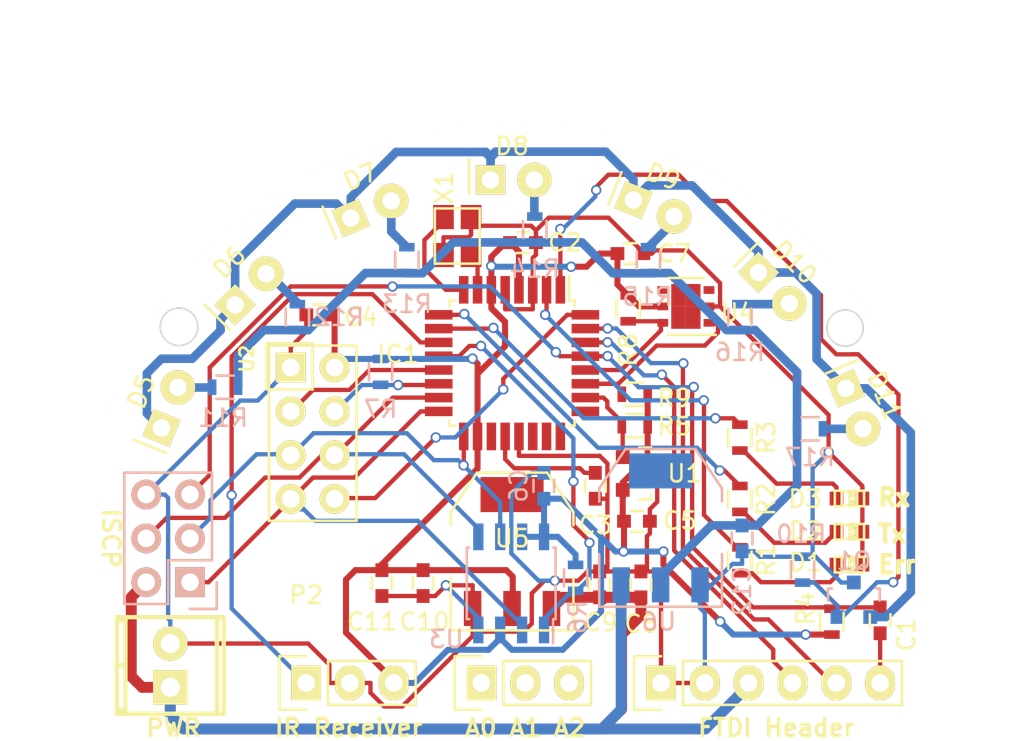
<source format=kicad_pcb>
(kicad_pcb (version 20171130) (host pcbnew "(5.1.12)-1")

  (general
    (thickness 1.6)
    (drawings 50)
    (tracks 709)
    (zones 0)
    (modules 54)
    (nets 45)
  )

  (page A4)
  (layers
    (0 F.Cu signal)
    (31 B.Cu signal)
    (32 B.Adhes user hide)
    (33 F.Adhes user hide)
    (34 B.Paste user hide)
    (35 F.Paste user hide)
    (36 B.SilkS user hide)
    (37 F.SilkS user hide)
    (38 B.Mask user hide)
    (39 F.Mask user hide)
    (40 Dwgs.User user hide)
    (41 Cmts.User user hide)
    (42 Eco1.User user hide)
    (43 Eco2.User user hide)
    (44 Edge.Cuts user)
    (45 Margin user hide)
    (46 B.CrtYd user hide)
    (47 F.CrtYd user hide)
    (48 B.Fab user hide)
    (49 F.Fab user hide)
  )

  (setup
    (last_trace_width 0.25)
    (user_trace_width 0.35)
    (user_trace_width 0.65)
    (trace_clearance 0.2)
    (zone_clearance 0.508)
    (zone_45_only no)
    (trace_min 0.2)
    (via_size 0.6)
    (via_drill 0.4)
    (via_min_size 0.4)
    (via_min_drill 0.33)
    (uvia_size 0.3)
    (uvia_drill 0.1)
    (uvias_allowed no)
    (uvia_min_size 0.2)
    (uvia_min_drill 0.1)
    (edge_width 0.001)
    (segment_width 0.1)
    (pcb_text_width 0.3)
    (pcb_text_size 1.5 1.5)
    (mod_edge_width 0.15)
    (mod_text_size 1 1)
    (mod_text_width 0.15)
    (pad_size 2.032 1.7272)
    (pad_drill 1.016)
    (pad_to_mask_clearance 0)
    (aux_axis_origin 0 0)
    (grid_origin 109.22 138.43)
    (visible_elements 7FFFFFFF)
    (pcbplotparams
      (layerselection 0x010fc_80000001)
      (usegerberextensions true)
      (usegerberattributes true)
      (usegerberadvancedattributes true)
      (creategerberjobfile true)
      (excludeedgelayer true)
      (linewidth 0.100000)
      (plotframeref false)
      (viasonmask false)
      (mode 1)
      (useauxorigin false)
      (hpglpennumber 1)
      (hpglpenspeed 20)
      (hpglpendiameter 15.000000)
      (psnegative false)
      (psa4output false)
      (plotreference true)
      (plotvalue false)
      (plotinvisibletext false)
      (padsonsilk false)
      (subtractmaskfromsilk false)
      (outputformat 1)
      (mirror false)
      (drillshape 0)
      (scaleselection 1)
      (outputdirectory "Manufacturing/"))
  )

  (net 0 "")
  (net 1 /DTR)
  (net 2 /RESET)
  (net 3 +3V3)
  (net 4 GND)
  (net 5 "Net-(C3-Pad1)")
  (net 6 VCC)
  (net 7 /MISO)
  (net 8 /SCK)
  (net 9 /MOSI)
  (net 10 "Net-(D2-Pad2)")
  (net 11 "Net-(D3-Pad2)")
  (net 12 "Net-(D5-Pad2)")
  (net 13 "Net-(D6-Pad2)")
  (net 14 "Net-(D7-Pad2)")
  (net 15 "Net-(D8-Pad2)")
  (net 16 "Net-(D9-Pad2)")
  (net 17 /D3)
  (net 18 /D4)
  (net 19 /D5)
  (net 20 /D6)
  (net 21 /D7)
  (net 22 /D8)
  (net 23 /D9)
  (net 24 /D10)
  (net 25 "Net-(IC1-Pad19)")
  (net 26 "Net-(IC1-Pad22)")
  (net 27 /A0)
  (net 28 /A1)
  (net 29 /A2)
  (net 30 /A3)
  (net 31 /SDA)
  (net 32 /SCL)
  (net 33 /RXD)
  (net 34 /TXD)
  (net 35 /D2)
  (net 36 "Net-(U4-Pad3)")
  (net 37 "Net-(U4-Pad4)")
  (net 38 +5V)
  (net 39 "Net-(D10-Pad1)")
  (net 40 "Net-(D10-Pad2)")
  (net 41 "Net-(D11-Pad2)")
  (net 42 /XTAL1)
  (net 43 /XTAL2)
  (net 44 "Net-(D1-Pad2)")

  (net_class Default "This is the default net class."
    (clearance 0.2)
    (trace_width 0.25)
    (via_dia 0.6)
    (via_drill 0.4)
    (uvia_dia 0.3)
    (uvia_drill 0.1)
    (add_net /A0)
    (add_net /A1)
    (add_net /A2)
    (add_net /A3)
    (add_net /D10)
    (add_net /D2)
    (add_net /D3)
    (add_net /D4)
    (add_net /D5)
    (add_net /D6)
    (add_net /D7)
    (add_net /D8)
    (add_net /D9)
    (add_net /DTR)
    (add_net /MISO)
    (add_net /MOSI)
    (add_net /RESET)
    (add_net /RXD)
    (add_net /SCK)
    (add_net /SCL)
    (add_net /SDA)
    (add_net /TXD)
    (add_net /XTAL1)
    (add_net /XTAL2)
    (add_net GND)
    (add_net "Net-(C3-Pad1)")
    (add_net "Net-(D1-Pad2)")
    (add_net "Net-(D2-Pad2)")
    (add_net "Net-(D3-Pad2)")
    (add_net "Net-(IC1-Pad19)")
    (add_net "Net-(IC1-Pad22)")
    (add_net "Net-(U4-Pad3)")
    (add_net "Net-(U4-Pad4)")
  )

  (net_class 1A ""
    (clearance 0.2)
    (trace_width 0.5)
    (via_dia 0.6)
    (via_drill 0.4)
    (uvia_dia 0.3)
    (uvia_drill 0.1)
    (add_net +5V)
    (add_net "Net-(D10-Pad1)")
    (add_net "Net-(D10-Pad2)")
    (add_net "Net-(D11-Pad2)")
    (add_net "Net-(D5-Pad2)")
    (add_net "Net-(D6-Pad2)")
    (add_net "Net-(D7-Pad2)")
    (add_net "Net-(D8-Pad2)")
    (add_net "Net-(D9-Pad2)")
  )

  (net_class 3V3 ""
    (clearance 0.2)
    (trace_width 0.35)
    (via_dia 0.6)
    (via_drill 0.4)
    (uvia_dia 0.3)
    (uvia_drill 0.1)
    (add_net +3V3)
  )

  (net_class VCC ""
    (clearance 0.2)
    (trace_width 0.63)
    (via_dia 0.65)
    (via_drill 0.4)
    (uvia_dia 0.3)
    (uvia_drill 0.1)
    (add_net VCC)
  )

  (module LOGO (layer B.Cu) (tedit 0) (tstamp 55849CA8)
    (at 125.603 107.696 180)
    (fp_text reference G*** (at 0 -1.59004 180) (layer B.SilkS) hide
      (effects (font (size 0.13462 0.13462) (thickness 0.0254)) (justify mirror))
    )
    (fp_text value LOGO (at 0 1.59004 180) (layer B.SilkS) hide
      (effects (font (size 0.13462 0.13462) (thickness 0.0254)) (justify mirror))
    )
    (fp_poly (pts (xy -0.90932 -1.3462) (xy -0.89154 -1.33858) (xy -0.85852 -1.31572) (xy -0.80772 -1.2827)
      (xy -0.7493 -1.2446) (xy -0.68834 -1.20396) (xy -0.64008 -1.17094) (xy -0.60452 -1.14808)
      (xy -0.59182 -1.14046) (xy -0.5842 -1.143) (xy -0.55626 -1.15824) (xy -0.51562 -1.17856)
      (xy -0.49022 -1.19126) (xy -0.45212 -1.2065) (xy -0.43434 -1.21158) (xy -0.4318 -1.2065)
      (xy -0.41656 -1.17602) (xy -0.39624 -1.12776) (xy -0.3683 -1.06172) (xy -0.33528 -0.98552)
      (xy -0.29972 -0.90424) (xy -0.2667 -0.82042) (xy -0.23368 -0.74168) (xy -0.2032 -0.66802)
      (xy -0.18034 -0.6096) (xy -0.1651 -0.56896) (xy -0.15748 -0.55118) (xy -0.16002 -0.54864)
      (xy -0.1778 -0.53086) (xy -0.21082 -0.50546) (xy -0.28194 -0.44704) (xy -0.35306 -0.36068)
      (xy -0.39624 -0.26162) (xy -0.40894 -0.14986) (xy -0.39878 -0.04826) (xy -0.35814 0.04826)
      (xy -0.28956 0.13716) (xy -0.20574 0.2032) (xy -0.10922 0.24384) (xy 0 0.25654)
      (xy 0.10414 0.24638) (xy 0.2032 0.20574) (xy 0.2921 0.1397) (xy 0.3302 0.09652)
      (xy 0.381 0.00508) (xy 0.41148 -0.0889) (xy 0.41402 -0.11176) (xy 0.40894 -0.21844)
      (xy 0.37846 -0.32004) (xy 0.32258 -0.40894) (xy 0.24638 -0.4826) (xy 0.23622 -0.49022)
      (xy 0.20066 -0.51816) (xy 0.17526 -0.53594) (xy 0.15748 -0.55118) (xy 0.2921 -0.87376)
      (xy 0.31242 -0.92456) (xy 0.35052 -1.01346) (xy 0.381 -1.08966) (xy 0.40894 -1.15062)
      (xy 0.42672 -1.19126) (xy 0.43434 -1.2065) (xy 0.44704 -1.20904) (xy 0.4699 -1.20142)
      (xy 0.51562 -1.17856) (xy 0.5461 -1.16332) (xy 0.57912 -1.14808) (xy 0.59436 -1.14046)
      (xy 0.6096 -1.14808) (xy 0.64262 -1.1684) (xy 0.68834 -1.20142) (xy 0.74676 -1.23952)
      (xy 0.80264 -1.27762) (xy 0.85344 -1.31064) (xy 0.889 -1.33604) (xy 0.90678 -1.34366)
      (xy 0.90932 -1.34366) (xy 0.9271 -1.33604) (xy 0.95504 -1.31064) (xy 0.99822 -1.27)
      (xy 1.06172 -1.20904) (xy 1.07188 -1.19888) (xy 1.12268 -1.14808) (xy 1.16332 -1.10236)
      (xy 1.19126 -1.07188) (xy 1.20142 -1.05918) (xy 1.19126 -1.0414) (xy 1.1684 -1.0033)
      (xy 1.13538 -0.9525) (xy 1.09474 -0.89154) (xy 0.98806 -0.7366) (xy 1.04648 -0.59182)
      (xy 1.06426 -0.5461) (xy 1.08712 -0.49022) (xy 1.1049 -0.45212) (xy 1.11252 -0.43434)
      (xy 1.1303 -0.42926) (xy 1.1684 -0.4191) (xy 1.22682 -0.40894) (xy 1.29794 -0.39624)
      (xy 1.36398 -0.38354) (xy 1.4224 -0.37084) (xy 1.46558 -0.36322) (xy 1.4859 -0.36068)
      (xy 1.49098 -0.3556) (xy 1.49352 -0.34798) (xy 1.49606 -0.32766) (xy 1.4986 -0.28956)
      (xy 1.4986 -0.23368) (xy 1.4986 -0.14986) (xy 1.4986 -0.14224) (xy 1.4986 -0.0635)
      (xy 1.49606 0) (xy 1.49352 0.0381) (xy 1.49098 0.05588) (xy 1.4732 0.06096)
      (xy 1.43002 0.06858) (xy 1.3716 0.08128) (xy 1.30048 0.09398) (xy 1.2954 0.09398)
      (xy 1.22428 0.10922) (xy 1.16586 0.12192) (xy 1.12268 0.12954) (xy 1.1049 0.13716)
      (xy 1.10236 0.14224) (xy 1.08712 0.17018) (xy 1.0668 0.21336) (xy 1.04394 0.2667)
      (xy 1.02108 0.32258) (xy 1.00076 0.37338) (xy 0.98806 0.40894) (xy 0.98298 0.42672)
      (xy 0.99314 0.4445) (xy 1.01854 0.48006) (xy 1.0541 0.53086) (xy 1.09474 0.59182)
      (xy 1.09728 0.5969) (xy 1.13792 0.65786) (xy 1.17094 0.70866) (xy 1.1938 0.74422)
      (xy 1.20142 0.75946) (xy 1.20142 0.762) (xy 1.18872 0.77978) (xy 1.15824 0.8128)
      (xy 1.11252 0.85852) (xy 1.06172 0.91186) (xy 1.04394 0.9271) (xy 0.98552 0.98552)
      (xy 0.94488 1.02108) (xy 0.91948 1.0414) (xy 0.90932 1.04648) (xy 0.90678 1.04648)
      (xy 0.889 1.03632) (xy 0.8509 1.01092) (xy 0.8001 0.97536) (xy 0.73914 0.93472)
      (xy 0.7366 0.93218) (xy 0.67564 0.89154) (xy 0.62484 0.85598) (xy 0.58928 0.83312)
      (xy 0.57404 0.8255) (xy 0.5715 0.8255) (xy 0.54864 0.83058) (xy 0.50546 0.84582)
      (xy 0.45212 0.86614) (xy 0.39624 0.889) (xy 0.34544 0.90932) (xy 0.30988 0.9271)
      (xy 0.2921 0.93726) (xy 0.28956 0.93726) (xy 0.28448 0.96012) (xy 0.27432 1.00584)
      (xy 0.26162 1.0668) (xy 0.24638 1.14046) (xy 0.24384 1.15062) (xy 0.23114 1.22428)
      (xy 0.22098 1.2827) (xy 0.21082 1.32334) (xy 0.20828 1.34112) (xy 0.19812 1.34112)
      (xy 0.16256 1.34366) (xy 0.10922 1.3462) (xy 0.04318 1.3462) (xy -0.02286 1.3462)
      (xy -0.0889 1.3462) (xy -0.14478 1.34366) (xy -0.18542 1.34112) (xy -0.2032 1.33604)
      (xy -0.20828 1.31318) (xy -0.21844 1.27) (xy -0.23114 1.2065) (xy -0.24638 1.13284)
      (xy -0.24892 1.12014) (xy -0.26162 1.04902) (xy -0.27432 0.9906) (xy -0.28194 0.94996)
      (xy -0.28702 0.93472) (xy -0.2921 0.93218) (xy -0.32258 0.91694) (xy -0.37084 0.89916)
      (xy -0.42926 0.87376) (xy -0.56642 0.81788) (xy -0.73406 0.93472) (xy -0.7493 0.94488)
      (xy -0.81026 0.98552) (xy -0.86106 1.01854) (xy -0.89662 1.0414) (xy -0.90932 1.04902)
      (xy -0.91186 1.04902) (xy -0.9271 1.03378) (xy -0.96012 1.0033) (xy -1.00584 0.95758)
      (xy -1.05918 0.90678) (xy -1.09982 0.86614) (xy -1.14554 0.82042) (xy -1.17348 0.7874)
      (xy -1.19126 0.76708) (xy -1.19634 0.75438) (xy -1.1938 0.74676) (xy -1.18364 0.72898)
      (xy -1.15824 0.69342) (xy -1.12522 0.64008) (xy -1.08458 0.58166) (xy -1.04902 0.53086)
      (xy -1.01346 0.47498) (xy -0.9906 0.43434) (xy -0.98044 0.41656) (xy -0.98298 0.4064)
      (xy -0.99568 0.37338) (xy -1.016 0.32512) (xy -1.0414 0.26416) (xy -1.09982 0.13208)
      (xy -1.18618 0.1143) (xy -1.23952 0.10414) (xy -1.31318 0.09144) (xy -1.3843 0.0762)
      (xy -1.49606 0.05588) (xy -1.4986 -0.34798) (xy -1.48082 -0.3556) (xy -1.46558 -0.36068)
      (xy -1.42494 -0.37084) (xy -1.36652 -0.381) (xy -1.29794 -0.3937) (xy -1.23698 -0.4064)
      (xy -1.17856 -0.41656) (xy -1.13538 -0.42418) (xy -1.1176 -0.42926) (xy -1.11252 -0.43434)
      (xy -1.09728 -0.46482) (xy -1.07696 -0.51054) (xy -1.0541 -0.56388) (xy -1.0287 -0.6223)
      (xy -1.00838 -0.6731) (xy -0.99314 -0.71374) (xy -0.98806 -0.73406) (xy -0.99568 -0.7493)
      (xy -1.01854 -0.78486) (xy -1.05156 -0.83566) (xy -1.0922 -0.89408) (xy -1.13284 -0.9525)
      (xy -1.16586 -1.0033) (xy -1.19126 -1.03886) (xy -1.19888 -1.05664) (xy -1.1938 -1.0668)
      (xy -1.17094 -1.09474) (xy -1.12776 -1.14046) (xy -1.06172 -1.2065) (xy -1.04902 -1.21666)
      (xy -0.99822 -1.26746) (xy -0.9525 -1.3081) (xy -0.92202 -1.33604) (xy -0.90932 -1.3462)) (layer B.Mask) (width 0.00254))
  )

  (module Capacitors_SMD:C_0603 (layer F.Cu) (tedit 55541FD1) (tstamp 554F9C68)
    (at 155.956 107.62 90)
    (descr "Capacitor SMD 0603, reflow soldering, AVX (see smccp.pdf)")
    (tags "capacitor 0603")
    (path /5546A980)
    (attr smd)
    (fp_text reference C1 (at -0.8382 1.524 90) (layer F.SilkS)
      (effects (font (size 1 1) (thickness 0.15)))
    )
    (fp_text value 0.1uF (at 0 1.9 90) (layer F.Fab) hide
      (effects (font (size 1 1) (thickness 0.15)))
    )
    (fp_line (start 0.35 0.6) (end -0.35 0.6) (layer F.SilkS) (width 0.15))
    (fp_line (start -0.35 -0.6) (end 0.35 -0.6) (layer F.SilkS) (width 0.15))
    (fp_line (start 1.45 -0.75) (end 1.45 0.75) (layer F.CrtYd) (width 0.05))
    (fp_line (start -1.45 -0.75) (end -1.45 0.75) (layer F.CrtYd) (width 0.05))
    (fp_line (start -1.45 0.75) (end 1.45 0.75) (layer F.CrtYd) (width 0.05))
    (fp_line (start -1.45 -0.75) (end 1.45 -0.75) (layer F.CrtYd) (width 0.05))
    (pad 1 smd rect (at -0.75 0 90) (size 0.8 0.75) (layers F.Cu F.Paste F.Mask)
      (net 1 /DTR))
    (pad 2 smd rect (at 0.75 0 90) (size 0.8 0.75) (layers F.Cu F.Paste F.Mask)
      (net 2 /RESET))
    (model Capacitors_SMD.3dshapes/C_0603.wrl
      (at (xyz 0 0 0))
      (scale (xyz 1 1 1))
      (rotate (xyz 0 0 0))
    )
  )

  (module Capacitors_SMD:C_0603 (layer F.Cu) (tedit 555421A1) (tstamp 554F9C6E)
    (at 135.255 85.725)
    (descr "Capacitor SMD 0603, reflow soldering, AVX (see smccp.pdf)")
    (tags "capacitor 0603")
    (path /5546C895)
    (attr smd)
    (fp_text reference C2 (at 2.425 0) (layer F.SilkS)
      (effects (font (size 1 1) (thickness 0.15)))
    )
    (fp_text value 0.1uF (at 0 1.9) (layer F.Fab) hide
      (effects (font (size 1 1) (thickness 0.15)))
    )
    (fp_line (start 0.35 0.6) (end -0.35 0.6) (layer F.SilkS) (width 0.15))
    (fp_line (start -0.35 -0.6) (end 0.35 -0.6) (layer F.SilkS) (width 0.15))
    (fp_line (start 1.45 -0.75) (end 1.45 0.75) (layer F.CrtYd) (width 0.05))
    (fp_line (start -1.45 -0.75) (end -1.45 0.75) (layer F.CrtYd) (width 0.05))
    (fp_line (start -1.45 0.75) (end 1.45 0.75) (layer F.CrtYd) (width 0.05))
    (fp_line (start -1.45 -0.75) (end 1.45 -0.75) (layer F.CrtYd) (width 0.05))
    (pad 1 smd rect (at -0.75 0) (size 0.8 0.75) (layers F.Cu F.Paste F.Mask)
      (net 3 +3V3))
    (pad 2 smd rect (at 0.75 0) (size 0.8 0.75) (layers F.Cu F.Paste F.Mask)
      (net 4 GND))
    (model Capacitors_SMD.3dshapes/C_0603.wrl
      (at (xyz 0 0 0))
      (scale (xyz 1 1 1))
      (rotate (xyz 0 0 0))
    )
  )

  (module Capacitors_SMD:C_0603 (layer F.Cu) (tedit 555420DA) (tstamp 554F9C74)
    (at 139.446 99.822 270)
    (descr "Capacitor SMD 0603, reflow soldering, AVX (see smccp.pdf)")
    (tags "capacitor 0603")
    (path /5546C7A7)
    (attr smd)
    (fp_text reference C3 (at 2.286 0) (layer F.SilkS)
      (effects (font (size 1 1) (thickness 0.15)))
    )
    (fp_text value 0.1uF (at 0 1.9 270) (layer F.Fab) hide
      (effects (font (size 1 1) (thickness 0.15)))
    )
    (fp_line (start 0.35 0.6) (end -0.35 0.6) (layer F.SilkS) (width 0.15))
    (fp_line (start -0.35 -0.6) (end 0.35 -0.6) (layer F.SilkS) (width 0.15))
    (fp_line (start 1.45 -0.75) (end 1.45 0.75) (layer F.CrtYd) (width 0.05))
    (fp_line (start -1.45 -0.75) (end -1.45 0.75) (layer F.CrtYd) (width 0.05))
    (fp_line (start -1.45 0.75) (end 1.45 0.75) (layer F.CrtYd) (width 0.05))
    (fp_line (start -1.45 -0.75) (end 1.45 -0.75) (layer F.CrtYd) (width 0.05))
    (pad 1 smd rect (at -0.75 0 270) (size 0.8 0.75) (layers F.Cu F.Paste F.Mask)
      (net 5 "Net-(C3-Pad1)"))
    (pad 2 smd rect (at 0.75 0 270) (size 0.8 0.75) (layers F.Cu F.Paste F.Mask)
      (net 4 GND))
    (model Capacitors_SMD.3dshapes/C_0603.wrl
      (at (xyz 0 0 0))
      (scale (xyz 1 1 1))
      (rotate (xyz 0 0 0))
    )
  )

  (module Capacitors_SMD:C_0603 (layer F.Cu) (tedit 55542194) (tstamp 554F9C7A)
    (at 123.444 89.916 180)
    (descr "Capacitor SMD 0603, reflow soldering, AVX (see smccp.pdf)")
    (tags "capacitor 0603")
    (path /5548526A)
    (attr smd)
    (fp_text reference C4 (at -2.413 -0.127 180) (layer F.SilkS)
      (effects (font (size 1 1) (thickness 0.15)))
    )
    (fp_text value 0.1uF (at 0 1.9 180) (layer F.Fab) hide
      (effects (font (size 1 1) (thickness 0.15)))
    )
    (fp_line (start 0.35 0.6) (end -0.35 0.6) (layer F.SilkS) (width 0.15))
    (fp_line (start -0.35 -0.6) (end 0.35 -0.6) (layer F.SilkS) (width 0.15))
    (fp_line (start 1.45 -0.75) (end 1.45 0.75) (layer F.CrtYd) (width 0.05))
    (fp_line (start -1.45 -0.75) (end -1.45 0.75) (layer F.CrtYd) (width 0.05))
    (fp_line (start -1.45 0.75) (end 1.45 0.75) (layer F.CrtYd) (width 0.05))
    (fp_line (start -1.45 -0.75) (end 1.45 -0.75) (layer F.CrtYd) (width 0.05))
    (pad 1 smd rect (at -0.75 0 180) (size 0.8 0.75) (layers F.Cu F.Paste F.Mask)
      (net 3 +3V3))
    (pad 2 smd rect (at 0.75 0 180) (size 0.8 0.75) (layers F.Cu F.Paste F.Mask)
      (net 4 GND))
    (model Capacitors_SMD.3dshapes/C_0603.wrl
      (at (xyz 0 0 0))
      (scale (xyz 1 1 1))
      (rotate (xyz 0 0 0))
    )
  )

  (module Capacitors_SMD:C_0603 (layer F.Cu) (tedit 55543D72) (tstamp 554F9C80)
    (at 141.859 101.879)
    (descr "Capacitor SMD 0603, reflow soldering, AVX (see smccp.pdf)")
    (tags "capacitor 0603")
    (path /554FE062)
    (attr smd)
    (fp_text reference C5 (at 2.4892 -0.0254) (layer F.SilkS)
      (effects (font (size 1 1) (thickness 0.15)))
    )
    (fp_text value 0.1uF (at 0 1.9) (layer F.Fab) hide
      (effects (font (size 1 1) (thickness 0.15)))
    )
    (fp_line (start 0.35 0.6) (end -0.35 0.6) (layer F.SilkS) (width 0.15))
    (fp_line (start -0.35 -0.6) (end 0.35 -0.6) (layer F.SilkS) (width 0.15))
    (fp_line (start 1.45 -0.75) (end 1.45 0.75) (layer F.CrtYd) (width 0.05))
    (fp_line (start -1.45 -0.75) (end -1.45 0.75) (layer F.CrtYd) (width 0.05))
    (fp_line (start -1.45 0.75) (end 1.45 0.75) (layer F.CrtYd) (width 0.05))
    (fp_line (start -1.45 -0.75) (end 1.45 -0.75) (layer F.CrtYd) (width 0.05))
    (pad 1 smd rect (at -0.75 0) (size 0.8 0.75) (layers F.Cu F.Paste F.Mask)
      (net 3 +3V3))
    (pad 2 smd rect (at 0.75 0) (size 0.8 0.75) (layers F.Cu F.Paste F.Mask)
      (net 4 GND))
    (model Capacitors_SMD.3dshapes/C_0603.wrl
      (at (xyz 0 0 0))
      (scale (xyz 1 1 1))
      (rotate (xyz 0 0 0))
    )
  )

  (module Capacitors_SMD:C_0603 (layer B.Cu) (tedit 55543D57) (tstamp 554F9C86)
    (at 136.462 99.822 90)
    (descr "Capacitor SMD 0603, reflow soldering, AVX (see smccp.pdf)")
    (tags "capacitor 0603")
    (path /554FEE7F)
    (attr smd)
    (fp_text reference C6 (at 0 -1.4605 90) (layer B.SilkS)
      (effects (font (size 1 1) (thickness 0.15)) (justify mirror))
    )
    (fp_text value 0.1uF (at 0 -1.9 90) (layer B.Fab) hide
      (effects (font (size 1 1) (thickness 0.15)) (justify mirror))
    )
    (fp_line (start 0.35 -0.6) (end -0.35 -0.6) (layer B.SilkS) (width 0.15))
    (fp_line (start -0.35 0.6) (end 0.35 0.6) (layer B.SilkS) (width 0.15))
    (fp_line (start 1.45 0.75) (end 1.45 -0.75) (layer B.CrtYd) (width 0.05))
    (fp_line (start -1.45 0.75) (end -1.45 -0.75) (layer B.CrtYd) (width 0.05))
    (fp_line (start -1.45 -0.75) (end 1.45 -0.75) (layer B.CrtYd) (width 0.05))
    (fp_line (start -1.45 0.75) (end 1.45 0.75) (layer B.CrtYd) (width 0.05))
    (pad 1 smd rect (at -0.75 0 90) (size 0.8 0.75) (layers B.Cu B.Paste B.Mask)
      (net 3 +3V3))
    (pad 2 smd rect (at 0.75 0 90) (size 0.8 0.75) (layers B.Cu B.Paste B.Mask)
      (net 4 GND))
    (model Capacitors_SMD.3dshapes/C_0603.wrl
      (at (xyz 0 0 0))
      (scale (xyz 1 1 1))
      (rotate (xyz 0 0 0))
    )
  )

  (module Capacitors_SMD:C_0603 (layer F.Cu) (tedit 55543D6A) (tstamp 554F9C8C)
    (at 141.478 86.36)
    (descr "Capacitor SMD 0603, reflow soldering, AVX (see smccp.pdf)")
    (tags "capacitor 0603")
    (path /554FB3A0)
    (attr smd)
    (fp_text reference C7 (at 2.54 0) (layer F.SilkS)
      (effects (font (size 1 1) (thickness 0.15)))
    )
    (fp_text value 0.1uF (at 0 1.9) (layer F.Fab) hide
      (effects (font (size 1 1) (thickness 0.15)))
    )
    (fp_line (start 0.35 0.6) (end -0.35 0.6) (layer F.SilkS) (width 0.15))
    (fp_line (start -0.35 -0.6) (end 0.35 -0.6) (layer F.SilkS) (width 0.15))
    (fp_line (start 1.45 -0.75) (end 1.45 0.75) (layer F.CrtYd) (width 0.05))
    (fp_line (start -1.45 -0.75) (end -1.45 0.75) (layer F.CrtYd) (width 0.05))
    (fp_line (start -1.45 0.75) (end 1.45 0.75) (layer F.CrtYd) (width 0.05))
    (fp_line (start -1.45 -0.75) (end 1.45 -0.75) (layer F.CrtYd) (width 0.05))
    (pad 1 smd rect (at -0.75 0) (size 0.8 0.75) (layers F.Cu F.Paste F.Mask)
      (net 3 +3V3))
    (pad 2 smd rect (at 0.75 0) (size 0.8 0.75) (layers F.Cu F.Paste F.Mask)
      (net 4 GND))
    (model Capacitors_SMD.3dshapes/C_0603.wrl
      (at (xyz 0 0 0))
      (scale (xyz 1 1 1))
      (rotate (xyz 0 0 0))
    )
  )

  (module Capacitors_SMD:C_0603 (layer F.Cu) (tedit 55541FF3) (tstamp 554F9C92)
    (at 142.088 105.537 90)
    (descr "Capacitor SMD 0603, reflow soldering, AVX (see smccp.pdf)")
    (tags "capacitor 0603")
    (path /55455CFE)
    (attr smd)
    (fp_text reference C8 (at -2.286 0.0254 180) (layer F.SilkS)
      (effects (font (size 1 1) (thickness 0.15)))
    )
    (fp_text value 10uF (at 0 1.9 90) (layer F.Fab) hide
      (effects (font (size 1 1) (thickness 0.15)))
    )
    (fp_line (start 0.35 0.6) (end -0.35 0.6) (layer F.SilkS) (width 0.15))
    (fp_line (start -0.35 -0.6) (end 0.35 -0.6) (layer F.SilkS) (width 0.15))
    (fp_line (start 1.45 -0.75) (end 1.45 0.75) (layer F.CrtYd) (width 0.05))
    (fp_line (start -1.45 -0.75) (end -1.45 0.75) (layer F.CrtYd) (width 0.05))
    (fp_line (start -1.45 0.75) (end 1.45 0.75) (layer F.CrtYd) (width 0.05))
    (fp_line (start -1.45 -0.75) (end 1.45 -0.75) (layer F.CrtYd) (width 0.05))
    (pad 1 smd rect (at -0.75 0 90) (size 0.8 0.75) (layers F.Cu F.Paste F.Mask)
      (net 6 VCC))
    (pad 2 smd rect (at 0.75 0 90) (size 0.8 0.75) (layers F.Cu F.Paste F.Mask)
      (net 4 GND))
    (model Capacitors_SMD.3dshapes/C_0603.wrl
      (at (xyz 0 0 0))
      (scale (xyz 1 1 1))
      (rotate (xyz 0 0 0))
    )
  )

  (module Capacitors_SMD:C_0603 (layer F.Cu) (tedit 55541FEC) (tstamp 554F9C98)
    (at 139.7 105.537 90)
    (descr "Capacitor SMD 0603, reflow soldering, AVX (see smccp.pdf)")
    (tags "capacitor 0603")
    (path /55466FB4)
    (attr smd)
    (fp_text reference C9 (at -2.2098 0.0762 180) (layer F.SilkS)
      (effects (font (size 1 1) (thickness 0.15)))
    )
    (fp_text value 0.1uF (at 0 1.9 90) (layer F.Fab) hide
      (effects (font (size 1 1) (thickness 0.15)))
    )
    (fp_line (start 0.35 0.6) (end -0.35 0.6) (layer F.SilkS) (width 0.15))
    (fp_line (start -0.35 -0.6) (end 0.35 -0.6) (layer F.SilkS) (width 0.15))
    (fp_line (start 1.45 -0.75) (end 1.45 0.75) (layer F.CrtYd) (width 0.05))
    (fp_line (start -1.45 -0.75) (end -1.45 0.75) (layer F.CrtYd) (width 0.05))
    (fp_line (start -1.45 0.75) (end 1.45 0.75) (layer F.CrtYd) (width 0.05))
    (fp_line (start -1.45 -0.75) (end 1.45 -0.75) (layer F.CrtYd) (width 0.05))
    (pad 1 smd rect (at -0.75 0 90) (size 0.8 0.75) (layers F.Cu F.Paste F.Mask)
      (net 6 VCC))
    (pad 2 smd rect (at 0.75 0 90) (size 0.8 0.75) (layers F.Cu F.Paste F.Mask)
      (net 4 GND))
    (model Capacitors_SMD.3dshapes/C_0603.wrl
      (at (xyz 0 0 0))
      (scale (xyz 1 1 1))
      (rotate (xyz 0 0 0))
    )
  )

  (module Capacitors_SMD:C_0603 (layer F.Cu) (tedit 55542155) (tstamp 554F9C9E)
    (at 129.464 105.461 270)
    (descr "Capacitor SMD 0603, reflow soldering, AVX (see smccp.pdf)")
    (tags "capacitor 0603")
    (path /55466A39)
    (attr smd)
    (fp_text reference C10 (at 2.2352 -0.0762) (layer F.SilkS)
      (effects (font (size 1 1) (thickness 0.15)))
    )
    (fp_text value 10uF (at 0 1.9 270) (layer F.Fab) hide
      (effects (font (size 1 1) (thickness 0.15)))
    )
    (fp_line (start 0.35 0.6) (end -0.35 0.6) (layer F.SilkS) (width 0.15))
    (fp_line (start -0.35 -0.6) (end 0.35 -0.6) (layer F.SilkS) (width 0.15))
    (fp_line (start 1.45 -0.75) (end 1.45 0.75) (layer F.CrtYd) (width 0.05))
    (fp_line (start -1.45 -0.75) (end -1.45 0.75) (layer F.CrtYd) (width 0.05))
    (fp_line (start -1.45 0.75) (end 1.45 0.75) (layer F.CrtYd) (width 0.05))
    (fp_line (start -1.45 -0.75) (end 1.45 -0.75) (layer F.CrtYd) (width 0.05))
    (pad 1 smd rect (at -0.75 0 270) (size 0.8 0.75) (layers F.Cu F.Paste F.Mask)
      (net 3 +3V3))
    (pad 2 smd rect (at 0.75 0 270) (size 0.8 0.75) (layers F.Cu F.Paste F.Mask)
      (net 4 GND))
    (model Capacitors_SMD.3dshapes/C_0603.wrl
      (at (xyz 0 0 0))
      (scale (xyz 1 1 1))
      (rotate (xyz 0 0 0))
    )
  )

  (module Capacitors_SMD:C_0603 (layer F.Cu) (tedit 5554215A) (tstamp 554F9CA4)
    (at 127.076 105.461 270)
    (descr "Capacitor SMD 0603, reflow soldering, AVX (see smccp.pdf)")
    (tags "capacitor 0603")
    (path /55466F72)
    (attr smd)
    (fp_text reference C11 (at 2.2352 0.5842) (layer F.SilkS)
      (effects (font (size 1 1) (thickness 0.15)))
    )
    (fp_text value 0.1uF (at 0 1.9 270) (layer F.Fab) hide
      (effects (font (size 1 1) (thickness 0.15)))
    )
    (fp_line (start 0.35 0.6) (end -0.35 0.6) (layer F.SilkS) (width 0.15))
    (fp_line (start -0.35 -0.6) (end 0.35 -0.6) (layer F.SilkS) (width 0.15))
    (fp_line (start 1.45 -0.75) (end 1.45 0.75) (layer F.CrtYd) (width 0.05))
    (fp_line (start -1.45 -0.75) (end -1.45 0.75) (layer F.CrtYd) (width 0.05))
    (fp_line (start -1.45 0.75) (end 1.45 0.75) (layer F.CrtYd) (width 0.05))
    (fp_line (start -1.45 -0.75) (end 1.45 -0.75) (layer F.CrtYd) (width 0.05))
    (pad 1 smd rect (at -0.75 0 270) (size 0.8 0.75) (layers F.Cu F.Paste F.Mask)
      (net 3 +3V3))
    (pad 2 smd rect (at 0.75 0 270) (size 0.8 0.75) (layers F.Cu F.Paste F.Mask)
      (net 4 GND))
    (model Capacitors_SMD.3dshapes/C_0603.wrl
      (at (xyz 0 0 0))
      (scale (xyz 1 1 1))
      (rotate (xyz 0 0 0))
    )
  )

  (module Socket_Strips:Socket_Strip_Straight_2x03 (layer B.Cu) (tedit 55542293) (tstamp 554F9CAE)
    (at 115.951 105.41 90)
    (descr "Through hole socket strip")
    (tags "socket strip")
    (path /55455A80)
    (fp_text reference CON1 (at 0 5.1 90) (layer B.SilkS) hide
      (effects (font (size 1 1) (thickness 0.15)) (justify mirror))
    )
    (fp_text value AVR-ISP-6 (at 0 3.1 90) (layer B.Fab) hide
      (effects (font (size 1 1) (thickness 0.15)) (justify mirror))
    )
    (fp_line (start 1.27 -3.81) (end -1.27 -3.81) (layer B.SilkS) (width 0.15))
    (fp_line (start -1.27 -3.81) (end -1.27 -1.27) (layer B.SilkS) (width 0.15))
    (fp_line (start -1.55 1.55) (end -1.55 0) (layer B.SilkS) (width 0.15))
    (fp_line (start 6.35 -3.81) (end 1.27 -3.81) (layer B.SilkS) (width 0.15))
    (fp_line (start 6.35 1.27) (end 6.35 -3.81) (layer B.SilkS) (width 0.15))
    (fp_line (start 1.27 -1.27) (end 1.27 1.27) (layer B.SilkS) (width 0.15))
    (fp_line (start -1.27 -1.27) (end 1.27 -1.27) (layer B.SilkS) (width 0.15))
    (fp_line (start -1.75 -4.3) (end 6.85 -4.3) (layer B.CrtYd) (width 0.05))
    (fp_line (start -1.75 1.75) (end 6.85 1.75) (layer B.CrtYd) (width 0.05))
    (fp_line (start 6.85 1.75) (end 6.85 -4.3) (layer B.CrtYd) (width 0.05))
    (fp_line (start -1.75 1.75) (end -1.75 -4.3) (layer B.CrtYd) (width 0.05))
    (fp_line (start -1.55 1.55) (end 0 1.55) (layer B.SilkS) (width 0.15))
    (fp_line (start 6.35 1.27) (end 1.27 1.27) (layer B.SilkS) (width 0.15))
    (pad 1 thru_hole rect (at 0 0 90) (size 1.7272 1.7272) (drill 1.016) (layers *.Cu *.Mask B.SilkS)
      (net 7 /MISO))
    (pad 2 thru_hole oval (at 0 -2.54 90) (size 1.7272 1.7272) (drill 1.016) (layers *.Cu *.Mask B.SilkS)
      (net 6 VCC))
    (pad 3 thru_hole oval (at 2.54 0 90) (size 1.7272 1.7272) (drill 1.016) (layers *.Cu *.Mask B.SilkS)
      (net 8 /SCK))
    (pad 4 thru_hole oval (at 2.54 -2.54 90) (size 1.7272 1.7272) (drill 1.016) (layers *.Cu *.Mask B.SilkS)
      (net 9 /MOSI))
    (pad 5 thru_hole oval (at 5.08 0 90) (size 1.7272 1.7272) (drill 1.016) (layers *.Cu *.Mask B.SilkS)
      (net 2 /RESET))
    (pad 6 thru_hole oval (at 5.08 -2.54 90) (size 1.7272 1.7272) (drill 1.016) (layers *.Cu *.Mask B.SilkS)
      (net 4 GND))
  )

  (module LEDs:LED-0603 (layer F.Cu) (tedit 5572C03A) (tstamp 554F9CC0)
    (at 154.178 102.489 180)
    (descr "LED 0603 smd package")
    (tags "LED led 0603 SMD smd SMT smt smdled SMDLED smtled SMTLED")
    (path /554F6FDC)
    (attr smd)
    (fp_text reference D2 (at 2.54 0.0508 180) (layer F.SilkS)
      (effects (font (size 1 1) (thickness 0.15)))
    )
    (fp_text value Tx (at -2.3114 0 180) (layer F.Fab)
      (effects (font (size 1 1) (thickness 0.15)))
    )
    (fp_line (start -0.44958 0.39878) (end 0.44958 0.39878) (layer F.SilkS) (width 0.15))
    (fp_line (start -0.44958 -0.39878) (end 0.44958 -0.39878) (layer F.SilkS) (width 0.15))
    (fp_line (start 0 -0.14986) (end -0.29972 -0.14986) (layer F.SilkS) (width 0.15))
    (fp_line (start -0.29972 -0.14986) (end -0.29972 0.14986) (layer F.SilkS) (width 0.15))
    (fp_line (start 0 0.14986) (end -0.29972 0.14986) (layer F.SilkS) (width 0.15))
    (fp_line (start 0 -0.14986) (end 0 0.14986) (layer F.SilkS) (width 0.15))
    (fp_line (start 0 0.29972) (end -0.29972 0.29972) (layer F.SilkS) (width 0.15))
    (fp_line (start -0.29972 0.29972) (end -0.29972 0.44958) (layer F.SilkS) (width 0.15))
    (fp_line (start 0 0.44958) (end -0.29972 0.44958) (layer F.SilkS) (width 0.15))
    (fp_line (start 0 0.29972) (end 0 0.44958) (layer F.SilkS) (width 0.15))
    (fp_line (start 0 -0.44958) (end -0.29972 -0.44958) (layer F.SilkS) (width 0.15))
    (fp_line (start -0.29972 -0.44958) (end -0.29972 -0.29972) (layer F.SilkS) (width 0.15))
    (fp_line (start 0 -0.29972) (end -0.29972 -0.29972) (layer F.SilkS) (width 0.15))
    (fp_line (start 0 -0.44958) (end 0 -0.29972) (layer F.SilkS) (width 0.15))
    (fp_line (start 0.84836 -0.44958) (end 0.44958 -0.44958) (layer F.SilkS) (width 0.15))
    (fp_line (start 0.44958 -0.44958) (end 0.44958 0.44958) (layer F.SilkS) (width 0.15))
    (fp_line (start 0.84836 0.44958) (end 0.44958 0.44958) (layer F.SilkS) (width 0.15))
    (fp_line (start 0.84836 -0.44958) (end 0.84836 0.44958) (layer F.SilkS) (width 0.15))
    (fp_line (start -0.44958 -0.44958) (end -0.84836 -0.44958) (layer F.SilkS) (width 0.15))
    (fp_line (start -0.84836 -0.44958) (end -0.84836 0.44958) (layer F.SilkS) (width 0.15))
    (fp_line (start -0.44958 0.44958) (end -0.84836 0.44958) (layer F.SilkS) (width 0.15))
    (fp_line (start -0.44958 -0.44958) (end -0.44958 0.44958) (layer F.SilkS) (width 0.15))
    (pad 2 smd rect (at 0.7493 0) (size 0.79756 0.79756) (layers F.Cu F.Paste F.Mask)
      (net 10 "Net-(D2-Pad2)"))
    (pad 1 smd rect (at -0.7493 0) (size 0.79756 0.79756) (layers F.Cu F.Paste F.Mask)
      (net 4 GND))
    (model mysensors.3dshapes/w.lain.3dshapes/smd_leds/led_0603.wrl
      (at (xyz 0 0 0))
      (scale (xyz 1 1 1))
      (rotate (xyz 0 0 0))
    )
  )

  (module LEDs:LED-0603 (layer F.Cu) (tedit 5572BFD2) (tstamp 554F9CC6)
    (at 154.178 100.559 180)
    (descr "LED 0603 smd package")
    (tags "LED led 0603 SMD smd SMT smt smdled SMDLED smtled SMTLED")
    (path /554F66A4)
    (attr smd)
    (fp_text reference D3 (at 2.5654 -0.0254 180) (layer F.SilkS)
      (effects (font (size 1 1) (thickness 0.15)))
    )
    (fp_text value Rx (at -2.4384 0 180) (layer F.Fab)
      (effects (font (size 1 1) (thickness 0.15)))
    )
    (fp_line (start -0.44958 0.39878) (end 0.44958 0.39878) (layer F.SilkS) (width 0.15))
    (fp_line (start -0.44958 -0.39878) (end 0.44958 -0.39878) (layer F.SilkS) (width 0.15))
    (fp_line (start 0 -0.14986) (end -0.29972 -0.14986) (layer F.SilkS) (width 0.15))
    (fp_line (start -0.29972 -0.14986) (end -0.29972 0.14986) (layer F.SilkS) (width 0.15))
    (fp_line (start 0 0.14986) (end -0.29972 0.14986) (layer F.SilkS) (width 0.15))
    (fp_line (start 0 -0.14986) (end 0 0.14986) (layer F.SilkS) (width 0.15))
    (fp_line (start 0 0.29972) (end -0.29972 0.29972) (layer F.SilkS) (width 0.15))
    (fp_line (start -0.29972 0.29972) (end -0.29972 0.44958) (layer F.SilkS) (width 0.15))
    (fp_line (start 0 0.44958) (end -0.29972 0.44958) (layer F.SilkS) (width 0.15))
    (fp_line (start 0 0.29972) (end 0 0.44958) (layer F.SilkS) (width 0.15))
    (fp_line (start 0 -0.44958) (end -0.29972 -0.44958) (layer F.SilkS) (width 0.15))
    (fp_line (start -0.29972 -0.44958) (end -0.29972 -0.29972) (layer F.SilkS) (width 0.15))
    (fp_line (start 0 -0.29972) (end -0.29972 -0.29972) (layer F.SilkS) (width 0.15))
    (fp_line (start 0 -0.44958) (end 0 -0.29972) (layer F.SilkS) (width 0.15))
    (fp_line (start 0.84836 -0.44958) (end 0.44958 -0.44958) (layer F.SilkS) (width 0.15))
    (fp_line (start 0.44958 -0.44958) (end 0.44958 0.44958) (layer F.SilkS) (width 0.15))
    (fp_line (start 0.84836 0.44958) (end 0.44958 0.44958) (layer F.SilkS) (width 0.15))
    (fp_line (start 0.84836 -0.44958) (end 0.84836 0.44958) (layer F.SilkS) (width 0.15))
    (fp_line (start -0.44958 -0.44958) (end -0.84836 -0.44958) (layer F.SilkS) (width 0.15))
    (fp_line (start -0.84836 -0.44958) (end -0.84836 0.44958) (layer F.SilkS) (width 0.15))
    (fp_line (start -0.44958 0.44958) (end -0.84836 0.44958) (layer F.SilkS) (width 0.15))
    (fp_line (start -0.44958 -0.44958) (end -0.44958 0.44958) (layer F.SilkS) (width 0.15))
    (pad 2 smd rect (at 0.7493 0) (size 0.79756 0.79756) (layers F.Cu F.Paste F.Mask)
      (net 11 "Net-(D3-Pad2)"))
    (pad 1 smd rect (at -0.7493 0) (size 0.79756 0.79756) (layers F.Cu F.Paste F.Mask)
      (net 4 GND))
    (model mysensors.3dshapes/w.lain.3dshapes/smd_leds/led_0603.wrl
      (at (xyz 0 0 0))
      (scale (xyz 1 1 1))
      (rotate (xyz 0 0 0))
    )
  )

  (module Housings_QFP:TQFP-32_7x7mm_Pitch0.8mm (layer F.Cu) (tedit 555420CD) (tstamp 554F9D08)
    (at 134.62 92.71 270)
    (descr "32-Lead Plastic Thin Quad Flatpack (PT) - 7x7x1.0 mm Body, 2.00 mm [TQFP] (see Microchip Packaging Specification 00000049BS.pdf)")
    (tags "QFP 0.8")
    (path /554540AE)
    (attr smd)
    (fp_text reference IC1 (at -0.508 6.604) (layer F.SilkS)
      (effects (font (size 1 1) (thickness 0.15)))
    )
    (fp_text value ATMEGA328P-A (at 0 6.05 270) (layer F.Fab) hide
      (effects (font (size 1 1) (thickness 0.15)))
    )
    (fp_line (start -3.625 -3.3) (end -5.05 -3.3) (layer F.SilkS) (width 0.15))
    (fp_line (start 3.625 -3.625) (end 3.3 -3.625) (layer F.SilkS) (width 0.15))
    (fp_line (start 3.625 3.625) (end 3.3 3.625) (layer F.SilkS) (width 0.15))
    (fp_line (start -3.625 3.625) (end -3.3 3.625) (layer F.SilkS) (width 0.15))
    (fp_line (start -3.625 -3.625) (end -3.3 -3.625) (layer F.SilkS) (width 0.15))
    (fp_line (start -3.625 3.625) (end -3.625 3.3) (layer F.SilkS) (width 0.15))
    (fp_line (start 3.625 3.625) (end 3.625 3.3) (layer F.SilkS) (width 0.15))
    (fp_line (start 3.625 -3.625) (end 3.625 -3.3) (layer F.SilkS) (width 0.15))
    (fp_line (start -3.625 -3.625) (end -3.625 -3.3) (layer F.SilkS) (width 0.15))
    (fp_line (start -5.3 5.3) (end 5.3 5.3) (layer F.CrtYd) (width 0.05))
    (fp_line (start -5.3 -5.3) (end 5.3 -5.3) (layer F.CrtYd) (width 0.05))
    (fp_line (start 5.3 -5.3) (end 5.3 5.3) (layer F.CrtYd) (width 0.05))
    (fp_line (start -5.3 -5.3) (end -5.3 5.3) (layer F.CrtYd) (width 0.05))
    (pad 1 smd rect (at -4.25 -2.8 270) (size 1.6 0.55) (layers F.Cu F.Paste F.Mask)
      (net 17 /D3))
    (pad 2 smd rect (at -4.25 -2 270) (size 1.6 0.55) (layers F.Cu F.Paste F.Mask)
      (net 18 /D4))
    (pad 3 smd rect (at -4.25 -1.2 270) (size 1.6 0.55) (layers F.Cu F.Paste F.Mask)
      (net 4 GND))
    (pad 4 smd rect (at -4.25 -0.4 270) (size 1.6 0.55) (layers F.Cu F.Paste F.Mask)
      (net 3 +3V3))
    (pad 5 smd rect (at -4.25 0.4 270) (size 1.6 0.55) (layers F.Cu F.Paste F.Mask)
      (net 4 GND))
    (pad 6 smd rect (at -4.25 1.2 270) (size 1.6 0.55) (layers F.Cu F.Paste F.Mask)
      (net 3 +3V3))
    (pad 7 smd rect (at -4.25 2 270) (size 1.6 0.55) (layers F.Cu F.Paste F.Mask)
      (net 42 /XTAL1))
    (pad 8 smd rect (at -4.25 2.8 270) (size 1.6 0.55) (layers F.Cu F.Paste F.Mask)
      (net 43 /XTAL2))
    (pad 9 smd rect (at -2.8 4.25) (size 1.6 0.55) (layers F.Cu F.Paste F.Mask)
      (net 19 /D5))
    (pad 10 smd rect (at -2 4.25) (size 1.6 0.55) (layers F.Cu F.Paste F.Mask)
      (net 20 /D6))
    (pad 11 smd rect (at -1.2 4.25) (size 1.6 0.55) (layers F.Cu F.Paste F.Mask)
      (net 21 /D7))
    (pad 12 smd rect (at -0.4 4.25) (size 1.6 0.55) (layers F.Cu F.Paste F.Mask)
      (net 22 /D8))
    (pad 13 smd rect (at 0.4 4.25) (size 1.6 0.55) (layers F.Cu F.Paste F.Mask)
      (net 23 /D9))
    (pad 14 smd rect (at 1.2 4.25) (size 1.6 0.55) (layers F.Cu F.Paste F.Mask)
      (net 24 /D10))
    (pad 15 smd rect (at 2 4.25) (size 1.6 0.55) (layers F.Cu F.Paste F.Mask)
      (net 9 /MOSI))
    (pad 16 smd rect (at 2.8 4.25) (size 1.6 0.55) (layers F.Cu F.Paste F.Mask)
      (net 7 /MISO))
    (pad 17 smd rect (at 4.25 2.8 270) (size 1.6 0.55) (layers F.Cu F.Paste F.Mask)
      (net 8 /SCK))
    (pad 18 smd rect (at 4.25 2 270) (size 1.6 0.55) (layers F.Cu F.Paste F.Mask)
      (net 3 +3V3))
    (pad 19 smd rect (at 4.25 1.2 270) (size 1.6 0.55) (layers F.Cu F.Paste F.Mask)
      (net 25 "Net-(IC1-Pad19)"))
    (pad 20 smd rect (at 4.25 0.4 270) (size 1.6 0.55) (layers F.Cu F.Paste F.Mask)
      (net 5 "Net-(C3-Pad1)"))
    (pad 21 smd rect (at 4.25 -0.4 270) (size 1.6 0.55) (layers F.Cu F.Paste F.Mask)
      (net 4 GND))
    (pad 22 smd rect (at 4.25 -1.2 270) (size 1.6 0.55) (layers F.Cu F.Paste F.Mask)
      (net 26 "Net-(IC1-Pad22)"))
    (pad 23 smd rect (at 4.25 -2 270) (size 1.6 0.55) (layers F.Cu F.Paste F.Mask)
      (net 27 /A0))
    (pad 24 smd rect (at 4.25 -2.8 270) (size 1.6 0.55) (layers F.Cu F.Paste F.Mask)
      (net 28 /A1))
    (pad 25 smd rect (at 2.8 -4.25) (size 1.6 0.55) (layers F.Cu F.Paste F.Mask)
      (net 29 /A2))
    (pad 26 smd rect (at 2 -4.25) (size 1.6 0.55) (layers F.Cu F.Paste F.Mask)
      (net 30 /A3))
    (pad 27 smd rect (at 1.2 -4.25) (size 1.6 0.55) (layers F.Cu F.Paste F.Mask)
      (net 31 /SDA))
    (pad 28 smd rect (at 0.4 -4.25) (size 1.6 0.55) (layers F.Cu F.Paste F.Mask)
      (net 32 /SCL))
    (pad 29 smd rect (at -0.4 -4.25) (size 1.6 0.55) (layers F.Cu F.Paste F.Mask)
      (net 2 /RESET))
    (pad 30 smd rect (at -1.2 -4.25) (size 1.6 0.55) (layers F.Cu F.Paste F.Mask)
      (net 33 /RXD))
    (pad 31 smd rect (at -2 -4.25) (size 1.6 0.55) (layers F.Cu F.Paste F.Mask)
      (net 34 /TXD))
    (pad 32 smd rect (at -2.8 -4.25) (size 1.6 0.55) (layers F.Cu F.Paste F.Mask)
      (net 35 /D2))
    (model Housings_QFP.3dshapes/TQFP-32_7x7mm_Pitch0.8mm.wrl
      (at (xyz 0 0 0))
      (scale (xyz 1 1 1))
      (rotate (xyz 0 0 0))
    )
  )

  (module Pin_Headers:Pin_Header_Straight_1x06 (layer F.Cu) (tedit 555B85BC) (tstamp 554F9D12)
    (at 143.256 111.252 90)
    (descr "Through hole pin header")
    (tags "pin header")
    (path /5548824C)
    (fp_text reference P1 (at 0 -3.175 90) (layer F.SilkS) hide
      (effects (font (size 1 1) (thickness 0.15)))
    )
    (fp_text value "FTDI Header" (at -2.5 6.35 180) (layer F.Fab)
      (effects (font (size 1 1) (thickness 0.15)))
    )
    (fp_line (start -1.55 -1.55) (end 1.55 -1.55) (layer F.SilkS) (width 0.15))
    (fp_line (start -1.55 0) (end -1.55 -1.55) (layer F.SilkS) (width 0.15))
    (fp_line (start 1.27 1.27) (end -1.27 1.27) (layer F.SilkS) (width 0.15))
    (fp_line (start 1.55 -1.55) (end 1.55 0) (layer F.SilkS) (width 0.15))
    (fp_line (start -1.27 13.97) (end -1.27 1.27) (layer F.SilkS) (width 0.15))
    (fp_line (start 1.27 13.97) (end -1.27 13.97) (layer F.SilkS) (width 0.15))
    (fp_line (start 1.27 1.27) (end 1.27 13.97) (layer F.SilkS) (width 0.15))
    (fp_line (start -1.75 14.45) (end 1.75 14.45) (layer F.CrtYd) (width 0.05))
    (fp_line (start -1.75 -1.75) (end 1.75 -1.75) (layer F.CrtYd) (width 0.05))
    (fp_line (start 1.75 -1.75) (end 1.75 14.45) (layer F.CrtYd) (width 0.05))
    (fp_line (start -1.75 -1.75) (end -1.75 14.45) (layer F.CrtYd) (width 0.05))
    (pad 1 thru_hole rect (at 0 0 90) (size 2.032 1.7272) (drill 1.016) (layers *.Cu *.Mask F.SilkS)
      (net 4 GND))
    (pad 2 thru_hole oval (at 0 2.54 90) (size 2.032 1.7272) (drill 1.016) (layers *.Cu *.Mask F.SilkS)
      (net 4 GND))
    (pad 3 thru_hole oval (at 0 5.08 90) (size 2.032 1.7272) (drill 1.016) (layers *.Cu *.Mask F.SilkS)
      (net 6 VCC))
    (pad 4 thru_hole oval (at 0 7.62 90) (size 2.032 1.7272) (drill 1.016) (layers *.Cu *.Mask F.SilkS)
      (net 33 /RXD))
    (pad 5 thru_hole oval (at 0 10.16 90) (size 2.032 1.7272) (drill 1.016) (layers *.Cu *.Mask F.SilkS)
      (net 34 /TXD))
    (pad 6 thru_hole oval (at 0 12.7 90) (size 2.032 1.7272) (drill 1.016) (layers *.Cu *.Mask F.SilkS)
      (net 1 /DTR))
    (model Pin_Headers.3dshapes/Pin_Header_Straight_1x06.wrl
      (offset (xyz 0 -6.349999904632568 0))
      (scale (xyz 1 1 1))
      (rotate (xyz 0 0 90))
    )
  )

  (module Housings_SOT-23_SOT-143_TSOT-6:SOT-23 (layer B.Cu) (tedit 555420D1) (tstamp 554F9D2D)
    (at 154.432 106.426 180)
    (descr "SOT-23, Standard")
    (tags SOT-23)
    (path /5555657D)
    (attr smd)
    (fp_text reference Q1 (at 0 2.25 180) (layer B.SilkS)
      (effects (font (size 1 1) (thickness 0.15)) (justify mirror))
    )
    (fp_text value FDV303N (at 0 -2.3 180) (layer B.Fab) hide
      (effects (font (size 1 1) (thickness 0.15)) (justify mirror))
    )
    (fp_line (start 1.49982 0.65024) (end 1.49982 -0.0508) (layer B.SilkS) (width 0.15))
    (fp_line (start 1.29916 0.65024) (end 1.49982 0.65024) (layer B.SilkS) (width 0.15))
    (fp_line (start -1.49982 0.65024) (end -1.2509 0.65024) (layer B.SilkS) (width 0.15))
    (fp_line (start -1.49982 -0.0508) (end -1.49982 0.65024) (layer B.SilkS) (width 0.15))
    (fp_line (start 1.29916 0.65024) (end 1.2509 0.65024) (layer B.SilkS) (width 0.15))
    (fp_line (start -1.65 -1.6) (end -1.65 1.6) (layer B.CrtYd) (width 0.05))
    (fp_line (start 1.65 -1.6) (end -1.65 -1.6) (layer B.CrtYd) (width 0.05))
    (fp_line (start 1.65 1.6) (end 1.65 -1.6) (layer B.CrtYd) (width 0.05))
    (fp_line (start -1.65 1.6) (end 1.65 1.6) (layer B.CrtYd) (width 0.05))
    (pad 1 smd rect (at -0.95 -1.00076 180) (size 0.8001 0.8001) (layers B.Cu B.Paste B.Mask)
      (net 39 "Net-(D10-Pad1)"))
    (pad 2 smd rect (at 0.95 -1.00076 180) (size 0.8001 0.8001) (layers B.Cu B.Paste B.Mask)
      (net 17 /D3))
    (pad 3 smd rect (at 0 0.99822 180) (size 0.8001 0.8001) (layers B.Cu B.Paste B.Mask)
      (net 4 GND))
    (model Housings_SOT-23_SOT-143_TSOT-6.3dshapes/SOT-23.wrl
      (at (xyz 0 0 0))
      (scale (xyz 1 1 1))
      (rotate (xyz 0 0 0))
    )
  )

  (module Resistors_SMD:R_0603 (layer F.Cu) (tedit 5554209D) (tstamp 554F9D33)
    (at 147.828 104.14 90)
    (descr "Resistor SMD 0603, reflow soldering, Vishay (see dcrcw.pdf)")
    (tags "resistor 0603")
    (path /554F8661)
    (attr smd)
    (fp_text reference R1 (at 0.0254 1.524 90) (layer F.SilkS)
      (effects (font (size 1 1) (thickness 0.15)))
    )
    (fp_text value R (at 0 1.9 90) (layer F.Fab) hide
      (effects (font (size 1 1) (thickness 0.15)))
    )
    (fp_line (start -0.5 -0.675) (end 0.5 -0.675) (layer F.SilkS) (width 0.15))
    (fp_line (start 0.5 0.675) (end -0.5 0.675) (layer F.SilkS) (width 0.15))
    (fp_line (start 1.3 -0.8) (end 1.3 0.8) (layer F.CrtYd) (width 0.05))
    (fp_line (start -1.3 -0.8) (end -1.3 0.8) (layer F.CrtYd) (width 0.05))
    (fp_line (start -1.3 0.8) (end 1.3 0.8) (layer F.CrtYd) (width 0.05))
    (fp_line (start -1.3 -0.8) (end 1.3 -0.8) (layer F.CrtYd) (width 0.05))
    (pad 1 smd rect (at -0.75 0 90) (size 0.5 0.9) (layers F.Cu F.Paste F.Mask)
      (net 44 "Net-(D1-Pad2)"))
    (pad 2 smd rect (at 0.75 0 90) (size 0.5 0.9) (layers F.Cu F.Paste F.Mask)
      (net 18 /D4))
    (model Resistors_SMD.3dshapes/R_0603.wrl
      (at (xyz 0 0 0))
      (scale (xyz 1 1 1))
      (rotate (xyz 0 0 0))
    )
  )

  (module Resistors_SMD:R_0603 (layer F.Cu) (tedit 555420A1) (tstamp 554F9D39)
    (at 147.828 100.584 90)
    (descr "Resistor SMD 0603, reflow soldering, Vishay (see dcrcw.pdf)")
    (tags "resistor 0603")
    (path /554F8BF0)
    (attr smd)
    (fp_text reference R2 (at -0.0254 1.524 90) (layer F.SilkS)
      (effects (font (size 1 1) (thickness 0.15)))
    )
    (fp_text value R (at 0 1.9 90) (layer F.Fab) hide
      (effects (font (size 1 1) (thickness 0.15)))
    )
    (fp_line (start -0.5 -0.675) (end 0.5 -0.675) (layer F.SilkS) (width 0.15))
    (fp_line (start 0.5 0.675) (end -0.5 0.675) (layer F.SilkS) (width 0.15))
    (fp_line (start 1.3 -0.8) (end 1.3 0.8) (layer F.CrtYd) (width 0.05))
    (fp_line (start -1.3 -0.8) (end -1.3 0.8) (layer F.CrtYd) (width 0.05))
    (fp_line (start -1.3 0.8) (end 1.3 0.8) (layer F.CrtYd) (width 0.05))
    (fp_line (start -1.3 -0.8) (end 1.3 -0.8) (layer F.CrtYd) (width 0.05))
    (pad 1 smd rect (at -0.75 0 90) (size 0.5 0.9) (layers F.Cu F.Paste F.Mask)
      (net 10 "Net-(D2-Pad2)"))
    (pad 2 smd rect (at 0.75 0 90) (size 0.5 0.9) (layers F.Cu F.Paste F.Mask)
      (net 19 /D5))
    (model Resistors_SMD.3dshapes/R_0603.wrl
      (at (xyz 0 0 0))
      (scale (xyz 1 1 1))
      (rotate (xyz 0 0 0))
    )
  )

  (module Resistors_SMD:R_0603 (layer F.Cu) (tedit 555420A5) (tstamp 554F9D3F)
    (at 147.828 97.028 90)
    (descr "Resistor SMD 0603, reflow soldering, Vishay (see dcrcw.pdf)")
    (tags "resistor 0603")
    (path /554F9226)
    (attr smd)
    (fp_text reference R3 (at 0 1.524 90) (layer F.SilkS)
      (effects (font (size 1 1) (thickness 0.15)))
    )
    (fp_text value R (at 0 1.9 90) (layer F.Fab) hide
      (effects (font (size 1 1) (thickness 0.15)))
    )
    (fp_line (start -0.5 -0.675) (end 0.5 -0.675) (layer F.SilkS) (width 0.15))
    (fp_line (start 0.5 0.675) (end -0.5 0.675) (layer F.SilkS) (width 0.15))
    (fp_line (start 1.3 -0.8) (end 1.3 0.8) (layer F.CrtYd) (width 0.05))
    (fp_line (start -1.3 -0.8) (end -1.3 0.8) (layer F.CrtYd) (width 0.05))
    (fp_line (start -1.3 0.8) (end 1.3 0.8) (layer F.CrtYd) (width 0.05))
    (fp_line (start -1.3 -0.8) (end 1.3 -0.8) (layer F.CrtYd) (width 0.05))
    (pad 1 smd rect (at -0.75 0 90) (size 0.5 0.9) (layers F.Cu F.Paste F.Mask)
      (net 11 "Net-(D3-Pad2)"))
    (pad 2 smd rect (at 0.75 0 90) (size 0.5 0.9) (layers F.Cu F.Paste F.Mask)
      (net 20 /D6))
    (model Resistors_SMD.3dshapes/R_0603.wrl
      (at (xyz 0 0 0))
      (scale (xyz 1 1 1))
      (rotate (xyz 0 0 0))
    )
  )

  (module Resistors_SMD:R_0603 (layer F.Cu) (tedit 55541FD8) (tstamp 554F9D45)
    (at 153.162 107.696 90)
    (descr "Resistor SMD 0603, reflow soldering, Vishay (see dcrcw.pdf)")
    (tags "resistor 0603")
    (path /5546A0EA)
    (attr smd)
    (fp_text reference R4 (at 0.762 -1.524 90) (layer F.SilkS)
      (effects (font (size 1 1) (thickness 0.15)))
    )
    (fp_text value 10K (at 0 1.9 90) (layer F.Fab) hide
      (effects (font (size 1 1) (thickness 0.15)))
    )
    (fp_line (start -0.5 -0.675) (end 0.5 -0.675) (layer F.SilkS) (width 0.15))
    (fp_line (start 0.5 0.675) (end -0.5 0.675) (layer F.SilkS) (width 0.15))
    (fp_line (start 1.3 -0.8) (end 1.3 0.8) (layer F.CrtYd) (width 0.05))
    (fp_line (start -1.3 -0.8) (end -1.3 0.8) (layer F.CrtYd) (width 0.05))
    (fp_line (start -1.3 0.8) (end 1.3 0.8) (layer F.CrtYd) (width 0.05))
    (fp_line (start -1.3 -0.8) (end 1.3 -0.8) (layer F.CrtYd) (width 0.05))
    (pad 1 smd rect (at -0.75 0 90) (size 0.5 0.9) (layers F.Cu F.Paste F.Mask)
      (net 3 +3V3))
    (pad 2 smd rect (at 0.75 0 90) (size 0.5 0.9) (layers F.Cu F.Paste F.Mask)
      (net 2 /RESET))
    (model Resistors_SMD.3dshapes/R_0603.wrl
      (at (xyz 0 0 0))
      (scale (xyz 1 1 1))
      (rotate (xyz 0 0 0))
    )
  )

  (module Resistors_SMD:R_0603 (layer F.Cu) (tedit 55543D76) (tstamp 554F9D4B)
    (at 141.732 96.3422 180)
    (descr "Resistor SMD 0603, reflow soldering, Vishay (see dcrcw.pdf)")
    (tags "resistor 0603")
    (path /554FD0FE)
    (attr smd)
    (fp_text reference R5 (at -2.286 -0.0381 180) (layer F.SilkS)
      (effects (font (size 1 1) (thickness 0.15)))
    )
    (fp_text value 10k (at 0 1.9 180) (layer F.Fab) hide
      (effects (font (size 1 1) (thickness 0.15)))
    )
    (fp_line (start -0.5 -0.675) (end 0.5 -0.675) (layer F.SilkS) (width 0.15))
    (fp_line (start 0.5 0.675) (end -0.5 0.675) (layer F.SilkS) (width 0.15))
    (fp_line (start 1.3 -0.8) (end 1.3 0.8) (layer F.CrtYd) (width 0.05))
    (fp_line (start -1.3 -0.8) (end -1.3 0.8) (layer F.CrtYd) (width 0.05))
    (fp_line (start -1.3 0.8) (end 1.3 0.8) (layer F.CrtYd) (width 0.05))
    (fp_line (start -1.3 -0.8) (end 1.3 -0.8) (layer F.CrtYd) (width 0.05))
    (pad 1 smd rect (at -0.75 0 180) (size 0.5 0.9) (layers F.Cu F.Paste F.Mask)
      (net 3 +3V3))
    (pad 2 smd rect (at 0.75 0 180) (size 0.5 0.9) (layers F.Cu F.Paste F.Mask)
      (net 30 /A3))
    (model Resistors_SMD.3dshapes/R_0603.wrl
      (at (xyz 0 0 0))
      (scale (xyz 1 1 1))
      (rotate (xyz 0 0 0))
    )
  )

  (module Resistors_SMD:R_0603 (layer B.Cu) (tedit 55543D53) (tstamp 554F9D51)
    (at 138.303 105.156 270)
    (descr "Resistor SMD 0603, reflow soldering, Vishay (see dcrcw.pdf)")
    (tags "resistor 0603")
    (path /55487271)
    (attr smd)
    (fp_text reference R6 (at 2.286 -0.127 270) (layer B.SilkS)
      (effects (font (size 1 1) (thickness 0.15)) (justify mirror))
    )
    (fp_text value 10k (at 0 -1.9 270) (layer B.Fab) hide
      (effects (font (size 1 1) (thickness 0.15)) (justify mirror))
    )
    (fp_line (start -0.5 0.675) (end 0.5 0.675) (layer B.SilkS) (width 0.15))
    (fp_line (start 0.5 -0.675) (end -0.5 -0.675) (layer B.SilkS) (width 0.15))
    (fp_line (start 1.3 0.8) (end 1.3 -0.8) (layer B.CrtYd) (width 0.05))
    (fp_line (start -1.3 0.8) (end -1.3 -0.8) (layer B.CrtYd) (width 0.05))
    (fp_line (start -1.3 -0.8) (end 1.3 -0.8) (layer B.CrtYd) (width 0.05))
    (fp_line (start -1.3 0.8) (end 1.3 0.8) (layer B.CrtYd) (width 0.05))
    (pad 1 smd rect (at -0.75 0 270) (size 0.5 0.9) (layers B.Cu B.Paste B.Mask)
      (net 3 +3V3))
    (pad 2 smd rect (at 0.75 0 270) (size 0.5 0.9) (layers B.Cu B.Paste B.Mask)
      (net 22 /D8))
    (model Resistors_SMD.3dshapes/R_0603.wrl
      (at (xyz 0 0 0))
      (scale (xyz 1 1 1))
      (rotate (xyz 0 0 0))
    )
  )

  (module Resistors_SMD:R_0603 (layer B.Cu) (tedit 55542199) (tstamp 554F9D57)
    (at 127 93.218 90)
    (descr "Resistor SMD 0603, reflow soldering, Vishay (see dcrcw.pdf)")
    (tags "resistor 0603")
    (path /5549A020)
    (attr smd)
    (fp_text reference R7 (at -2.159 0 180) (layer B.SilkS)
      (effects (font (size 1 1) (thickness 0.15)) (justify mirror))
    )
    (fp_text value 10k (at 0 -1.9 90) (layer B.Fab) hide
      (effects (font (size 1 1) (thickness 0.15)) (justify mirror))
    )
    (fp_line (start -0.5 0.675) (end 0.5 0.675) (layer B.SilkS) (width 0.15))
    (fp_line (start 0.5 -0.675) (end -0.5 -0.675) (layer B.SilkS) (width 0.15))
    (fp_line (start 1.3 0.8) (end 1.3 -0.8) (layer B.CrtYd) (width 0.05))
    (fp_line (start -1.3 0.8) (end -1.3 -0.8) (layer B.CrtYd) (width 0.05))
    (fp_line (start -1.3 -0.8) (end 1.3 -0.8) (layer B.CrtYd) (width 0.05))
    (fp_line (start -1.3 0.8) (end 1.3 0.8) (layer B.CrtYd) (width 0.05))
    (pad 1 smd rect (at -0.75 0 90) (size 0.5 0.9) (layers B.Cu B.Paste B.Mask)
      (net 24 /D10))
    (pad 2 smd rect (at 0.75 0 90) (size 0.5 0.9) (layers B.Cu B.Paste B.Mask)
      (net 3 +3V3))
    (model Resistors_SMD.3dshapes/R_0603.wrl
      (at (xyz 0 0 0))
      (scale (xyz 1 1 1))
      (rotate (xyz 0 0 0))
    )
  )

  (module Resistors_SMD:R_0603 (layer F.Cu) (tedit 55543D7A) (tstamp 554F9D5D)
    (at 141.351 89.535 90)
    (descr "Resistor SMD 0603, reflow soldering, Vishay (see dcrcw.pdf)")
    (tags "resistor 0603")
    (path /554E1F1F)
    (attr smd)
    (fp_text reference R8 (at -2.413 0 90) (layer F.SilkS)
      (effects (font (size 1 1) (thickness 0.15)))
    )
    (fp_text value 10k (at 0 1.9 90) (layer F.Fab) hide
      (effects (font (size 1 1) (thickness 0.15)))
    )
    (fp_line (start -0.5 -0.675) (end 0.5 -0.675) (layer F.SilkS) (width 0.15))
    (fp_line (start 0.5 0.675) (end -0.5 0.675) (layer F.SilkS) (width 0.15))
    (fp_line (start 1.3 -0.8) (end 1.3 0.8) (layer F.CrtYd) (width 0.05))
    (fp_line (start -1.3 -0.8) (end -1.3 0.8) (layer F.CrtYd) (width 0.05))
    (fp_line (start -1.3 0.8) (end 1.3 0.8) (layer F.CrtYd) (width 0.05))
    (fp_line (start -1.3 -0.8) (end 1.3 -0.8) (layer F.CrtYd) (width 0.05))
    (pad 1 smd rect (at -0.75 0 90) (size 0.5 0.9) (layers F.Cu F.Paste F.Mask)
      (net 32 /SCL))
    (pad 2 smd rect (at 0.75 0 90) (size 0.5 0.9) (layers F.Cu F.Paste F.Mask)
      (net 3 +3V3))
    (model Resistors_SMD.3dshapes/R_0603.wrl
      (at (xyz 0 0 0))
      (scale (xyz 1 1 1))
      (rotate (xyz 0 0 0))
    )
  )

  (module Resistors_SMD:R_0603 (layer F.Cu) (tedit 55543D60) (tstamp 554F9D63)
    (at 141.732 94.5134 180)
    (descr "Resistor SMD 0603, reflow soldering, Vishay (see dcrcw.pdf)")
    (tags "resistor 0603")
    (path /554E1EB7)
    (attr smd)
    (fp_text reference R9 (at -2.286 -0.2286 180) (layer F.SilkS)
      (effects (font (size 1 1) (thickness 0.15)))
    )
    (fp_text value 10k (at 0 1.9 180) (layer F.Fab) hide
      (effects (font (size 1 1) (thickness 0.15)))
    )
    (fp_line (start -0.5 -0.675) (end 0.5 -0.675) (layer F.SilkS) (width 0.15))
    (fp_line (start 0.5 0.675) (end -0.5 0.675) (layer F.SilkS) (width 0.15))
    (fp_line (start 1.3 -0.8) (end 1.3 0.8) (layer F.CrtYd) (width 0.05))
    (fp_line (start -1.3 -0.8) (end -1.3 0.8) (layer F.CrtYd) (width 0.05))
    (fp_line (start -1.3 0.8) (end 1.3 0.8) (layer F.CrtYd) (width 0.05))
    (fp_line (start -1.3 -0.8) (end 1.3 -0.8) (layer F.CrtYd) (width 0.05))
    (pad 1 smd rect (at -0.75 0 180) (size 0.5 0.9) (layers F.Cu F.Paste F.Mask)
      (net 3 +3V3))
    (pad 2 smd rect (at 0.75 0 180) (size 0.5 0.9) (layers F.Cu F.Paste F.Mask)
      (net 31 /SDA))
    (model Resistors_SMD.3dshapes/R_0603.wrl
      (at (xyz 0 0 0))
      (scale (xyz 1 1 1))
      (rotate (xyz 0 0 0))
    )
  )

  (module Resistors_SMD:R_0603 (layer B.Cu) (tedit 55542179) (tstamp 554F9D69)
    (at 151.46 104.685 270)
    (descr "Resistor SMD 0603, reflow soldering, Vishay (see dcrcw.pdf)")
    (tags "resistor 0603")
    (path /55450FBB)
    (attr smd)
    (fp_text reference R10 (at -2.0694 0.0762) (layer B.SilkS)
      (effects (font (size 1 1) (thickness 0.15)) (justify mirror))
    )
    (fp_text value 10k (at 0 -1.9 270) (layer B.Fab) hide
      (effects (font (size 1 1) (thickness 0.15)) (justify mirror))
    )
    (fp_line (start -0.5 0.675) (end 0.5 0.675) (layer B.SilkS) (width 0.15))
    (fp_line (start 0.5 -0.675) (end -0.5 -0.675) (layer B.SilkS) (width 0.15))
    (fp_line (start 1.3 0.8) (end 1.3 -0.8) (layer B.CrtYd) (width 0.05))
    (fp_line (start -1.3 0.8) (end -1.3 -0.8) (layer B.CrtYd) (width 0.05))
    (fp_line (start -1.3 -0.8) (end 1.3 -0.8) (layer B.CrtYd) (width 0.05))
    (fp_line (start -1.3 0.8) (end 1.3 0.8) (layer B.CrtYd) (width 0.05))
    (pad 1 smd rect (at -0.75 0 270) (size 0.5 0.9) (layers B.Cu B.Paste B.Mask)
      (net 4 GND))
    (pad 2 smd rect (at 0.75 0 270) (size 0.5 0.9) (layers B.Cu B.Paste B.Mask)
      (net 17 /D3))
    (model Resistors_SMD.3dshapes/R_0603.wrl
      (at (xyz 0 0 0))
      (scale (xyz 1 1 1))
      (rotate (xyz 0 0 0))
    )
  )

  (module Resistors_SMD:R_0603 (layer B.Cu) (tedit 5554218B) (tstamp 554F9D6F)
    (at 117.983 94.107 180)
    (descr "Resistor SMD 0603, reflow soldering, Vishay (see dcrcw.pdf)")
    (tags "resistor 0603")
    (path /55453353)
    (attr smd)
    (fp_text reference R11 (at 0.127 -1.778) (layer B.SilkS)
      (effects (font (size 1 1) (thickness 0.15)) (justify mirror))
    )
    (fp_text value R (at 0 -1.9 180) (layer B.Fab) hide
      (effects (font (size 1 1) (thickness 0.15)) (justify mirror))
    )
    (fp_line (start -0.5 0.675) (end 0.5 0.675) (layer B.SilkS) (width 0.15))
    (fp_line (start 0.5 -0.675) (end -0.5 -0.675) (layer B.SilkS) (width 0.15))
    (fp_line (start 1.3 0.8) (end 1.3 -0.8) (layer B.CrtYd) (width 0.05))
    (fp_line (start -1.3 0.8) (end -1.3 -0.8) (layer B.CrtYd) (width 0.05))
    (fp_line (start -1.3 -0.8) (end 1.3 -0.8) (layer B.CrtYd) (width 0.05))
    (fp_line (start -1.3 0.8) (end 1.3 0.8) (layer B.CrtYd) (width 0.05))
    (pad 1 smd rect (at -0.75 0 180) (size 0.5 0.9) (layers B.Cu B.Paste B.Mask)
      (net 38 +5V))
    (pad 2 smd rect (at 0.75 0 180) (size 0.5 0.9) (layers B.Cu B.Paste B.Mask)
      (net 12 "Net-(D5-Pad2)"))
    (model Resistors_SMD.3dshapes/R_0603.wrl
      (at (xyz 0 0 0))
      (scale (xyz 1 1 1))
      (rotate (xyz 0 0 0))
    )
  )

  (module Resistors_SMD:R_0603 (layer B.Cu) (tedit 55542186) (tstamp 554F9D75)
    (at 122.174 90.043 90)
    (descr "Resistor SMD 0603, reflow soldering, Vishay (see dcrcw.pdf)")
    (tags "resistor 0603")
    (path /554534AA)
    (attr smd)
    (fp_text reference R12 (at 0 2.413 180) (layer B.SilkS)
      (effects (font (size 1 1) (thickness 0.15)) (justify mirror))
    )
    (fp_text value R (at 0 -1.9 90) (layer B.Fab) hide
      (effects (font (size 1 1) (thickness 0.15)) (justify mirror))
    )
    (fp_line (start -0.5 0.675) (end 0.5 0.675) (layer B.SilkS) (width 0.15))
    (fp_line (start 0.5 -0.675) (end -0.5 -0.675) (layer B.SilkS) (width 0.15))
    (fp_line (start 1.3 0.8) (end 1.3 -0.8) (layer B.CrtYd) (width 0.05))
    (fp_line (start -1.3 0.8) (end -1.3 -0.8) (layer B.CrtYd) (width 0.05))
    (fp_line (start -1.3 -0.8) (end 1.3 -0.8) (layer B.CrtYd) (width 0.05))
    (fp_line (start -1.3 0.8) (end 1.3 0.8) (layer B.CrtYd) (width 0.05))
    (pad 1 smd rect (at -0.75 0 90) (size 0.5 0.9) (layers B.Cu B.Paste B.Mask)
      (net 38 +5V))
    (pad 2 smd rect (at 0.75 0 90) (size 0.5 0.9) (layers B.Cu B.Paste B.Mask)
      (net 13 "Net-(D6-Pad2)"))
    (model Resistors_SMD.3dshapes/R_0603.wrl
      (at (xyz 0 0 0))
      (scale (xyz 1 1 1))
      (rotate (xyz 0 0 0))
    )
  )

  (module Resistors_SMD:R_0603 (layer B.Cu) (tedit 55542181) (tstamp 554F9D7B)
    (at 128.524 86.741 90)
    (descr "Resistor SMD 0603, reflow soldering, Vishay (see dcrcw.pdf)")
    (tags "resistor 0603")
    (path /554534D6)
    (attr smd)
    (fp_text reference R13 (at -2.54 0 180) (layer B.SilkS)
      (effects (font (size 1 1) (thickness 0.15)) (justify mirror))
    )
    (fp_text value R (at 0 -1.9 90) (layer B.Fab) hide
      (effects (font (size 1 1) (thickness 0.15)) (justify mirror))
    )
    (fp_line (start -0.5 0.675) (end 0.5 0.675) (layer B.SilkS) (width 0.15))
    (fp_line (start 0.5 -0.675) (end -0.5 -0.675) (layer B.SilkS) (width 0.15))
    (fp_line (start 1.3 0.8) (end 1.3 -0.8) (layer B.CrtYd) (width 0.05))
    (fp_line (start -1.3 0.8) (end -1.3 -0.8) (layer B.CrtYd) (width 0.05))
    (fp_line (start -1.3 -0.8) (end 1.3 -0.8) (layer B.CrtYd) (width 0.05))
    (fp_line (start -1.3 0.8) (end 1.3 0.8) (layer B.CrtYd) (width 0.05))
    (pad 1 smd rect (at -0.75 0 90) (size 0.5 0.9) (layers B.Cu B.Paste B.Mask)
      (net 38 +5V))
    (pad 2 smd rect (at 0.75 0 90) (size 0.5 0.9) (layers B.Cu B.Paste B.Mask)
      (net 14 "Net-(D7-Pad2)"))
    (model Resistors_SMD.3dshapes/R_0603.wrl
      (at (xyz 0 0 0))
      (scale (xyz 1 1 1))
      (rotate (xyz 0 0 0))
    )
  )

  (module Resistors_SMD:R_0603 (layer B.Cu) (tedit 555420B0) (tstamp 554F9D81)
    (at 135.941 84.963 90)
    (descr "Resistor SMD 0603, reflow soldering, Vishay (see dcrcw.pdf)")
    (tags "resistor 0603")
    (path /5545359E)
    (attr smd)
    (fp_text reference R14 (at -2.286 0 180) (layer B.SilkS)
      (effects (font (size 1 1) (thickness 0.15)) (justify mirror))
    )
    (fp_text value R (at 0 -1.9 90) (layer B.Fab) hide
      (effects (font (size 1 1) (thickness 0.15)) (justify mirror))
    )
    (fp_line (start -0.5 0.675) (end 0.5 0.675) (layer B.SilkS) (width 0.15))
    (fp_line (start 0.5 -0.675) (end -0.5 -0.675) (layer B.SilkS) (width 0.15))
    (fp_line (start 1.3 0.8) (end 1.3 -0.8) (layer B.CrtYd) (width 0.05))
    (fp_line (start -1.3 0.8) (end -1.3 -0.8) (layer B.CrtYd) (width 0.05))
    (fp_line (start -1.3 -0.8) (end 1.3 -0.8) (layer B.CrtYd) (width 0.05))
    (fp_line (start -1.3 0.8) (end 1.3 0.8) (layer B.CrtYd) (width 0.05))
    (pad 1 smd rect (at -0.75 0 90) (size 0.5 0.9) (layers B.Cu B.Paste B.Mask)
      (net 38 +5V))
    (pad 2 smd rect (at 0.75 0 90) (size 0.5 0.9) (layers B.Cu B.Paste B.Mask)
      (net 15 "Net-(D8-Pad2)"))
    (model Resistors_SMD.3dshapes/R_0603.wrl
      (at (xyz 0 0 0))
      (scale (xyz 1 1 1))
      (rotate (xyz 0 0 0))
    )
  )

  (module Resistors_SMD:R_0603 (layer B.Cu) (tedit 5554214F) (tstamp 554F9D87)
    (at 142.527 86.741 90)
    (descr "Resistor SMD 0603, reflow soldering, Vishay (see dcrcw.pdf)")
    (tags "resistor 0603")
    (path /554535D7)
    (attr smd)
    (fp_text reference R15 (at -2.123425 -0.063443 180) (layer B.SilkS)
      (effects (font (size 1 1) (thickness 0.15)) (justify mirror))
    )
    (fp_text value R (at 0 -1.9 90) (layer B.Fab) hide
      (effects (font (size 1 1) (thickness 0.15)) (justify mirror))
    )
    (fp_line (start -0.5 0.675) (end 0.5 0.675) (layer B.SilkS) (width 0.15))
    (fp_line (start 0.5 -0.675) (end -0.5 -0.675) (layer B.SilkS) (width 0.15))
    (fp_line (start 1.3 0.8) (end 1.3 -0.8) (layer B.CrtYd) (width 0.05))
    (fp_line (start -1.3 0.8) (end -1.3 -0.8) (layer B.CrtYd) (width 0.05))
    (fp_line (start -1.3 -0.8) (end 1.3 -0.8) (layer B.CrtYd) (width 0.05))
    (fp_line (start -1.3 0.8) (end 1.3 0.8) (layer B.CrtYd) (width 0.05))
    (pad 1 smd rect (at -0.75 0 90) (size 0.5 0.9) (layers B.Cu B.Paste B.Mask)
      (net 38 +5V))
    (pad 2 smd rect (at 0.75 0 90) (size 0.5 0.9) (layers B.Cu B.Paste B.Mask)
      (net 16 "Net-(D9-Pad2)"))
    (model Resistors_SMD.3dshapes/R_0603.wrl
      (at (xyz 0 0 0))
      (scale (xyz 1 1 1))
      (rotate (xyz 0 0 0))
    )
  )

  (module Housings_SOT-23_SOT-143_TSOT-6:SOT-23 (layer F.Cu) (tedit 55543D6E) (tstamp 554F9D8E)
    (at 142.037 99.1108 270)
    (descr "SOT-23, Standard")
    (tags SOT-23)
    (path /55454140)
    (attr smd)
    (fp_text reference U1 (at 0 -2.5908) (layer F.SilkS)
      (effects (font (size 1 1) (thickness 0.15)))
    )
    (fp_text value ATSHA204A (at 0 2.3 270) (layer F.Fab) hide
      (effects (font (size 1 1) (thickness 0.15)))
    )
    (fp_line (start 1.49982 -0.65024) (end 1.49982 0.0508) (layer F.SilkS) (width 0.15))
    (fp_line (start 1.29916 -0.65024) (end 1.49982 -0.65024) (layer F.SilkS) (width 0.15))
    (fp_line (start -1.49982 -0.65024) (end -1.2509 -0.65024) (layer F.SilkS) (width 0.15))
    (fp_line (start -1.49982 0.0508) (end -1.49982 -0.65024) (layer F.SilkS) (width 0.15))
    (fp_line (start 1.29916 -0.65024) (end 1.2509 -0.65024) (layer F.SilkS) (width 0.15))
    (fp_line (start -1.65 1.6) (end -1.65 -1.6) (layer F.CrtYd) (width 0.05))
    (fp_line (start 1.65 1.6) (end -1.65 1.6) (layer F.CrtYd) (width 0.05))
    (fp_line (start 1.65 -1.6) (end 1.65 1.6) (layer F.CrtYd) (width 0.05))
    (fp_line (start -1.65 -1.6) (end 1.65 -1.6) (layer F.CrtYd) (width 0.05))
    (pad 1 smd rect (at -0.95 1.00076 270) (size 0.8001 0.8001) (layers F.Cu F.Paste F.Mask)
      (net 30 /A3))
    (pad 2 smd rect (at 0.95 1.00076 270) (size 0.8001 0.8001) (layers F.Cu F.Paste F.Mask)
      (net 3 +3V3))
    (pad 3 smd rect (at 0 -0.99822 270) (size 0.8001 0.8001) (layers F.Cu F.Paste F.Mask)
      (net 4 GND))
    (model Housings_SOT-23_SOT-143_TSOT-6.3dshapes/SOT-23.wrl
      (at (xyz 0 0 0))
      (scale (xyz 1 1 1))
      (rotate (xyz 0 0 0))
    )
  )

  (module Housings_SOIC:SOIC-8_3.9x4.9mm_Pitch1.27mm (layer B.Cu) (tedit 55543D4E) (tstamp 554F9DA6)
    (at 134.569 105.479 90)
    (descr "8-Lead Plastic Small Outline (SN) - Narrow, 3.90 mm Body [SOIC] (see Microchip Packaging Specification 00000049BS.pdf)")
    (tags "SOIC 1.27")
    (path /55454196)
    (attr smd)
    (fp_text reference U3 (at -3.2334 -3.7592 180) (layer B.SilkS)
      (effects (font (size 1 1) (thickness 0.15)) (justify mirror))
    )
    (fp_text value AT25DF512C (at 0 -3.5 90) (layer B.Fab) hide
      (effects (font (size 1 1) (thickness 0.15)) (justify mirror))
    )
    (fp_line (start -2.075 2.43) (end -3.475 2.43) (layer B.SilkS) (width 0.15))
    (fp_line (start -2.075 -2.575) (end 2.075 -2.575) (layer B.SilkS) (width 0.15))
    (fp_line (start -2.075 2.575) (end 2.075 2.575) (layer B.SilkS) (width 0.15))
    (fp_line (start -2.075 -2.575) (end -2.075 -2.43) (layer B.SilkS) (width 0.15))
    (fp_line (start 2.075 -2.575) (end 2.075 -2.43) (layer B.SilkS) (width 0.15))
    (fp_line (start 2.075 2.575) (end 2.075 2.43) (layer B.SilkS) (width 0.15))
    (fp_line (start -2.075 2.575) (end -2.075 2.43) (layer B.SilkS) (width 0.15))
    (fp_line (start -3.75 -2.75) (end 3.75 -2.75) (layer B.CrtYd) (width 0.05))
    (fp_line (start -3.75 2.75) (end 3.75 2.75) (layer B.CrtYd) (width 0.05))
    (fp_line (start 3.75 2.75) (end 3.75 -2.75) (layer B.CrtYd) (width 0.05))
    (fp_line (start -3.75 2.75) (end -3.75 -2.75) (layer B.CrtYd) (width 0.05))
    (pad 1 smd rect (at -2.7 1.905 90) (size 1.55 0.6) (layers B.Cu B.Paste B.Mask)
      (net 22 /D8))
    (pad 2 smd rect (at -2.7 0.635 90) (size 1.55 0.6) (layers B.Cu B.Paste B.Mask)
      (net 7 /MISO))
    (pad 3 smd rect (at -2.7 -0.635 90) (size 1.55 0.6) (layers B.Cu B.Paste B.Mask)
      (net 3 +3V3))
    (pad 4 smd rect (at -2.7 -1.905 90) (size 1.55 0.6) (layers B.Cu B.Paste B.Mask)
      (net 4 GND))
    (pad 5 smd rect (at 2.7 -1.905 90) (size 1.55 0.6) (layers B.Cu B.Paste B.Mask)
      (net 9 /MOSI))
    (pad 6 smd rect (at 2.7 -0.635 90) (size 1.55 0.6) (layers B.Cu B.Paste B.Mask)
      (net 8 /SCK))
    (pad 7 smd rect (at 2.7 0.635 90) (size 1.55 0.6) (layers B.Cu B.Paste B.Mask)
      (net 3 +3V3))
    (pad 8 smd rect (at 2.7 1.905 90) (size 1.55 0.6) (layers B.Cu B.Paste B.Mask)
      (net 3 +3V3))
    (model Housings_SOIC.3dshapes/SOIC-8_3.9x4.9mm_Pitch1.27mm.wrl
      (at (xyz 0 0 0))
      (scale (xyz 1 1 1))
      (rotate (xyz 0 0 0))
    )
  )

  (module Housings_DFN_QFN:DFN-6-1EP_3x3mm_Pitch0.95mm (layer F.Cu) (tedit 55543D5B) (tstamp 554F9DB4)
    (at 144.697 89.423 180)
    (descr "DFN6 3*3 MM, 0.95 PITCH; CASE 506AH-01 (see ON Semiconductor 506AH.PDF)")
    (tags "DFN 0.95")
    (path /554FC23B)
    (attr smd)
    (fp_text reference U4 (at -3.004 -0.366 180) (layer F.SilkS)
      (effects (font (size 1 1) (thickness 0.15)))
    )
    (fp_text value Si7021 (at 0 2.575 180) (layer F.Fab) hide
      (effects (font (size 1 1) (thickness 0.15)))
    )
    (fp_line (start -1.73 -1.65) (end 1.025 -1.65) (layer F.SilkS) (width 0.15))
    (fp_line (start -1.025 1.65) (end 1.025 1.65) (layer F.SilkS) (width 0.15))
    (fp_line (start -1.9 1.85) (end 1.9 1.85) (layer F.CrtYd) (width 0.05))
    (fp_line (start -1.9 -1.85) (end 1.9 -1.85) (layer F.CrtYd) (width 0.05))
    (fp_line (start 1.9 -1.85) (end 1.9 1.85) (layer F.CrtYd) (width 0.05))
    (fp_line (start -1.9 -1.85) (end -1.9 1.85) (layer F.CrtYd) (width 0.05))
    (pad 1 smd rect (at -1.34 -0.95 180) (size 0.63 0.45) (layers F.Cu F.Paste F.Mask)
      (net 31 /SDA))
    (pad 2 smd rect (at -1.34 0 180) (size 0.63 0.45) (layers F.Cu F.Paste F.Mask)
      (net 4 GND))
    (pad 3 smd rect (at -1.34 0.95 180) (size 0.63 0.45) (layers F.Cu F.Paste F.Mask)
      (net 36 "Net-(U4-Pad3)"))
    (pad 4 smd rect (at 1.34 0.95 180) (size 0.63 0.45) (layers F.Cu F.Paste F.Mask)
      (net 37 "Net-(U4-Pad4)"))
    (pad 5 smd rect (at 1.34 0 180) (size 0.63 0.45) (layers F.Cu F.Paste F.Mask)
      (net 3 +3V3))
    (pad 6 smd rect (at 1.34 -0.95 180) (size 0.63 0.45) (layers F.Cu F.Paste F.Mask)
      (net 32 /SCL))
    (pad 7 smd rect (at 0.425 0.65 180) (size 0.85 1.3) (layers F.Cu F.Paste F.Mask)
      (solder_paste_margin_ratio -0.2))
    (pad 7 smd rect (at 0.425 -0.65 180) (size 0.85 1.3) (layers F.Cu F.Paste F.Mask)
      (solder_paste_margin_ratio -0.2))
    (pad 7 smd rect (at -0.425 0.65 180) (size 0.85 1.3) (layers F.Cu F.Paste F.Mask)
      (solder_paste_margin_ratio -0.2))
    (pad 7 smd rect (at -0.425 -0.65 180) (size 0.85 1.3) (layers F.Cu F.Paste F.Mask)
      (solder_paste_margin_ratio -0.2))
    (model Housings_DFN_QFN.3dshapes/DFN-6-1EP_3x3mm_Pitch0.95mm.wrl
      (at (xyz 0 0 0))
      (scale (xyz 1 1 1))
      (rotate (xyz 0 0 0))
    )
  )

  (module SMD_Packages:SOT-223 (layer F.Cu) (tedit 55541FE5) (tstamp 554F9DBC)
    (at 134.62 103.632)
    (descr "module CMS SOT223 4 pins")
    (tags "CMS SOT")
    (path /554F4DAE)
    (attr smd)
    (fp_text reference U5 (at 0 -0.762) (layer F.SilkS)
      (effects (font (size 1 1) (thickness 0.15)))
    )
    (fp_text value AMS1117-3.3 (at 0 0.762) (layer F.Fab) hide
      (effects (font (size 1 1) (thickness 0.15)))
    )
    (fp_line (start 3.556 -2.286) (end 3.556 -1.524) (layer F.SilkS) (width 0.15))
    (fp_line (start 2.032 -4.572) (end 3.556 -2.286) (layer F.SilkS) (width 0.15))
    (fp_line (start -2.032 -4.572) (end 2.032 -4.572) (layer F.SilkS) (width 0.15))
    (fp_line (start -3.556 -2.286) (end -2.032 -4.572) (layer F.SilkS) (width 0.15))
    (fp_line (start -3.556 -1.524) (end -3.556 -2.286) (layer F.SilkS) (width 0.15))
    (fp_line (start 3.556 4.572) (end 3.556 1.524) (layer F.SilkS) (width 0.15))
    (fp_line (start -3.556 4.572) (end 3.556 4.572) (layer F.SilkS) (width 0.15))
    (fp_line (start -3.556 1.524) (end -3.556 4.572) (layer F.SilkS) (width 0.15))
    (pad 4 smd rect (at 0 -3.302) (size 3.6576 2.032) (layers F.Cu F.Paste F.Mask))
    (pad 2 smd rect (at 0 3.302) (size 1.016 2.032) (layers F.Cu F.Paste F.Mask)
      (net 3 +3V3))
    (pad 3 smd rect (at 2.286 3.302) (size 1.016 2.032) (layers F.Cu F.Paste F.Mask)
      (net 6 VCC))
    (pad 1 smd rect (at -2.286 3.302) (size 1.016 2.032) (layers F.Cu F.Paste F.Mask)
      (net 4 GND))
    (model SMD_Packages.3dshapes/SOT-223.wrl
      (at (xyz 0 0 0))
      (scale (xyz 0.4 0.4 0.4))
      (rotate (xyz 0 0 0))
    )
  )

  (module Pin_Headers:Pin_Header_Straight_1x03 (layer F.Cu) (tedit 6539E19B) (tstamp 554F9D20)
    (at 132.842 111.252 90)
    (descr "Through hole pin header")
    (tags "pin header")
    (path /554EAF5D)
    (fp_text reference P3 (at -2.54 2.286 180) (layer F.SilkS) hide
      (effects (font (size 1 1) (thickness 0.15)))
    )
    (fp_text value "Analog IN" (at -2.5 2.75 180) (layer F.Fab)
      (effects (font (size 1 1) (thickness 0.15)))
    )
    (fp_line (start -1.55 -1.55) (end 1.55 -1.55) (layer F.SilkS) (width 0.15))
    (fp_line (start -1.55 0) (end -1.55 -1.55) (layer F.SilkS) (width 0.15))
    (fp_line (start 1.27 1.27) (end -1.27 1.27) (layer F.SilkS) (width 0.15))
    (fp_line (start 1.55 -1.55) (end 1.55 0) (layer F.SilkS) (width 0.15))
    (fp_line (start 1.27 6.35) (end 1.27 1.27) (layer F.SilkS) (width 0.15))
    (fp_line (start -1.27 6.35) (end 1.27 6.35) (layer F.SilkS) (width 0.15))
    (fp_line (start -1.27 1.27) (end -1.27 6.35) (layer F.SilkS) (width 0.15))
    (fp_line (start -1.75 6.85) (end 1.75 6.85) (layer F.CrtYd) (width 0.05))
    (fp_line (start -1.75 -1.75) (end 1.75 -1.75) (layer F.CrtYd) (width 0.05))
    (fp_line (start 1.75 -1.75) (end 1.75 6.85) (layer F.CrtYd) (width 0.05))
    (fp_line (start -1.75 -1.75) (end -1.75 6.85) (layer F.CrtYd) (width 0.05))
    (pad 1 thru_hole rect (at 0 0 90) (size 2.032 1.7272) (drill 1.016) (layers *.Cu *.Mask F.SilkS))
    (pad 2 thru_hole oval (at 0 2.54 90) (size 2.032 1.7272) (drill 1.016) (layers *.Cu *.Mask F.SilkS))
    (pad 3 thru_hole oval (at 0 5.08 90) (size 2.032 1.7272) (drill 1.016) (layers *.Cu *.Mask F.SilkS))
    (model Pin_Headers.3dshapes/Pin_Header_Straight_1x03.wrl
      (offset (xyz 0 -2.539999961853027 0))
      (scale (xyz 1 1 1))
      (rotate (xyz 0 0 90))
    )
  )

  (module Resistors_SMD:R_0603 (layer B.Cu) (tedit 558B87E0) (tstamp 556C2B58)
    (at 147.828 90.043 90)
    (descr "Resistor SMD 0603, reflow soldering, Vishay (see dcrcw.pdf)")
    (tags "resistor 0603")
    (path /556B2D71)
    (attr smd)
    (fp_text reference R16 (at -2.032 0 180) (layer B.SilkS)
      (effects (font (size 1 1) (thickness 0.15)) (justify mirror))
    )
    (fp_text value R (at 0 -1.9 90) (layer B.Fab) hide
      (effects (font (size 1 1) (thickness 0.15)) (justify mirror))
    )
    (fp_line (start -0.5 0.675) (end 0.5 0.675) (layer B.SilkS) (width 0.15))
    (fp_line (start 0.5 -0.675) (end -0.5 -0.675) (layer B.SilkS) (width 0.15))
    (fp_line (start 1.3 0.8) (end 1.3 -0.8) (layer B.CrtYd) (width 0.05))
    (fp_line (start -1.3 0.8) (end -1.3 -0.8) (layer B.CrtYd) (width 0.05))
    (fp_line (start -1.3 -0.8) (end 1.3 -0.8) (layer B.CrtYd) (width 0.05))
    (fp_line (start -1.3 0.8) (end 1.3 0.8) (layer B.CrtYd) (width 0.05))
    (pad 1 smd rect (at -0.75 0 90) (size 0.5 0.9) (layers B.Cu B.Paste B.Mask)
      (net 38 +5V))
    (pad 2 smd rect (at 0.75 0 90) (size 0.5 0.9) (layers B.Cu B.Paste B.Mask)
      (net 40 "Net-(D10-Pad2)"))
    (model Resistors_SMD.3dshapes/R_0603.wrl
      (at (xyz 0 0 0))
      (scale (xyz 1 1 1))
      (rotate (xyz 0 0 0))
    )
  )

  (module Resistors_SMD:R_0603 (layer B.Cu) (tedit 556EA11C) (tstamp 556C2B5E)
    (at 151.892 96.52)
    (descr "Resistor SMD 0603, reflow soldering, Vishay (see dcrcw.pdf)")
    (tags "resistor 0603")
    (path /556B4216)
    (attr smd)
    (fp_text reference R17 (at 0 1.651 180) (layer B.SilkS)
      (effects (font (size 1 1) (thickness 0.15)) (justify mirror))
    )
    (fp_text value R (at 0 -1.9) (layer B.Fab) hide
      (effects (font (size 1 1) (thickness 0.15)) (justify mirror))
    )
    (fp_line (start -0.5 0.675) (end 0.5 0.675) (layer B.SilkS) (width 0.15))
    (fp_line (start 0.5 -0.675) (end -0.5 -0.675) (layer B.SilkS) (width 0.15))
    (fp_line (start 1.3 0.8) (end 1.3 -0.8) (layer B.CrtYd) (width 0.05))
    (fp_line (start -1.3 0.8) (end -1.3 -0.8) (layer B.CrtYd) (width 0.05))
    (fp_line (start -1.3 -0.8) (end 1.3 -0.8) (layer B.CrtYd) (width 0.05))
    (fp_line (start -1.3 0.8) (end 1.3 0.8) (layer B.CrtYd) (width 0.05))
    (pad 1 smd rect (at -0.75 0) (size 0.5 0.9) (layers B.Cu B.Paste B.Mask)
      (net 38 +5V))
    (pad 2 smd rect (at 0.75 0) (size 0.5 0.9) (layers B.Cu B.Paste B.Mask)
      (net 41 "Net-(D11-Pad2)"))
    (model Resistors_SMD.3dshapes/R_0603.wrl
      (at (xyz 0 0 0))
      (scale (xyz 1 1 1))
      (rotate (xyz 0 0 0))
    )
  )

  (module SMD_Packages:SOT-223 (layer B.Cu) (tedit 558B87C8) (tstamp 556C2B66)
    (at 143.231 102.26 180)
    (descr "module CMS SOT223 4 pins")
    (tags "CMS SOT")
    (path /555587D1)
    (attr smd)
    (fp_text reference U6 (at 0.1016 -5.4356 180) (layer B.SilkS)
      (effects (font (size 1 1) (thickness 0.15)) (justify mirror))
    )
    (fp_text value AMS1117-5.0 (at 0 -0.762 180) (layer B.Fab) hide
      (effects (font (size 1 1) (thickness 0.15)) (justify mirror))
    )
    (fp_line (start 3.556 2.286) (end 3.556 1.524) (layer B.SilkS) (width 0.15))
    (fp_line (start 2.032 4.572) (end 3.556 2.286) (layer B.SilkS) (width 0.15))
    (fp_line (start -2.032 4.572) (end 2.032 4.572) (layer B.SilkS) (width 0.15))
    (fp_line (start -3.556 2.286) (end -2.032 4.572) (layer B.SilkS) (width 0.15))
    (fp_line (start -3.556 1.524) (end -3.556 2.286) (layer B.SilkS) (width 0.15))
    (fp_line (start 3.556 -4.572) (end 3.556 -1.524) (layer B.SilkS) (width 0.15))
    (fp_line (start -3.556 -4.572) (end 3.556 -4.572) (layer B.SilkS) (width 0.15))
    (fp_line (start -3.556 -1.524) (end -3.556 -4.572) (layer B.SilkS) (width 0.15))
    (pad 4 smd rect (at 0 3.302 180) (size 3.6576 2.032) (layers B.Cu B.Paste B.Mask))
    (pad 2 smd rect (at 0 -3.302 180) (size 1.016 2.032) (layers B.Cu B.Paste B.Mask)
      (net 38 +5V))
    (pad 3 smd rect (at 2.286 -3.302 180) (size 1.016 2.032) (layers B.Cu B.Paste B.Mask)
      (net 6 VCC))
    (pad 1 smd rect (at -2.286 -3.302 180) (size 1.016 2.032) (layers B.Cu B.Paste B.Mask)
      (net 4 GND))
    (model SMD_Packages.3dshapes/SOT-223.wrl
      (at (xyz 0 0 0))
      (scale (xyz 0.4 0.4 0.4))
      (rotate (xyz 0 0 0))
    )
  )

  (module Crystals_Oscillators_SMD:crystal_FA238-TSX3225 (layer F.Cu) (tedit 55703D76) (tstamp 556C2B6E)
    (at 131.445 85.344 90)
    (descr "crystal Epson Toyocom FA-238 and TSX-3225 series")
    (path /55562627)
    (fp_text reference X1 (at 2.794 -0.762 90) (layer F.SilkS)
      (effects (font (size 1 1) (thickness 0.15)))
    )
    (fp_text value CRYSTAL (at 0.2 2.3 90) (layer F.Fab) hide
      (effects (font (size 1 1) (thickness 0.15)))
    )
    (fp_line (start -1.6 1.3) (end -1.6 -1.3) (layer F.SilkS) (width 0.15))
    (fp_line (start 1.6 1.3) (end -1.6 1.3) (layer F.SilkS) (width 0.15))
    (fp_line (start 1.6 -1.3) (end 1.6 1.3) (layer F.SilkS) (width 0.15))
    (fp_line (start -1.6 -1.3) (end 1.6 -1.3) (layer F.SilkS) (width 0.15))
    (pad 1 smd rect (at -1.1 0.8 90) (size 1.4 1.2) (layers F.Cu F.Paste F.Mask)
      (net 42 /XTAL1))
    (pad 3 smd rect (at 1.1 0.8 90) (size 1.4 1.2) (layers F.Cu F.Paste F.Mask)
      (net 4 GND))
    (pad 3 smd rect (at -1.1 -0.8 90) (size 1.4 1.2) (layers F.Cu F.Paste F.Mask)
      (net 4 GND))
    (pad 2 smd rect (at 1.1 -0.8 90) (size 1.4 1.2) (layers F.Cu F.Paste F.Mask)
      (net 43 /XTAL2))
    (model Crystals_Oscillators_SMD.3dshapes/crystal_FA238-TSX3225.wrl
      (at (xyz 0 0 0))
      (scale (xyz 0.24 0.24 0.24))
      (rotate (xyz 0 0 0))
    )
  )

  (module LEDs:LED-0603 (layer F.Cu) (tedit 5538B18B) (tstamp 5572C14F)
    (at 154.178 104.394 180)
    (descr "LED 0603 smd package")
    (tags "LED led 0603 SMD smd SMT smt smdled SMDLED smtled SMTLED")
    (path /554F7FC7)
    (attr smd)
    (fp_text reference D1 (at 2.54 0.127 180) (layer F.SilkS)
      (effects (font (size 1 1) (thickness 0.15)))
    )
    (fp_text value Err (at -2.5908 0.0254 180) (layer F.Fab)
      (effects (font (size 1 1) (thickness 0.15)))
    )
    (fp_line (start -0.44958 0.39878) (end 0.44958 0.39878) (layer F.SilkS) (width 0.15))
    (fp_line (start -0.44958 -0.39878) (end 0.44958 -0.39878) (layer F.SilkS) (width 0.15))
    (fp_line (start 0 -0.14986) (end -0.29972 -0.14986) (layer F.SilkS) (width 0.15))
    (fp_line (start -0.29972 -0.14986) (end -0.29972 0.14986) (layer F.SilkS) (width 0.15))
    (fp_line (start 0 0.14986) (end -0.29972 0.14986) (layer F.SilkS) (width 0.15))
    (fp_line (start 0 -0.14986) (end 0 0.14986) (layer F.SilkS) (width 0.15))
    (fp_line (start 0 0.29972) (end -0.29972 0.29972) (layer F.SilkS) (width 0.15))
    (fp_line (start -0.29972 0.29972) (end -0.29972 0.44958) (layer F.SilkS) (width 0.15))
    (fp_line (start 0 0.44958) (end -0.29972 0.44958) (layer F.SilkS) (width 0.15))
    (fp_line (start 0 0.29972) (end 0 0.44958) (layer F.SilkS) (width 0.15))
    (fp_line (start 0 -0.44958) (end -0.29972 -0.44958) (layer F.SilkS) (width 0.15))
    (fp_line (start -0.29972 -0.44958) (end -0.29972 -0.29972) (layer F.SilkS) (width 0.15))
    (fp_line (start 0 -0.29972) (end -0.29972 -0.29972) (layer F.SilkS) (width 0.15))
    (fp_line (start 0 -0.44958) (end 0 -0.29972) (layer F.SilkS) (width 0.15))
    (fp_line (start 0.84836 -0.44958) (end 0.44958 -0.44958) (layer F.SilkS) (width 0.15))
    (fp_line (start 0.44958 -0.44958) (end 0.44958 0.44958) (layer F.SilkS) (width 0.15))
    (fp_line (start 0.84836 0.44958) (end 0.44958 0.44958) (layer F.SilkS) (width 0.15))
    (fp_line (start 0.84836 -0.44958) (end 0.84836 0.44958) (layer F.SilkS) (width 0.15))
    (fp_line (start -0.44958 -0.44958) (end -0.84836 -0.44958) (layer F.SilkS) (width 0.15))
    (fp_line (start -0.84836 -0.44958) (end -0.84836 0.44958) (layer F.SilkS) (width 0.15))
    (fp_line (start -0.44958 0.44958) (end -0.84836 0.44958) (layer F.SilkS) (width 0.15))
    (fp_line (start -0.44958 -0.44958) (end -0.44958 0.44958) (layer F.SilkS) (width 0.15))
    (pad 2 smd rect (at 0.7493 0) (size 0.79756 0.79756) (layers F.Cu F.Paste F.Mask)
      (net 44 "Net-(D1-Pad2)"))
    (pad 1 smd rect (at -0.7493 0) (size 0.79756 0.79756) (layers F.Cu F.Paste F.Mask)
      (net 4 GND))
    (model mysensors.3dshapes/w.lain.3dshapes/smd_leds/led_0603.wrl
      (at (xyz 0 0 0))
      (scale (xyz 1 1 1))
      (rotate (xyz 0 0 0))
    )
  )

  (module Capacitors_SMD:C_0603 (layer B.Cu) (tedit 558B87D3) (tstamp 556C2B46)
    (at 147.955 102.87 270)
    (descr "Capacitor SMD 0603, reflow soldering, AVX (see smccp.pdf)")
    (tags "capacitor 0603")
    (path /5555CBEF)
    (attr smd)
    (fp_text reference C12 (at 3.048 0 270) (layer B.SilkS)
      (effects (font (size 1 1) (thickness 0.15)) (justify mirror))
    )
    (fp_text value 22uF (at 0 -1.9 270) (layer B.Fab) hide
      (effects (font (size 1 1) (thickness 0.15)) (justify mirror))
    )
    (fp_line (start 0.35 -0.6) (end -0.35 -0.6) (layer B.SilkS) (width 0.15))
    (fp_line (start -0.35 0.6) (end 0.35 0.6) (layer B.SilkS) (width 0.15))
    (fp_line (start 1.45 0.75) (end 1.45 -0.75) (layer B.CrtYd) (width 0.05))
    (fp_line (start -1.45 0.75) (end -1.45 -0.75) (layer B.CrtYd) (width 0.05))
    (fp_line (start -1.45 -0.75) (end 1.45 -0.75) (layer B.CrtYd) (width 0.05))
    (fp_line (start -1.45 0.75) (end 1.45 0.75) (layer B.CrtYd) (width 0.05))
    (pad 1 smd rect (at -0.75 0 270) (size 0.8 0.75) (layers B.Cu B.Paste B.Mask)
      (net 38 +5V))
    (pad 2 smd rect (at 0.75 0 270) (size 0.8 0.75) (layers B.Cu B.Paste B.Mask)
      (net 4 GND))
    (model Capacitors_SMD.3dshapes/C_0603.wrl
      (at (xyz 0 0 0))
      (scale (xyz 1 1 1))
      (rotate (xyz 0 0 0))
    )
  )

  (module Socket_Strips:Socket_Strip_Straight_1x03 (layer F.Cu) (tedit 54E9F429) (tstamp 554F9D19)
    (at 122.682 111.252)
    (descr "Through hole socket strip")
    (tags "socket strip")
    (path /554E8EE6)
    (fp_text reference P2 (at 0 -5.1) (layer F.SilkS)
      (effects (font (size 1 1) (thickness 0.15)))
    )
    (fp_text value "IR Receiver" (at 0 -3.1) (layer F.Fab)
      (effects (font (size 1 1) (thickness 0.15)))
    )
    (fp_line (start 1.27 1.27) (end 1.27 -1.27) (layer F.SilkS) (width 0.15))
    (fp_line (start 6.35 1.27) (end 1.27 1.27) (layer F.SilkS) (width 0.15))
    (fp_line (start 6.35 -1.27) (end 6.35 1.27) (layer F.SilkS) (width 0.15))
    (fp_line (start 1.27 -1.27) (end 6.35 -1.27) (layer F.SilkS) (width 0.15))
    (fp_line (start -1.75 1.75) (end 6.85 1.75) (layer F.CrtYd) (width 0.05))
    (fp_line (start -1.75 -1.75) (end 6.85 -1.75) (layer F.CrtYd) (width 0.05))
    (fp_line (start 6.85 -1.75) (end 6.85 1.75) (layer F.CrtYd) (width 0.05))
    (fp_line (start -1.75 -1.75) (end -1.75 1.75) (layer F.CrtYd) (width 0.05))
    (fp_line (start -1.55 1.55) (end 0 1.55) (layer F.SilkS) (width 0.15))
    (fp_line (start -1.55 -1.55) (end -1.55 1.55) (layer F.SilkS) (width 0.15))
    (fp_line (start 0 -1.55) (end -1.55 -1.55) (layer F.SilkS) (width 0.15))
    (pad 1 thru_hole rect (at 0 0) (size 1.7272 2.032) (drill 1.016) (layers *.Cu *.Mask F.SilkS)
      (net 21 /D7))
    (pad 2 thru_hole oval (at 2.54 0) (size 1.7272 2.032) (drill 1.016) (layers *.Cu *.Mask F.SilkS)
      (net 4 GND))
    (pad 3 thru_hole oval (at 5.08 0) (size 1.7272 2.032) (drill 1.016) (layers *.Cu *.Mask F.SilkS)
      (net 3 +3V3))
    (model Socket_Strips.3dshapes/Socket_Strip_Straight_1x03.wrl
      (offset (xyz 2.539999961853027 0 0))
      (scale (xyz 1 1 1))
      (rotate (xyz 0 0 180))
    )
  )

  (module mysensors_leds:LED-5MM-Horizontal (layer F.Cu) (tedit 55703925) (tstamp 554F9CD8)
    (at 125.273 84.3026 23)
    (descr "LED horizontal 5mm")
    (tags "LED-5MM LED 5mm")
    (path /55452D76)
    (fp_text reference D7 (at 1.453425 -1.982291 23) (layer F.SilkS)
      (effects (font (size 1 1) (thickness 0.15)))
    )
    (fp_text value "IR LED" (at 1.3335 -2.1844 23) (layer F.Fab) hide
      (effects (font (size 1 1) (thickness 0.15)))
    )
    (fp_line (start -1.2065 -1.651) (end -1.2065 -7.747) (layer F.CrtYd) (width 0.15))
    (fp_line (start -1.7145 -3.03) (end 4.1855 -3.03) (layer F.CrtYd) (width 0.05))
    (fp_line (start -1.7145 1.27) (end 4.1855 1.27) (layer F.CrtYd) (width 0.05))
    (fp_line (start -1.7145 -3.03) (end -1.7145 1.27) (layer F.CrtYd) (width 0.05))
    (fp_line (start 4.1855 -3.03) (end 4.1855 1.27) (layer F.CrtYd) (width 0.05))
    (fp_line (start 3.8735 -1.6891) (end 3.8735 -7.8105) (layer F.CrtYd) (width 0.15))
    (fp_line (start -1.2446 -1.2446) (end -1.2446 0.7874) (layer F.SilkS) (width 0.15))
    (fp_arc (start 1.3335 -7.8105) (end -1.2127 -7.8105) (angle 180) (layer F.CrtYd) (width 0.15))
    (pad 1 thru_hole rect (at -0.00134 0 113) (size 1.69926 1.69926) (drill 1.00076) (layers *.Cu *.Mask F.SilkS)
      (net 39 "Net-(D10-Pad1)"))
    (pad 2 thru_hole circle (at 2.53866 0 23) (size 1.99898 1.99898) (drill 1.00076) (layers *.Cu *.Mask F.SilkS)
      (net 14 "Net-(D7-Pad2)"))
    (model LEDs.3dshapes/LED-5MM.wrl
      (offset (xyz 1.269999980926514 2.031999969482422 1.777999973297119))
      (scale (xyz 1 1 1))
      (rotate (xyz 90 0 0))
    )
  )

  (module mysensors_leds:LED-5MM-Horizontal (layer F.Cu) (tedit 55703925) (tstamp 554F9CDE)
    (at 133.375 82.0928)
    (descr "LED horizontal 5mm")
    (tags "LED-5MM LED 5mm")
    (path /55452DA6)
    (fp_text reference D8 (at 1.2446 -1.9558) (layer F.SilkS)
      (effects (font (size 1 1) (thickness 0.15)))
    )
    (fp_text value "IR LED" (at 1.3335 -2.1844) (layer F.Fab) hide
      (effects (font (size 1 1) (thickness 0.15)))
    )
    (fp_line (start -1.2065 -1.651) (end -1.2065 -7.747) (layer F.CrtYd) (width 0.15))
    (fp_line (start -1.7145 -3.03) (end 4.1855 -3.03) (layer F.CrtYd) (width 0.05))
    (fp_line (start -1.7145 1.27) (end 4.1855 1.27) (layer F.CrtYd) (width 0.05))
    (fp_line (start -1.7145 -3.03) (end -1.7145 1.27) (layer F.CrtYd) (width 0.05))
    (fp_line (start 4.1855 -3.03) (end 4.1855 1.27) (layer F.CrtYd) (width 0.05))
    (fp_line (start 3.8735 -1.6891) (end 3.8735 -7.8105) (layer F.CrtYd) (width 0.15))
    (fp_line (start -1.2446 -1.2446) (end -1.2446 0.7874) (layer F.SilkS) (width 0.15))
    (fp_arc (start 1.3335 -7.8105) (end -1.2127 -7.8105) (angle 180) (layer F.CrtYd) (width 0.15))
    (pad 1 thru_hole rect (at -0.00134 0 90) (size 1.69926 1.69926) (drill 1.00076) (layers *.Cu *.Mask F.SilkS)
      (net 39 "Net-(D10-Pad1)"))
    (pad 2 thru_hole circle (at 2.53866 0) (size 1.99898 1.99898) (drill 1.00076) (layers *.Cu *.Mask F.SilkS)
      (net 15 "Net-(D8-Pad2)"))
    (model LEDs.3dshapes/LED-5MM.wrl
      (offset (xyz 1.269999980926514 2.031999969482422 1.777999973297119))
      (scale (xyz 1 1 1))
      (rotate (xyz 90 0 0))
    )
  )

  (module mysensors_leds:LED-5MM-Horizontal (layer F.Cu) (tedit 55703925) (tstamp 554F9CE4)
    (at 141.656 83.2612 338)
    (descr "LED horizontal 5mm")
    (tags "LED-5MM LED 5mm")
    (path /55452DDF)
    (fp_text reference D9 (at 1.080556 -1.904697 338) (layer F.SilkS)
      (effects (font (size 1 1) (thickness 0.15)))
    )
    (fp_text value "IR LED" (at 1.3335 -2.1844 338) (layer F.Fab) hide
      (effects (font (size 1 1) (thickness 0.15)))
    )
    (fp_line (start -1.2065 -1.651) (end -1.2065 -7.747) (layer F.CrtYd) (width 0.15))
    (fp_line (start -1.7145 -3.03) (end 4.1855 -3.03) (layer F.CrtYd) (width 0.05))
    (fp_line (start -1.7145 1.27) (end 4.1855 1.27) (layer F.CrtYd) (width 0.05))
    (fp_line (start -1.7145 -3.03) (end -1.7145 1.27) (layer F.CrtYd) (width 0.05))
    (fp_line (start 4.1855 -3.03) (end 4.1855 1.27) (layer F.CrtYd) (width 0.05))
    (fp_line (start 3.8735 -1.6891) (end 3.8735 -7.8105) (layer F.CrtYd) (width 0.15))
    (fp_line (start -1.2446 -1.2446) (end -1.2446 0.7874) (layer F.SilkS) (width 0.15))
    (fp_arc (start 1.3335 -7.8105) (end -1.2127 -7.8105) (angle 180) (layer F.CrtYd) (width 0.15))
    (pad 1 thru_hole rect (at -0.00134 0 68) (size 1.69926 1.69926) (drill 1.00076) (layers *.Cu *.Mask F.SilkS)
      (net 39 "Net-(D10-Pad1)"))
    (pad 2 thru_hole circle (at 2.53866 0 338) (size 1.99898 1.99898) (drill 1.00076) (layers *.Cu *.Mask F.SilkS)
      (net 16 "Net-(D9-Pad2)"))
    (model LEDs.3dshapes/LED-5MM.wrl
      (offset (xyz 1.269999980926514 2.031999969482422 1.777999973297119))
      (scale (xyz 1 1 1))
      (rotate (xyz 90 0 0))
    )
  )

  (module mysensors_leds:LED-5MM-Horizontal (layer F.Cu) (tedit 55703925) (tstamp 556C2B4C)
    (at 148.903 87.4605 315)
    (descr "LED horizontal 5mm")
    (tags "LED-5MM LED 5mm")
    (path /556B2C30)
    (fp_text reference D10 (at 1.065898 -1.903814 315) (layer F.SilkS)
      (effects (font (size 1 1) (thickness 0.15)))
    )
    (fp_text value "IR LED" (at 1.3335 -2.1844 315) (layer F.Fab) hide
      (effects (font (size 1 1) (thickness 0.15)))
    )
    (fp_line (start -1.2065 -1.651) (end -1.2065 -7.747) (layer F.CrtYd) (width 0.15))
    (fp_line (start -1.7145 -3.03) (end 4.1855 -3.03) (layer F.CrtYd) (width 0.05))
    (fp_line (start -1.7145 1.27) (end 4.1855 1.27) (layer F.CrtYd) (width 0.05))
    (fp_line (start -1.7145 -3.03) (end -1.7145 1.27) (layer F.CrtYd) (width 0.05))
    (fp_line (start 4.1855 -3.03) (end 4.1855 1.27) (layer F.CrtYd) (width 0.05))
    (fp_line (start 3.8735 -1.6891) (end 3.8735 -7.8105) (layer F.CrtYd) (width 0.15))
    (fp_line (start -1.2446 -1.2446) (end -1.2446 0.7874) (layer F.SilkS) (width 0.15))
    (fp_arc (start 1.3335 -7.8105) (end -1.2127 -7.8105) (angle 180) (layer F.CrtYd) (width 0.15))
    (pad 1 thru_hole rect (at -0.00134 0 45) (size 1.69926 1.69926) (drill 1.00076) (layers *.Cu *.Mask F.SilkS)
      (net 39 "Net-(D10-Pad1)"))
    (pad 2 thru_hole circle (at 2.53866 0 315) (size 1.99898 1.99898) (drill 1.00076) (layers *.Cu *.Mask F.SilkS)
      (net 40 "Net-(D10-Pad2)"))
    (model LEDs.3dshapes/LED-5MM.wrl
      (offset (xyz 1.269999980926514 2.031999969482422 1.777999973297119))
      (scale (xyz 1 1 1))
      (rotate (xyz 90 0 0))
    )
  )

  (module mysensors_leds:LED-5MM-Horizontal (layer F.Cu) (tedit 55703925) (tstamp 556C2B52)
    (at 153.968 94.1746 293)
    (descr "LED horizontal 5mm")
    (tags "LED-5MM LED 5mm")
    (path /556B419A)
    (fp_text reference D11 (at 1.264677 -1.902339 293) (layer F.SilkS)
      (effects (font (size 1 1) (thickness 0.15)))
    )
    (fp_text value "IR LED" (at 1.3335 -2.1844 293) (layer F.Fab) hide
      (effects (font (size 1 1) (thickness 0.15)))
    )
    (fp_line (start -1.2065 -1.651) (end -1.2065 -7.747) (layer F.CrtYd) (width 0.15))
    (fp_line (start -1.7145 -3.03) (end 4.1855 -3.03) (layer F.CrtYd) (width 0.05))
    (fp_line (start -1.7145 1.27) (end 4.1855 1.27) (layer F.CrtYd) (width 0.05))
    (fp_line (start -1.7145 -3.03) (end -1.7145 1.27) (layer F.CrtYd) (width 0.05))
    (fp_line (start 4.1855 -3.03) (end 4.1855 1.27) (layer F.CrtYd) (width 0.05))
    (fp_line (start 3.8735 -1.6891) (end 3.8735 -7.8105) (layer F.CrtYd) (width 0.15))
    (fp_line (start -1.2446 -1.2446) (end -1.2446 0.7874) (layer F.SilkS) (width 0.15))
    (fp_arc (start 1.3335 -7.8105) (end -1.2127 -7.8105) (angle 180) (layer F.CrtYd) (width 0.15))
    (pad 1 thru_hole rect (at -0.00134 0 23) (size 1.69926 1.69926) (drill 1.00076) (layers *.Cu *.Mask F.SilkS)
      (net 39 "Net-(D10-Pad1)"))
    (pad 2 thru_hole circle (at 2.53866 0 293) (size 1.99898 1.99898) (drill 1.00076) (layers *.Cu *.Mask F.SilkS)
      (net 41 "Net-(D11-Pad2)"))
    (model LEDs.3dshapes/LED-5MM.wrl
      (offset (xyz 1.269999980926514 2.031999969482422 1.777999973297119))
      (scale (xyz 1 1 1))
      (rotate (xyz 90 0 0))
    )
  )

  (module mysensors_leds:LED-5MM-Horizontal (layer F.Cu) (tedit 55703925) (tstamp 554F9CD2)
    (at 118.567 89.3318 45)
    (descr "LED horizontal 5mm")
    (tags "LED-5MM LED 5mm")
    (path /55452D55)
    (fp_text reference D6 (at 1.508683 -1.975656 45) (layer F.SilkS)
      (effects (font (size 1 1) (thickness 0.15)))
    )
    (fp_text value "IR LED" (at 1.3335 -2.1844 45) (layer F.Fab) hide
      (effects (font (size 1 1) (thickness 0.15)))
    )
    (fp_line (start -1.2065 -1.651) (end -1.2065 -7.747) (layer F.CrtYd) (width 0.15))
    (fp_line (start -1.7145 -3.03) (end 4.1855 -3.03) (layer F.CrtYd) (width 0.05))
    (fp_line (start -1.7145 1.27) (end 4.1855 1.27) (layer F.CrtYd) (width 0.05))
    (fp_line (start -1.7145 -3.03) (end -1.7145 1.27) (layer F.CrtYd) (width 0.05))
    (fp_line (start 4.1855 -3.03) (end 4.1855 1.27) (layer F.CrtYd) (width 0.05))
    (fp_line (start 3.8735 -1.6891) (end 3.8735 -7.8105) (layer F.CrtYd) (width 0.15))
    (fp_line (start -1.2446 -1.2446) (end -1.2446 0.7874) (layer F.SilkS) (width 0.15))
    (fp_arc (start 1.3335 -7.8105) (end -1.2127 -7.8105) (angle 180) (layer F.CrtYd) (width 0.15))
    (pad 1 thru_hole rect (at -0.00134 0 135) (size 1.69926 1.69926) (drill 1.00076) (layers *.Cu *.Mask F.SilkS)
      (net 39 "Net-(D10-Pad1)"))
    (pad 2 thru_hole circle (at 2.53866 0 45) (size 1.99898 1.99898) (drill 1.00076) (layers *.Cu *.Mask F.SilkS)
      (net 13 "Net-(D6-Pad2)"))
    (model LEDs.3dshapes/LED-5MM.wrl
      (offset (xyz 1.269999980926514 2.031999969482422 1.777999973297119))
      (scale (xyz 1 1 1))
      (rotate (xyz 90 0 0))
    )
  )

  (module mysensors_leds:LED-5MM-Horizontal (layer F.Cu) (tedit 55703925) (tstamp 554F9CCC)
    (at 114.3 96.4692 68)
    (descr "LED horizontal 5mm")
    (tags "LED-5MM LED 5mm")
    (path /55452CD0)
    (fp_text reference D5 (at 1.510316 -1.862768 68) (layer F.SilkS)
      (effects (font (size 1 1) (thickness 0.15)))
    )
    (fp_text value "IR LED" (at 1.3335 -2.1844 68) (layer F.Fab) hide
      (effects (font (size 1 1) (thickness 0.15)))
    )
    (fp_line (start -1.2065 -1.651) (end -1.2065 -7.747) (layer F.CrtYd) (width 0.15))
    (fp_line (start -1.7145 -3.03) (end 4.1855 -3.03) (layer F.CrtYd) (width 0.05))
    (fp_line (start -1.7145 1.27) (end 4.1855 1.27) (layer F.CrtYd) (width 0.05))
    (fp_line (start -1.7145 -3.03) (end -1.7145 1.27) (layer F.CrtYd) (width 0.05))
    (fp_line (start 4.1855 -3.03) (end 4.1855 1.27) (layer F.CrtYd) (width 0.05))
    (fp_line (start 3.8735 -1.6891) (end 3.8735 -7.8105) (layer F.CrtYd) (width 0.15))
    (fp_line (start -1.2446 -1.2446) (end -1.2446 0.7874) (layer F.SilkS) (width 0.15))
    (fp_arc (start 1.3335 -7.8105) (end -1.2127 -7.8105) (angle 180) (layer F.CrtYd) (width 0.15))
    (pad 1 thru_hole rect (at -0.00134 0 158) (size 1.69926 1.69926) (drill 1.00076) (layers *.Cu *.Mask F.SilkS)
      (net 39 "Net-(D10-Pad1)"))
    (pad 2 thru_hole circle (at 2.53866 0 68) (size 1.99898 1.99898) (drill 1.00076) (layers *.Cu *.Mask F.SilkS)
      (net 12 "Net-(D5-Pad2)"))
    (model LEDs.3dshapes/LED-5MM.wrl
      (offset (xyz 1.269999980926514 2.031999969482422 1.777999973297119))
      (scale (xyz 1 1 1))
      (rotate (xyz 90 0 0))
    )
  )

  (module mysensors_connectors:TerminalBlock2.54mmx2-kcswalter (layer F.Cu) (tedit 5585791A) (tstamp 554F9D26)
    (at 114.808 110.236 270)
    (descr "2-way 2.54mm pitch terminal block, Phoenix MPT series")
    (path /55469631)
    (fp_text reference P4 (at 0 -4.50088 270) (layer F.SilkS) hide
      (effects (font (size 1.524 1.524) (thickness 0.3048)))
    )
    (fp_text value PWR (at 0 4.50088 270) (layer F.SilkS) hide
      (effects (font (size 1.524 1.524) (thickness 0.3048)))
    )
    (fp_line (start -2.79908 -3.0988) (end -2.79908 3.0988) (layer F.SilkS) (width 0.254))
    (fp_line (start 2.79908 -3.0988) (end -2.79908 -3.0988) (layer F.SilkS) (width 0.254))
    (fp_line (start 2.79908 3.0988) (end 2.79908 -3.0988) (layer F.SilkS) (width 0.254))
    (fp_line (start -2.79908 3.0988) (end 2.79908 3.0988) (layer F.SilkS) (width 0.254))
    (fp_line (start -2.79908 -2.70002) (end 2.79908 -2.70002) (layer F.SilkS) (width 0.254))
    (fp_line (start 0 3.0988) (end 0 2.60096) (layer F.SilkS) (width 0.254))
    (fp_line (start 2.60096 2.60096) (end 2.60096 3.0988) (layer F.SilkS) (width 0.254))
    (fp_line (start -2.60096 3.0988) (end -2.60096 2.60096) (layer F.SilkS) (width 0.254))
    (fp_line (start 2.79908 2.60096) (end -2.79908 2.60096) (layer F.SilkS) (width 0.254))
    (pad 2 thru_hole oval (at -1.27 0 270) (size 1.99898 1.99898) (drill 1.09728) (layers *.Cu *.Mask F.SilkS)
      (net 4 GND))
    (pad 1 thru_hole rect (at 1.27 0 270) (size 1.99898 1.99898) (drill 1.09728) (layers *.Cu *.Mask F.SilkS)
      (net 6 VCC))
    (model mysensors.3dshapes/w.lain.3dshapes/conn_mpt/mpt_0,5-2-2,54.wrl
      (at (xyz 0 0 0))
      (scale (xyz 1 1 1))
      (rotate (xyz 0 0 0))
    )
  )

  (module mysensors_radios:NRF24L01 (layer F.Cu) (tedit 5587F36C) (tstamp 554F9D9A)
    (at 120.269 91.44 90)
    (descr NRF24L01)
    (tags "nRF 24 NRF24L01 NRF24L01+")
    (path /5545493C)
    (fp_text reference U2 (at -1.016 -1.016 90) (layer F.SilkS)
      (effects (font (size 0.8 0.8) (thickness 0.16)))
    )
    (fp_text value NRF24L01 (at -8.382 7.112 90) (layer F.Fab) hide
      (effects (font (size 0.8 0.8) (thickness 0.16)))
    )
    (fp_line (start -10.414 5.334) (end -10.414 2.794) (layer F.SilkS) (width 0.15))
    (fp_line (start -0.254 5.334) (end -10.414 5.334) (layer F.SilkS) (width 0.15))
    (fp_line (start -0.254 0.254) (end -0.254 5.334) (layer F.SilkS) (width 0.15))
    (fp_line (start -7.874 0.254) (end -0.254 0.254) (layer F.SilkS) (width 0.15))
    (fp_line (start -10.894 5.824) (end 0.256 5.824) (layer F.CrtYd) (width 0.05))
    (fp_line (start -10.894 -0.226) (end 0.256 -0.226) (layer F.CrtYd) (width 0.05))
    (fp_line (start 0.256 -0.226) (end 0.256 5.824) (layer F.CrtYd) (width 0.05))
    (fp_line (start -10.894 -0.226) (end -10.894 5.824) (layer F.CrtYd) (width 0.05))
    (fp_line (start -2.794 2.794) (end -0.254 2.794) (layer F.SilkS) (width 0.15))
    (fp_line (start -2.794 0.254) (end -2.794 2.794) (layer F.SilkS) (width 0.15))
    (fp_line (start -10.414 0.254) (end -10.414 2.794) (layer F.SilkS) (width 0.15))
    (fp_line (start -7.874 0.254) (end -10.414 0.254) (layer F.SilkS) (width 0.15))
    (fp_line (start 0 28.8) (end 0 0) (layer B.CrtYd) (width 0.15))
    (fp_line (start -15.25 28.8) (end 0 28.8) (layer B.CrtYd) (width 0.15))
    (fp_line (start -15.25 0) (end -15.25 28.8) (layer B.CrtYd) (width 0.15))
    (fp_line (start 0 0) (end -15.25 0) (layer B.CrtYd) (width 0.15))
    (fp_line (start -0.127 0.127) (end -0.127 2.794) (layer F.SilkS) (width 0.15))
    (fp_line (start -2.794 0.127) (end -0.127 0.127) (layer F.SilkS) (width 0.15))
    (fp_line (start -15.25 0) (end -15.25 28.8) (layer F.CrtYd) (width 0.15))
    (fp_line (start 0 0) (end -15.25 0) (layer F.CrtYd) (width 0.15))
    (fp_line (start 0 28.8) (end 0 0) (layer F.CrtYd) (width 0.15))
    (fp_line (start -15.25 28.8) (end 0 28.8) (layer F.CrtYd) (width 0.15))
    (pad 7 thru_hole oval (at -9.144 1.524 90) (size 1.7272 1.7272) (drill 1.016) (layers *.Cu *.Mask F.SilkS)
      (net 7 /MISO))
    (pad 8 thru_hole oval (at -9.144 4.064 90) (size 1.7272 1.7272) (drill 1.016) (layers *.Cu *.Mask F.SilkS)
      (net 35 /D2))
    (pad 5 thru_hole oval (at -6.604 1.524 90) (size 1.7272 1.7272) (drill 1.016) (layers *.Cu *.Mask F.SilkS)
      (net 8 /SCK))
    (pad 6 thru_hole oval (at -6.604 4.064 90) (size 1.7272 1.7272) (drill 1.016) (layers *.Cu *.Mask F.SilkS)
      (net 9 /MOSI))
    (pad 3 thru_hole oval (at -4.064 1.524 90) (size 1.7272 1.7272) (drill 1.016) (layers *.Cu *.Mask F.SilkS)
      (net 23 /D9))
    (pad 4 thru_hole oval (at -4.064 4.064 90) (size 1.7272 1.7272) (drill 1.016) (layers *.Cu *.Mask F.SilkS)
      (net 24 /D10))
    (pad 1 thru_hole rect (at -1.524 1.524 90) (size 1.7272 1.7272) (drill 1.016) (layers *.Cu *.Mask F.SilkS)
      (net 4 GND))
    (pad 2 thru_hole oval (at -1.524 4.064 90) (size 1.7272 1.7272) (drill 1.016) (layers *.Cu *.Mask F.SilkS)
      (net 3 +3V3))
    (model Socket_Strips.3dshapes/Socket_Strip_Straight_2x04.wrl
      (offset (xyz -5.333999919891357 -2.79399995803833 0))
      (scale (xyz 1 1 1))
      (rotate (xyz 0 0 0))
    )
    (model Pin_Headers.3dshapes/Pin_Header_Straight_2x04.wrl
      (offset (xyz -5.333999919891357 -2.79399995803833 11.22679983139038))
      (scale (xyz 1 1 1))
      (rotate (xyz 0 180 0))
    )
    (model mysensors.3dshapes/nrf24l01.wrl
      (offset (xyz -2.79399995803833 -14.85899977684021 12.06499981880188))
      (scale (xyz 0.4 0.4 0.4))
      (rotate (xyz 0 0 0))
    )
  )

  (gr_text "A0 A1 A2" (at 135.382 113.85) (layer F.SilkS) (tstamp 55856620)
    (effects (font (size 1 1) (thickness 0.2)))
  )
  (gr_text ISCP (at 111.379 102.87 270) (layer F.SilkS) (tstamp 55843B05)
    (effects (font (size 1 1) (thickness 0.2)))
  )
  (gr_text Err (at 155.702 104.394) (layer F.SilkS) (tstamp 55843502)
    (effects (font (size 1 1) (thickness 0.25)) (justify left))
  )
  (gr_text Tx (at 155.702 102.616) (layer F.SilkS) (tstamp 558434FC)
    (effects (font (size 1 1) (thickness 0.25)) (justify left))
  )
  (gr_text Rx (at 155.702 100.5078) (layer F.SilkS)
    (effects (font (size 1 1) (thickness 0.25)) (justify left))
  )
  (gr_text "FTDI Header" (at 149.9362 113.85) (layer F.SilkS) (tstamp 55842E7B)
    (effects (font (size 1 1) (thickness 0.2)))
  )
  (gr_text "IR Receiver" (at 125.1458 113.85) (layer F.SilkS) (tstamp 55842E1A)
    (effects (font (size 1 1) (thickness 0.2)))
  )
  (gr_text PWR (at 115 113.85) (layer F.SilkS)
    (effects (font (size 1 1) (thickness 0.2)))
  )
  (gr_text "MySensors.org\nIR Blaster\nVersion 0.5" (at 128.524 104.267) (layer B.Mask)
    (effects (font (size 0.7 0.7) (thickness 0.175)) (justify left mirror))
  )
  (gr_line (start 117.475 106.934) (end 117.475 105.41) (layer F.SilkS) (width 0.1))
  (gr_line (start 115.951 106.934) (end 117.475 106.934) (layer F.SilkS) (width 0.1))
  (gr_line (start 117.221 104.14) (end 117.221 99.06) (layer F.SilkS) (width 0.1))
  (gr_line (start 114.681 104.14) (end 117.221 104.14) (layer F.SilkS) (width 0.1))
  (gr_line (start 114.681 106.68) (end 114.681 104.14) (layer F.SilkS) (width 0.1))
  (gr_line (start 112.141 106.68) (end 114.681 106.68) (layer F.SilkS) (width 0.1))
  (gr_line (start 112.141 99.06) (end 112.141 106.68) (layer F.SilkS) (width 0.1))
  (gr_line (start 117.221 99.06) (end 112.141 99.06) (layer F.SilkS) (width 0.1))
  (gr_line (start 144.364369 80.022838) (end 134.635152 78.111241) (layer Dwgs.User) (width 0.1) (tstamp 556A8267))
  (gr_line (start 134.635154 103.511241) (end 134.635152 78.111241) (layer Dwgs.User) (width 0.1) (tstamp 556A8266))
  (gr_line (start 134.635154 103.511241) (end 144.355313 80.044701) (layer Dwgs.User) (width 0.1) (tstamp 556A8265))
  (gr_line (start 110.973169 93.774481) (end 109.061571 103.503698) (layer Dwgs.User) (width 0.1) (tstamp 556A8260))
  (gr_line (start 134.461571 103.503695) (end 109.061571 103.503698) (layer Dwgs.User) (width 0.1) (tstamp 556A825F))
  (gr_line (start 134.461571 103.503695) (end 110.995031 93.783536) (layer Dwgs.User) (width 0.1) (tstamp 556A825E))
  (gr_line (start 116.477671 85.493797) (end 110.988375 93.750885) (layer Dwgs.User) (width 0.1) (tstamp 556A825B))
  (gr_line (start 134.454916 103.471042) (end 110.988375 93.750885) (layer Dwgs.User) (width 0.1) (tstamp 556A825A))
  (gr_line (start 134.454916 103.471042) (end 116.494404 85.51053) (layer Dwgs.User) (width 0.1) (tstamp 556A8259))
  (gr_line (start 124.788471 80.058709) (end 116.557172 85.586601) (layer Dwgs.User) (width 0.1) (tstamp 556A8258))
  (gr_line (start 134.517686 103.547112) (end 116.557172 85.586601) (layer Dwgs.User) (width 0.1) (tstamp 556A8257))
  (gr_line (start 134.517686 103.547112) (end 124.797527 80.080572) (layer Dwgs.User) (width 0.1) (tstamp 556A8256))
  (gr_line (start 134.59503 103.517115) (end 134.59503 78.117115) (layer Dwgs.User) (width 0.1) (tstamp 556A8245))
  (gr_line (start 134.59503 103.517115) (end 124.874869 80.050576) (layer Dwgs.User) (width 0.1) (tstamp 556A8244))
  (gr_line (start 134.59503 78.093451) (end 124.874869 80.050576) (layer Dwgs.User) (width 0.1) (tstamp 556A8243))
  (gr_line (start 134.604307 103.504586) (end 144.324465 80.038045) (layer Dwgs.User) (width 0.1) (tstamp 556A7A9A))
  (gr_line (start 152.581553 85.527341) (end 144.324465 80.038045) (layer Dwgs.User) (width 0.1) (tstamp 556A7A99))
  (gr_line (start 134.604307 103.504586) (end 152.564819 85.544074) (layer Dwgs.User) (width 0.1) (tstamp 556A7A98))
  (gr_line (start 134.718737 103.503856) (end 152.679249 85.543343) (layer Dwgs.User) (width 0.1) (tstamp 556A7A74))
  (gr_line (start 158.207141 93.774641) (end 152.679249 85.543343) (layer Dwgs.User) (width 0.1) (tstamp 556A7A73))
  (gr_line (start 134.718737 103.503856) (end 158.185277 93.783697) (layer Dwgs.User) (width 0.1) (tstamp 556A7A72))
  (gr_line (start 160.1724 103.5177) (end 158.215274 93.79754) (layer Dwgs.User) (width 0.1))
  (gr_line (start 134.748734 103.5177) (end 158.215274 93.79754) (layer Dwgs.User) (width 0.1) (tstamp 556A7094))
  (gr_line (start 134.748734 103.5177) (end 160.148734 103.5177) (layer Dwgs.User) (width 0.1) (tstamp 556A6FC0))
  (gr_line (start 161.29 78.74) (end 111.506 78.74) (layer Dwgs.User) (width 0.1))
  (gr_line (start 110.744 114.6175) (end 110.744 96.774) (angle 90) (layer Edge.Cuts) (width 0.001))
  (gr_line (start 158.53156 114.6175) (end 110.744 114.6175) (angle 90) (layer Edge.Cuts) (width 0.001))
  (gr_line (start 158.53156 96.89846) (end 158.53158 114.6175) (angle 90) (layer Edge.Cuts) (width 0.001))
  (gr_circle (center 153.924 90.678) (end 153.88 91.728) (layer Edge.Cuts) (width 0.1) (tstamp 55541DDE))
  (gr_circle (center 115.316 90.606271) (end 115.6 91.656271) (layer Edge.Cuts) (width 0.1))
  (gr_arc (start 134.62 103.64) (end 110.744 96.77) (angle 148.2) (layer Edge.Cuts) (width 0.001))
  (dimension 47.774302 (width 0.3) (layer Cmts.User)
    (gr_text "1.88 in / 4.78 cm" (at 134.606287 118.935131 359.9595428) (layer Cmts.User)
      (effects (font (size 1.5 1.5) (thickness 0.3)))
    )
    (feature1 (pts (xy 110.72171 115.282266) (xy 110.718189 120.268264)))
    (feature2 (pts (xy 158.496 115.316) (xy 158.492479 120.301998)))
    (crossbar (pts (xy 158.494386 117.601999) (xy 110.720096 117.568265)))
    (arrow1a (pts (xy 110.720096 117.568265) (xy 111.847014 116.98264)))
    (arrow1b (pts (xy 110.720096 117.568265) (xy 111.846185 118.155481)))
    (arrow2a (pts (xy 158.494386 117.601999) (xy 157.368297 117.014783)))
    (arrow2b (pts (xy 158.494386 117.601999) (xy 157.367468 118.187624)))
  )
  (dimension 35.814533 (width 0.3) (layer Cmts.User)
    (gr_text "3.59 cm / 1.41 in" (at 166.214862 96.56865 270.312452) (layer Cmts.User)
      (effects (font (size 1.5 1.5) (thickness 0.3)))
    )
    (feature1 (pts (xy 162.170648 114.498237) (xy 167.662496 114.468288)))
    (feature2 (pts (xy 161.975341 78.684237) (xy 167.467189 78.654288)))
    (crossbar (pts (xy 164.767229 78.669012) (xy 164.962536 114.483012)))
    (arrow1a (pts (xy 164.962536 114.483012) (xy 164.369981 113.359723)))
    (arrow1b (pts (xy 164.962536 114.483012) (xy 165.542805 113.353327)))
    (arrow2a (pts (xy 164.767229 78.669012) (xy 164.18696 79.798697)))
    (arrow2b (pts (xy 164.767229 78.669012) (xy 165.359784 79.792301)))
  )

  (segment (start 155.956 111.252) (end 155.956 108.37) (width 0.25) (layer F.Cu) (net 1))
  (segment (start 153.238 106.87) (end 153.162 106.946) (width 0.25) (layer F.Cu) (net 2))
  (segment (start 155.956 106.87) (end 153.238 106.87) (width 0.25) (layer F.Cu) (net 2))
  (segment (start 153.086 106.87) (end 153.162 106.946) (width 0.25) (layer F.Cu) (net 2))
  (segment (start 153.086 106.87) (end 153.098 106.87) (width 0.25) (layer F.Cu) (net 2))
  (segment (start 145.085 94.0816) (end 145.059 94.107) (width 0.25) (layer F.Cu) (net 2))
  (segment (start 145.059 94.107) (end 145.059 103.347) (width 0.25) (layer F.Cu) (net 2))
  (segment (start 145.059 103.347) (end 148.582 106.87) (width 0.25) (layer F.Cu) (net 2))
  (segment (start 148.582 106.87) (end 153.086 106.87) (width 0.25) (layer F.Cu) (net 2))
  (segment (start 127.635 88.265) (end 127.6828 88.265) (width 0.25) (layer F.Cu) (net 2))
  (segment (start 127.6828 88.265) (end 127.689 88.2712) (width 0.25) (layer F.Cu) (net 2))
  (segment (start 127.635 88.265) (end 121.793 88.265) (width 0.25) (layer F.Cu) (net 2))
  (segment (start 121.793 88.265) (end 117.094 92.964) (width 0.25) (layer F.Cu) (net 2))
  (segment (start 117.094 92.964) (end 117.094 99.187) (width 0.25) (layer F.Cu) (net 2))
  (segment (start 117.094 99.187) (end 115.951 100.33) (width 0.25) (layer F.Cu) (net 2))
  (segment (start 145.11 94.107) (end 145.138 94.107) (width 0.25) (layer B.Cu) (net 2))
  (segment (start 145.138 94.107) (end 145.151 94.094) (width 0.25) (layer B.Cu) (net 2))
  (segment (start 140.157 92.3036) (end 141.961 94.107) (width 0.25) (layer B.Cu) (net 2))
  (segment (start 141.961 94.107) (end 145.11 94.107) (width 0.25) (layer B.Cu) (net 2))
  (segment (start 127.6952 88.265) (end 127.689 88.2712) (width 0.25) (layer B.Cu) (net 2))
  (segment (start 127.6952 88.265) (end 133.35 88.265) (width 0.25) (layer B.Cu) (net 2))
  (segment (start 133.35 88.265) (end 137.16 92.075) (width 0.25) (layer B.Cu) (net 2))
  (segment (start 127.635 88.265) (end 127.6952 88.265) (width 0.25) (layer B.Cu) (net 2))
  (segment (start 145.151 94.094) (end 145.0974 94.094) (width 0.25) (layer F.Cu) (net 2))
  (segment (start 145.0974 94.094) (end 145.085 94.0816) (width 0.25) (layer F.Cu) (net 2))
  (segment (start 138.87 92.31) (end 140.151 92.31) (width 0.25) (layer F.Cu) (net 2))
  (segment (start 140.151 92.31) (end 140.157 92.3036) (width 0.25) (layer F.Cu) (net 2))
  (segment (start 138.87 92.31) (end 137.395 92.31) (width 0.25) (layer F.Cu) (net 2))
  (segment (start 137.395 92.31) (end 137.16 92.075) (width 0.25) (layer F.Cu) (net 2))
  (via (at 145.151 94.094) (size 0.6) (layers F.Cu B.Cu) (net 2))
  (via (at 140.157 92.3036) (size 0.6) (layers F.Cu B.Cu) (net 2))
  (via (at 137.16 92.075) (size 0.6) (layers F.Cu B.Cu) (net 2))
  (via (at 127.689 88.2712) (size 0.6) (layers F.Cu B.Cu) (net 2))
  (segment (start 133.42 86.9931) (end 133.42 87.0272) (width 0.25) (layer F.Cu) (net 3))
  (segment (start 133.42 86.959) (end 133.42 86.9931) (width 0.25) (layer F.Cu) (net 3))
  (segment (start 133.415 86.9981) (end 133.415 86.5489) (width 0.35) (layer F.Cu) (net 3))
  (segment (start 133.415 86.5489) (end 134.239 85.725) (width 0.35) (layer F.Cu) (net 3))
  (segment (start 134.239 85.725) (end 134.48 85.725) (width 0.35) (layer F.Cu) (net 3))
  (segment (start 133.415 87.0787) (end 133.415 86.9981) (width 0.35) (layer F.Cu) (net 3))
  (segment (start 133.42 86.9931) (end 133.415 86.9981) (width 0.35) (layer F.Cu) (net 3))
  (segment (start 151.643 108.453) (end 151.64 108.45) (width 0.35) (layer F.Cu) (net 3))
  (segment (start 151.64 108.45) (end 151.64 108.446) (width 0.35) (layer F.Cu) (net 3))
  (segment (start 151.643 108.453) (end 151.638 108.458) (width 0.31) (layer F.Cu) (net 3))
  (segment (start 151.648 108.448) (end 151.643 108.453) (width 0.31) (layer F.Cu) (net 3))
  (segment (start 146.685 107.695) (end 146.685 107.689) (width 0.35) (layer F.Cu) (net 3))
  (segment (start 146.685 107.695) (end 146.668 107.712) (width 0.31) (layer F.Cu) (net 3))
  (segment (start 133.4685 87.0685) (end 133.4252 87.0685) (width 0.35) (layer B.Cu) (net 3))
  (segment (start 133.4252 87.0685) (end 133.415 87.0787) (width 0.35) (layer B.Cu) (net 3))
  (segment (start 133.4685 87.0685) (end 133.415 87.015) (width 0.35) (layer B.Cu) (net 3))
  (segment (start 138.045 87.122) (end 133.522 87.122) (width 0.35) (layer B.Cu) (net 3))
  (segment (start 133.522 87.122) (end 133.4685 87.0685) (width 0.35) (layer B.Cu) (net 3))
  (segment (start 141.036 100.5199) (end 141.0362 100.5197) (width 0.35) (layer F.Cu) (net 3))
  (segment (start 141.0362 100.5197) (end 141.0362 100.0608) (width 0.35) (layer F.Cu) (net 3))
  (segment (start 141.036 100.5199) (end 141.036 99.6359) (width 0.35) (layer F.Cu) (net 3))
  (segment (start 141.036 99.6359) (end 142.482 98.1899) (width 0.35) (layer F.Cu) (net 3))
  (segment (start 142.482 98.1899) (end 142.482 96.3422) (width 0.35) (layer F.Cu) (net 3))
  (segment (start 141.109 101.879) (end 141.036 101.806) (width 0.35) (layer F.Cu) (net 3))
  (segment (start 141.036 101.806) (end 141.036 100.5199) (width 0.35) (layer F.Cu) (net 3))
  (segment (start 139.782 102.8) (end 137.554 100.572) (width 0.35) (layer B.Cu) (net 3))
  (segment (start 137.554 100.572) (end 137.492 100.572) (width 0.35) (layer B.Cu) (net 3))
  (segment (start 133.934 108.654) (end 134.609 109.329) (width 0.35) (layer B.Cu) (net 3))
  (segment (start 134.609 109.329) (end 137.559 109.329) (width 0.35) (layer B.Cu) (net 3))
  (segment (start 137.559 109.329) (end 139.782 107.106) (width 0.35) (layer B.Cu) (net 3))
  (segment (start 139.782 107.106) (end 139.782 102.8) (width 0.35) (layer B.Cu) (net 3))
  (segment (start 134.48 85.725) (end 134.505 85.725) (width 0.35) (layer F.Cu) (net 3))
  (segment (start 137.492 100.572) (end 137.146 100.572) (width 0.35) (layer B.Cu) (net 3))
  (segment (start 137.146 100.572) (end 136.462 100.572) (width 0.35) (layer B.Cu) (net 3))
  (segment (start 133.42 89.5195) (end 133.42 88.46) (width 0.35) (layer F.Cu) (net 3))
  (segment (start 132.62 93.3255) (end 134.213 91.7325) (width 0.35) (layer F.Cu) (net 3))
  (segment (start 134.213 91.7325) (end 134.213 90.3125) (width 0.35) (layer F.Cu) (net 3))
  (segment (start 134.213 90.3125) (end 133.42 89.5195) (width 0.35) (layer F.Cu) (net 3))
  (segment (start 133.42 89.5195) (end 133.42 88.46) (width 0.31) (layer F.Cu) (net 3))
  (segment (start 132.324 92.4479) (end 132.624 92.7479) (width 0.35) (layer F.Cu) (net 3))
  (segment (start 132.624 92.7479) (end 132.624 93.3211) (width 0.35) (layer F.Cu) (net 3))
  (segment (start 132.624 93.3211) (end 132.62 93.3255) (width 0.35) (layer F.Cu) (net 3))
  (segment (start 132.62 96.96) (end 132.62 93.3255) (width 0.35) (layer F.Cu) (net 3))
  (segment (start 153.162 108.446) (end 153.15 108.458) (width 0.31) (layer F.Cu) (net 3))
  (segment (start 138.176 87.122) (end 138.045 87.122) (width 0.25) (layer B.Cu) (net 3))
  (segment (start 143.393 103.632) (end 143.393 103.641) (width 0.31) (layer B.Cu) (net 3))
  (segment (start 143.393 103.641) (end 143.396 103.644) (width 0.31) (layer B.Cu) (net 3))
  (segment (start 137.492 100.572) (end 137.146 100.572) (width 0.31) (layer B.Cu) (net 3))
  (segment (start 132.62 96.96) (end 132.588 96.928) (width 0.31) (layer F.Cu) (net 3))
  (segment (start 134.193 90.3971) (end 134.193 90.3429) (width 0.31) (layer F.Cu) (net 3))
  (segment (start 134.193 90.3429) (end 133.42 89.57) (width 0.31) (layer F.Cu) (net 3))
  (segment (start 133.42 89.57) (end 133.42 89.5195) (width 0.31) (layer F.Cu) (net 3))
  (segment (start 134.505 85.725) (end 134.48 85.725) (width 0.31) (layer F.Cu) (net 3))
  (segment (start 127.762 111.252) (end 128.976 111.252) (width 0.35) (layer B.Cu) (net 3))
  (segment (start 128.976 111.252) (end 130.899 109.329) (width 0.35) (layer B.Cu) (net 3))
  (segment (start 130.899 109.329) (end 133.259 109.329) (width 0.35) (layer B.Cu) (net 3))
  (segment (start 133.259 109.329) (end 133.934 108.654) (width 0.35) (layer B.Cu) (net 3))
  (segment (start 133.934 108.179) (end 133.934 108.654) (width 0.35) (layer B.Cu) (net 3))
  (segment (start 138.303 104.406) (end 138.303 103.806) (width 0.35) (layer B.Cu) (net 3))
  (segment (start 138.303 103.806) (end 137.276 102.779) (width 0.35) (layer B.Cu) (net 3))
  (segment (start 137.276 102.779) (end 136.474 102.779) (width 0.35) (layer B.Cu) (net 3))
  (segment (start 135.204 102.779) (end 136.474 102.779) (width 0.35) (layer B.Cu) (net 3))
  (segment (start 136.474 102.779) (end 136.474 100.585) (width 0.35) (layer B.Cu) (net 3))
  (segment (start 136.474 100.585) (end 136.462 100.572) (width 0.35) (layer B.Cu) (net 3))
  (segment (start 127.076 104.711) (end 125.54 104.711) (width 0.35) (layer F.Cu) (net 3))
  (segment (start 125.54 104.711) (end 124.993 105.258) (width 0.35) (layer F.Cu) (net 3))
  (segment (start 124.993 105.258) (end 124.993 108.331) (width 0.35) (layer F.Cu) (net 3))
  (segment (start 124.993 108.331) (end 127.762 111.1) (width 0.35) (layer F.Cu) (net 3))
  (segment (start 127.762 111.1) (end 127.762 111.252) (width 0.35) (layer F.Cu) (net 3))
  (segment (start 127.076 104.711) (end 127.076 104.369) (width 0.35) (layer F.Cu) (net 3))
  (segment (start 127.076 104.369) (end 132.62 98.8247) (width 0.35) (layer F.Cu) (net 3))
  (segment (start 132.62 98.8247) (end 132.62 96.96) (width 0.35) (layer F.Cu) (net 3))
  (segment (start 124.333 92.964) (end 124.333 90.055) (width 0.35) (layer F.Cu) (net 3))
  (segment (start 124.333 90.055) (end 124.194 89.916) (width 0.35) (layer F.Cu) (net 3))
  (segment (start 142.482 96.3422) (end 142.482 94.5134) (width 0.35) (layer F.Cu) (net 3))
  (segment (start 140.728 86.36) (end 139.7 86.36) (width 0.35) (layer F.Cu) (net 3))
  (segment (start 139.7 86.36) (end 138.938 87.122) (width 0.35) (layer F.Cu) (net 3))
  (segment (start 138.938 87.122) (end 138.045 87.122) (width 0.35) (layer F.Cu) (net 3))
  (segment (start 135.02 88.46) (end 135.02 86.24) (width 0.35) (layer F.Cu) (net 3))
  (segment (start 135.02 86.24) (end 134.505 85.725) (width 0.35) (layer F.Cu) (net 3))
  (segment (start 133.42 88.46) (end 133.42 87.0837) (width 0.35) (layer F.Cu) (net 3))
  (segment (start 133.42 87.0837) (end 133.415 87.0787) (width 0.35) (layer F.Cu) (net 3))
  (segment (start 127.076 104.711) (end 129.464 104.711) (width 0.35) (layer F.Cu) (net 3))
  (segment (start 129.464 104.711) (end 134.285 104.711) (width 0.35) (layer F.Cu) (net 3))
  (segment (start 134.285 104.711) (end 134.66 105.086) (width 0.35) (layer F.Cu) (net 3))
  (segment (start 134.66 105.086) (end 134.66 106.894) (width 0.35) (layer F.Cu) (net 3))
  (segment (start 134.66 106.894) (end 134.62 106.934) (width 0.35) (layer F.Cu) (net 3))
  (segment (start 151.64 108.446) (end 147.442 108.446) (width 0.35) (layer B.Cu) (net 3))
  (segment (start 147.442 108.446) (end 146.685 107.689) (width 0.35) (layer B.Cu) (net 3))
  (segment (start 146.685 107.689) (end 143.393 104.397) (width 0.35) (layer F.Cu) (net 3))
  (segment (start 143.393 104.397) (end 143.393 103.632) (width 0.35) (layer F.Cu) (net 3))
  (segment (start 151.64 108.446) (end 153.162 108.446) (width 0.35) (layer F.Cu) (net 3))
  (segment (start 143.393 103.632) (end 141.083 103.632) (width 0.35) (layer B.Cu) (net 3))
  (segment (start 141.109 101.879) (end 141.109 103.606) (width 0.35) (layer F.Cu) (net 3))
  (segment (start 141.109 103.606) (end 141.083 103.632) (width 0.35) (layer F.Cu) (net 3))
  (segment (start 141.083 103.632) (end 140.614 103.632) (width 0.35) (layer B.Cu) (net 3))
  (segment (start 140.614 103.632) (end 139.782 102.8) (width 0.35) (layer B.Cu) (net 3))
  (segment (start 127 92.468) (end 132.304 92.468) (width 0.35) (layer B.Cu) (net 3))
  (segment (start 132.304 92.468) (end 132.324 92.4479) (width 0.35) (layer B.Cu) (net 3))
  (segment (start 127 92.468) (end 124.829 92.468) (width 0.35) (layer B.Cu) (net 3))
  (segment (start 124.829 92.468) (end 124.333 92.964) (width 0.35) (layer B.Cu) (net 3))
  (segment (start 140.728 86.36) (end 140.728 88.162) (width 0.35) (layer F.Cu) (net 3))
  (segment (start 140.728 88.162) (end 141.351 88.785) (width 0.35) (layer F.Cu) (net 3))
  (segment (start 143.357 89.423) (end 141.989 89.423) (width 0.35) (layer F.Cu) (net 3))
  (segment (start 141.989 89.423) (end 141.351 88.785) (width 0.35) (layer F.Cu) (net 3))
  (via (at 151.64 108.446) (size 0.6) (layers F.Cu B.Cu) (net 3))
  (via (at 146.685 107.689) (size 0.6) (layers F.Cu B.Cu) (net 3))
  (via (at 138.045 87.122) (size 0.6) (layers F.Cu B.Cu) (net 3))
  (via (at 132.324 92.4479) (size 0.6) (layers F.Cu B.Cu) (net 3))
  (via (at 143.393 103.632) (size 0.6) (layers F.Cu B.Cu) (net 3))
  (via (at 141.083 103.632) (size 0.6) (layers F.Cu B.Cu) (net 3))
  (via (at 133.415 87.0787) (size 0.6) (layers F.Cu B.Cu) (net 3))
  (segment (start 140.1479 104.787) (end 139.7 104.787) (width 0.25) (layer F.Cu) (net 4))
  (segment (start 142.088 104.787) (end 140.1479 104.787) (width 0.25) (layer F.Cu) (net 4))
  (segment (start 140.1479 104.787) (end 140.1479 100.572) (width 0.25) (layer F.Cu) (net 4))
  (segment (start 139.446 100.572) (end 140.1479 100.572) (width 0.25) (layer F.Cu) (net 4))
  (segment (start 135.02 96.96) (end 135.02 98.0869) (width 0.25) (layer F.Cu) (net 4))
  (segment (start 135.02 98.0869) (end 139.7021 98.0869) (width 0.25) (layer F.Cu) (net 4))
  (segment (start 139.7021 98.0869) (end 140.1479 98.5327) (width 0.25) (layer F.Cu) (net 4))
  (segment (start 140.1479 98.5327) (end 140.1479 100.572) (width 0.25) (layer F.Cu) (net 4))
  (segment (start 146.6789 89.423) (end 146.6789 88.0716) (width 0.25) (layer F.Cu) (net 4))
  (segment (start 146.6789 88.0716) (end 144.787 86.1797) (width 0.25) (layer F.Cu) (net 4))
  (segment (start 144.787 86.1797) (end 142.9043 86.1797) (width 0.25) (layer F.Cu) (net 4))
  (segment (start 142.9043 86.1797) (end 142.724 86.36) (width 0.25) (layer F.Cu) (net 4))
  (segment (start 152.9691 97.875) (end 152.9691 95.7132) (width 0.25) (layer F.Cu) (net 4))
  (segment (start 152.9691 95.7132) (end 146.6789 89.423) (width 0.25) (layer F.Cu) (net 4))
  (segment (start 132.334 108.2769) (end 135.2966 108.2769) (width 0.25) (layer F.Cu) (net 4))
  (segment (start 135.2966 108.2769) (end 135.763 107.8105) (width 0.25) (layer F.Cu) (net 4))
  (segment (start 135.763 107.8105) (end 135.763 106.0573) (width 0.25) (layer F.Cu) (net 4))
  (segment (start 135.763 106.0573) (end 136.4983 105.322) (width 0.25) (layer F.Cu) (net 4))
  (segment (start 136.4983 105.322) (end 137.0965 105.322) (width 0.25) (layer F.Cu) (net 4))
  (segment (start 132.334 108.2769) (end 132.334 108.5327) (width 0.25) (layer F.Cu) (net 4))
  (segment (start 132.334 108.5327) (end 128.2517 112.615) (width 0.25) (layer F.Cu) (net 4))
  (segment (start 128.2517 112.615) (end 127.2105 112.615) (width 0.25) (layer F.Cu) (net 4))
  (segment (start 127.2105 112.615) (end 126.4125 111.817) (width 0.25) (layer F.Cu) (net 4))
  (segment (start 126.4125 111.817) (end 126.4125 111.252) (width 0.25) (layer F.Cu) (net 4))
  (segment (start 134.22 89.5869) (end 135.82 89.5869) (width 0.25) (layer F.Cu) (net 4))
  (segment (start 136.462 99.072) (end 135.7601 99.072) (width 0.25) (layer B.Cu) (net 4))
  (segment (start 139.7 104.787) (end 138.9981 104.787) (width 0.25) (layer F.Cu) (net 4))
  (segment (start 137.0965 105.322) (end 138.4631 105.322) (width 0.25) (layer F.Cu) (net 4))
  (segment (start 138.4631 105.322) (end 138.9981 104.787) (width 0.25) (layer F.Cu) (net 4))
  (segment (start 135.7601 99.072) (end 134.5771 100.255) (width 0.25) (layer B.Cu) (net 4))
  (segment (start 134.5771 100.255) (end 134.5771 103.7439) (width 0.25) (layer B.Cu) (net 4))
  (segment (start 134.5771 103.7439) (end 136.1552 105.322) (width 0.25) (layer B.Cu) (net 4))
  (segment (start 136.1552 105.322) (end 137.0965 105.322) (width 0.25) (layer B.Cu) (net 4))
  (segment (start 114.808 108.966) (end 122.7998 108.966) (width 0.25) (layer F.Cu) (net 4))
  (segment (start 122.7998 108.966) (end 124.0315 110.1977) (width 0.25) (layer F.Cu) (net 4))
  (segment (start 124.0315 110.1977) (end 124.0315 111.252) (width 0.25) (layer F.Cu) (net 4))
  (segment (start 142.2635 104.787) (end 142.088 104.787) (width 0.25) (layer F.Cu) (net 4))
  (segment (start 142.2635 104.787) (end 142.439 104.787) (width 0.25) (layer F.Cu) (net 4))
  (segment (start 154.9273 99.8333) (end 152.9691 97.8751) (width 0.25) (layer F.Cu) (net 4))
  (segment (start 152.9691 97.8751) (end 152.9691 97.875) (width 0.25) (layer F.Cu) (net 4))
  (segment (start 152.0427 103.935) (end 152.0427 98.8014) (width 0.25) (layer B.Cu) (net 4))
  (segment (start 152.0427 98.8014) (end 152.9691 97.875) (width 0.25) (layer B.Cu) (net 4))
  (segment (start 152.0427 103.935) (end 152.2369 103.935) (width 0.25) (layer B.Cu) (net 4))
  (segment (start 151.8485 103.935) (end 152.0427 103.935) (width 0.25) (layer B.Cu) (net 4))
  (segment (start 125.222 111.252) (end 124.0315 111.252) (width 0.25) (layer F.Cu) (net 4))
  (segment (start 114.808 108.966) (end 114.808 107.6396) (width 0.25) (layer B.Cu) (net 4))
  (segment (start 114.808 107.6396) (end 114.681 107.5126) (width 0.25) (layer B.Cu) (net 4))
  (segment (start 114.681 107.5126) (end 114.681 100.5229) (width 0.25) (layer B.Cu) (net 4))
  (segment (start 114.681 100.5229) (end 114.4881 100.33) (width 0.25) (layer B.Cu) (net 4))
  (segment (start 113.411 100.33) (end 114.4881 100.33) (width 0.25) (layer B.Cu) (net 4))
  (segment (start 125.222 111.252) (end 126.4125 111.252) (width 0.25) (layer F.Cu) (net 4))
  (segment (start 142.724 86.36) (end 142.2881 86.36) (width 0.25) (layer F.Cu) (net 4))
  (segment (start 142.2881 86.36) (end 140.2088 84.2807) (width 0.25) (layer F.Cu) (net 4))
  (segment (start 140.2088 84.2807) (end 136.7474 84.2807) (width 0.25) (layer F.Cu) (net 4))
  (segment (start 136.7474 84.2807) (end 136.005 85.0231) (width 0.25) (layer F.Cu) (net 4))
  (segment (start 132.245 84.7469) (end 135.7288 84.7469) (width 0.25) (layer F.Cu) (net 4))
  (segment (start 135.7288 84.7469) (end 136.005 85.0231) (width 0.25) (layer F.Cu) (net 4))
  (segment (start 142.724 86.36) (end 142.228 86.36) (width 0.25) (layer F.Cu) (net 4))
  (segment (start 142.609 101.879) (end 142.609 102.5809) (width 0.25) (layer F.Cu) (net 4))
  (segment (start 142.439 104.787) (end 142.439 102.7509) (width 0.25) (layer F.Cu) (net 4))
  (segment (start 142.439 102.7509) (end 142.609 102.5809) (width 0.25) (layer F.Cu) (net 4))
  (segment (start 142.439 104.787) (end 142.7899 104.787) (width 0.25) (layer F.Cu) (net 4))
  (segment (start 132.334 106.934) (end 132.334 108.2769) (width 0.25) (layer F.Cu) (net 4))
  (segment (start 132.334 106.2625) (end 132.334 106.934) (width 0.25) (layer F.Cu) (net 4))
  (segment (start 132.334 106.2625) (end 132.334 105.5911) (width 0.25) (layer F.Cu) (net 4))
  (segment (start 127.076 106.211) (end 129.464 106.211) (width 0.25) (layer F.Cu) (net 4))
  (segment (start 143.256 111.252) (end 143.256 105.2531) (width 0.25) (layer F.Cu) (net 4))
  (segment (start 143.256 105.2531) (end 142.7899 104.787) (width 0.25) (layer F.Cu) (net 4))
  (segment (start 145.796 111.252) (end 143.256 111.252) (width 0.25) (layer F.Cu) (net 4))
  (segment (start 154.9273 100.559) (end 154.9273 99.8333) (width 0.25) (layer F.Cu) (net 4))
  (segment (start 154.9273 102.489) (end 154.9273 100.559) (width 0.25) (layer F.Cu) (net 4))
  (segment (start 154.9273 104.394) (end 154.9273 102.489) (width 0.25) (layer F.Cu) (net 4))
  (segment (start 136.005 85.725) (end 136.005 86.4269) (width 0.25) (layer F.Cu) (net 4))
  (segment (start 135.82 88.46) (end 135.82 86.6119) (width 0.25) (layer F.Cu) (net 4))
  (segment (start 135.82 86.6119) (end 136.005 86.4269) (width 0.25) (layer F.Cu) (net 4))
  (segment (start 135.82 89.0234) (end 135.82 88.46) (width 0.25) (layer F.Cu) (net 4))
  (segment (start 135.82 89.0234) (end 135.82 89.5869) (width 0.25) (layer F.Cu) (net 4))
  (segment (start 134.22 88.46) (end 134.22 89.5869) (width 0.25) (layer F.Cu) (net 4))
  (segment (start 147.955 103.62) (end 147.955 104.3469) (width 0.25) (layer B.Cu) (net 4))
  (segment (start 145.517 106.2334) (end 147.4035 104.3469) (width 0.25) (layer B.Cu) (net 4))
  (segment (start 147.4035 104.3469) (end 147.955 104.3469) (width 0.25) (layer B.Cu) (net 4))
  (segment (start 145.517 106.2334) (end 145.517 106.9049) (width 0.25) (layer B.Cu) (net 4))
  (segment (start 145.517 105.562) (end 145.517 106.2334) (width 0.25) (layer B.Cu) (net 4))
  (segment (start 147.955 103.62) (end 148.6569 103.62) (width 0.25) (layer B.Cu) (net 4))
  (segment (start 151.46 103.935) (end 148.9719 103.935) (width 0.25) (layer B.Cu) (net 4))
  (segment (start 148.9719 103.935) (end 148.6569 103.62) (width 0.25) (layer B.Cu) (net 4))
  (segment (start 151.8485 103.935) (end 151.46 103.935) (width 0.25) (layer B.Cu) (net 4))
  (segment (start 142.609 101.879) (end 142.609 101.1771) (width 0.25) (layer F.Cu) (net 4))
  (segment (start 143.0352 99.1108) (end 143.0352 100.7509) (width 0.25) (layer F.Cu) (net 4))
  (segment (start 143.0352 100.7509) (end 142.609 101.1771) (width 0.25) (layer F.Cu) (net 4))
  (segment (start 154.432 105.4278) (end 153.705 105.4278) (width 0.25) (layer B.Cu) (net 4))
  (segment (start 152.2369 103.935) (end 152.2369 103.9597) (width 0.25) (layer B.Cu) (net 4))
  (segment (start 152.2369 103.9597) (end 153.705 105.4278) (width 0.25) (layer B.Cu) (net 4))
  (segment (start 146.037 89.423) (end 146.6789 89.423) (width 0.25) (layer F.Cu) (net 4))
  (segment (start 129.464 106.211) (end 130.1659 106.211) (width 0.25) (layer F.Cu) (net 4))
  (segment (start 132.334 105.5911) (end 130.7858 105.5911) (width 0.25) (layer F.Cu) (net 4))
  (segment (start 130.7858 105.5911) (end 130.1659 106.211) (width 0.25) (layer F.Cu) (net 4))
  (segment (start 145.517 106.9049) (end 145.796 107.1839) (width 0.25) (layer B.Cu) (net 4))
  (segment (start 145.796 107.1839) (end 145.796 111.252) (width 0.25) (layer B.Cu) (net 4))
  (segment (start 136.005 85.725) (end 136.005 85.0231) (width 0.25) (layer F.Cu) (net 4))
  (segment (start 132.245 84.7469) (end 132.245 85.2709) (width 0.25) (layer F.Cu) (net 4))
  (segment (start 132.245 84.244) (end 132.245 84.7469) (width 0.25) (layer F.Cu) (net 4))
  (segment (start 130.645 86.444) (end 130.645 85.4171) (width 0.25) (layer F.Cu) (net 4))
  (segment (start 130.645 85.4171) (end 132.0988 85.4171) (width 0.25) (layer F.Cu) (net 4))
  (segment (start 132.0988 85.4171) (end 132.245 85.2709) (width 0.25) (layer F.Cu) (net 4))
  (segment (start 121.793 92.964) (end 121.793 91.7735) (width 0.25) (layer F.Cu) (net 4))
  (segment (start 121.793 91.7735) (end 122.694 90.8725) (width 0.25) (layer F.Cu) (net 4))
  (segment (start 122.694 90.8725) (end 122.694 89.916) (width 0.25) (layer F.Cu) (net 4))
  (via (at 137.0965 105.322) (size 0.6) (layers F.Cu B.Cu) (net 4))
  (via (at 152.9691 97.875) (size 0.6) (layers F.Cu B.Cu) (net 4))
  (segment (start 118.858999 94.882001) (end 113.411 100.33) (width 0.25) (layer B.Cu) (net 4))
  (segment (start 119.874999 94.882001) (end 118.858999 94.882001) (width 0.25) (layer B.Cu) (net 4))
  (segment (start 121.793 92.964) (end 119.874999 94.882001) (width 0.25) (layer B.Cu) (net 4))
  (segment (start 130.7858 105.5911) (end 130.7858 105.5911) (width 0.25) (layer F.Cu) (net 4) (tstamp 6539E203))
  (via (at 130.7858 105.5911) (size 0.6) (drill 0.4) (layers F.Cu B.Cu) (net 4))
  (segment (start 132.664 107.4693) (end 130.7858 105.5911) (width 0.25) (layer B.Cu) (net 4))
  (segment (start 132.664 108.179) (end 132.664 107.4693) (width 0.25) (layer B.Cu) (net 4))
  (segment (start 139.446 99.072) (end 138.821 99.072) (width 0.25) (layer F.Cu) (net 5))
  (segment (start 138.821 99.072) (end 138.555 98.806) (width 0.25) (layer F.Cu) (net 5))
  (segment (start 138.555 98.806) (end 134.747 98.806) (width 0.25) (layer F.Cu) (net 5))
  (segment (start 134.747 98.806) (end 134.22 98.279) (width 0.25) (layer F.Cu) (net 5))
  (segment (start 134.22 98.279) (end 134.22 96.96) (width 0.25) (layer F.Cu) (net 5))
  (segment (start 113.085 105.736) (end 113.085 105.184) (width 0.63) (layer F.Cu) (net 6))
  (segment (start 113.085 105.736) (end 113.411 105.41) (width 0.63) (layer F.Cu) (net 6))
  (segment (start 114.808 111.506) (end 113.179 111.506) (width 0.63) (layer F.Cu) (net 6))
  (segment (start 113.179 111.506) (end 112.547 110.875) (width 0.63) (layer F.Cu) (net 6))
  (segment (start 112.547 110.875) (end 112.547 106.274) (width 0.63) (layer F.Cu) (net 6))
  (segment (start 112.547 106.274) (end 113.085 105.736) (width 0.63) (layer F.Cu) (net 6))
  (segment (start 114.808 111.506) (end 114.808 111.76) (width 0.63) (layer F.Cu) (net 6))
  (segment (start 134.436 113.919) (end 139.827 113.919) (width 0.63) (layer B.Cu) (net 6))
  (segment (start 139.7 106.287) (end 137.553 106.287) (width 0.63) (layer F.Cu) (net 6))
  (segment (start 137.553 106.287) (end 136.906 106.934) (width 0.63) (layer F.Cu) (net 6))
  (segment (start 142.088 106.287) (end 139.7 106.287) (width 0.63) (layer F.Cu) (net 6))
  (segment (start 142.088 106.287) (end 139.7 106.287) (width 0.63) (layer F.Cu) (net 6))
  (segment (start 134.436 113.919) (end 139.827 113.919) (width 0.63) (layer B.Cu) (net 6))
  (segment (start 139.827 113.919) (end 145.821 113.919) (width 0.63) (layer B.Cu) (net 6))
  (segment (start 145.821 113.919) (end 148.336 111.404) (width 0.63) (layer B.Cu) (net 6))
  (segment (start 148.336 111.404) (end 148.336 111.252) (width 0.63) (layer B.Cu) (net 6))
  (segment (start 139.827 113.919) (end 140.945 112.801) (width 0.63) (layer B.Cu) (net 6))
  (segment (start 140.945 112.801) (end 140.945 105.562) (width 0.63) (layer B.Cu) (net 6))
  (segment (start 114.054 111.76) (end 114.808 111.76) (width 0.31) (layer F.Cu) (net 6))
  (segment (start 113.411 105.184) (end 113.085 105.184) (width 0.31) (layer F.Cu) (net 6))
  (segment (start 141.097 105.715) (end 140.945 105.562) (width 0.31) (layer B.Cu) (net 6))
  (segment (start 114.808 111.506) (end 114.808 113.135) (width 0.63) (layer B.Cu) (net 6))
  (segment (start 114.808 113.135) (end 115.592 113.919) (width 0.63) (layer B.Cu) (net 6))
  (segment (start 115.592 113.919) (end 134.436 113.919) (width 0.63) (layer B.Cu) (net 6))
  (segment (start 114.808 111.76) (end 114.808 113.135) (width 0.63) (layer F.Cu) (net 6))
  (segment (start 114.808 113.135) (end 115.592 113.919) (width 0.63) (layer F.Cu) (net 6))
  (segment (start 115.592 113.919) (end 139.827 113.919) (width 0.63) (layer F.Cu) (net 6))
  (segment (start 139.827 113.919) (end 140.97 112.776) (width 0.63) (layer F.Cu) (net 6))
  (segment (start 140.97 112.776) (end 140.97 108.435) (width 0.63) (layer F.Cu) (net 6))
  (segment (start 140.97 108.435) (end 142.088 107.317) (width 0.63) (layer F.Cu) (net 6))
  (segment (start 142.088 107.317) (end 142.088 106.287) (width 0.63) (layer F.Cu) (net 6))
  (segment (start 121.793 100.635) (end 121.793 100.584) (width 0.25) (layer F.Cu) (net 7))
  (segment (start 121.793 100.635) (end 117.018 105.41) (width 0.25) (layer F.Cu) (net 7))
  (segment (start 117.018 105.41) (end 115.951 105.41) (width 0.25) (layer F.Cu) (net 7))
  (segment (start 130.37 95.51) (end 129.32 95.51) (width 0.25) (layer F.Cu) (net 7))
  (segment (start 129.32 95.51) (end 125.485 99.3446) (width 0.25) (layer F.Cu) (net 7))
  (segment (start 125.485 99.3446) (end 123.083 99.3446) (width 0.25) (layer F.Cu) (net 7))
  (segment (start 123.083 99.3446) (end 122.758 99.6696) (width 0.25) (layer F.Cu) (net 7))
  (segment (start 122.758 99.6696) (end 121.895 100.533) (width 0.25) (layer F.Cu) (net 7))
  (segment (start 121.895 100.533) (end 121.793 100.635) (width 0.25) (layer F.Cu) (net 7))
  (segment (start 122.555 101.1935) (end 122.4025 101.1935) (width 0.25) (layer B.Cu) (net 7))
  (segment (start 122.4025 101.1935) (end 121.793 100.584) (width 0.25) (layer B.Cu) (net 7))
  (segment (start 122.555 101.1935) (end 123.215 101.854) (width 0.25) (layer B.Cu) (net 7))
  (segment (start 123.215 101.854) (end 129.159 101.854) (width 0.25) (layer B.Cu) (net 7))
  (segment (start 129.159 101.854) (end 135.204 107.899) (width 0.25) (layer B.Cu) (net 7))
  (segment (start 135.204 107.899) (end 135.204 108.179) (width 0.25) (layer B.Cu) (net 7))
  (segment (start 121.895 100.533) (end 122.555 101.1935) (width 0.25) (layer B.Cu) (net 7))
  (segment (start 121.7422 97.9932) (end 121.793 98.044) (width 0.25) (layer B.Cu) (net 8))
  (segment (start 121.7422 97.9932) (end 121.895 97.9932) (width 0.25) (layer B.Cu) (net 8))
  (segment (start 121.895 97.9932) (end 123.114 96.774) (width 0.25) (layer B.Cu) (net 8))
  (segment (start 123.114 96.774) (end 128.524 96.774) (width 0.25) (layer B.Cu) (net 8))
  (segment (start 128.524 96.774) (end 130.086 98.3361) (width 0.25) (layer B.Cu) (net 8))
  (segment (start 130.086 98.3361) (end 131.51 98.3361) (width 0.25) (layer B.Cu) (net 8))
  (segment (start 131.51 98.3361) (end 131.81 98.6361) (width 0.25) (layer B.Cu) (net 8))
  (segment (start 115.951 102.87) (end 117.14 101.681) (width 0.25) (layer B.Cu) (net 8))
  (segment (start 117.14 101.681) (end 117.14 100.661) (width 0.25) (layer B.Cu) (net 8))
  (segment (start 117.14 100.661) (end 119.808 97.9932) (width 0.25) (layer B.Cu) (net 8))
  (segment (start 119.808 97.9932) (end 121.7422 97.9932) (width 0.25) (layer B.Cu) (net 8))
  (segment (start 131.82 97.485) (end 131.82 98.6257) (width 0.25) (layer F.Cu) (net 8))
  (segment (start 131.82 98.6257) (end 131.81 98.6361) (width 0.25) (layer F.Cu) (net 8))
  (segment (start 131.82 96.96) (end 131.82 97.485) (width 0.25) (layer F.Cu) (net 8))
  (segment (start 131.82 96.96) (end 131.82 97.485) (width 0.25) (layer F.Cu) (net 8))
  (segment (start 131.81 98.6361) (end 133.934 100.761) (width 0.25) (layer B.Cu) (net 8))
  (segment (start 133.934 100.761) (end 133.934 102.779) (width 0.25) (layer B.Cu) (net 8))
  (via (at 131.81 98.6361) (size 0.6) (layers F.Cu B.Cu) (net 8))
  (segment (start 124.435 97.9932) (end 128.354 97.9932) (width 0.25) (layer B.Cu) (net 9))
  (segment (start 128.354 97.9932) (end 132.664 102.304) (width 0.25) (layer B.Cu) (net 9))
  (segment (start 132.664 102.304) (end 132.664 102.779) (width 0.25) (layer B.Cu) (net 9))
  (segment (start 124.456 98.0145) (end 124.435 97.9932) (width 0.25) (layer B.Cu) (net 9))
  (segment (start 124.333 98.044) (end 124.3842 98.044) (width 0.25) (layer B.Cu) (net 9))
  (segment (start 124.3842 98.044) (end 124.435 97.9932) (width 0.25) (layer B.Cu) (net 9))
  (segment (start 124.2822 97.9932) (end 124.333 98.044) (width 0.25) (layer F.Cu) (net 9))
  (segment (start 124.2822 97.9932) (end 123.654 97.9932) (width 0.25) (layer F.Cu) (net 9))
  (segment (start 123.654 97.9932) (end 122.302 99.3446) (width 0.25) (layer F.Cu) (net 9))
  (segment (start 122.302 99.3446) (end 120.306 99.3446) (width 0.25) (layer F.Cu) (net 9))
  (segment (start 120.306 99.3446) (end 117.969 101.681) (width 0.25) (layer F.Cu) (net 9))
  (segment (start 117.969 101.681) (end 114.6 101.681) (width 0.25) (layer F.Cu) (net 9))
  (segment (start 114.6 101.681) (end 113.411 102.87) (width 0.25) (layer F.Cu) (net 9))
  (segment (start 130.37 94.71) (end 127.718 94.71) (width 0.25) (layer F.Cu) (net 9))
  (segment (start 127.718 94.71) (end 124.435 97.9932) (width 0.25) (layer F.Cu) (net 9))
  (segment (start 124.435 97.9932) (end 124.2822 97.9932) (width 0.25) (layer F.Cu) (net 9))
  (segment (start 153.0985 102.8065) (end 153.1112 102.8065) (width 0.25) (layer F.Cu) (net 10))
  (segment (start 153.1112 102.8065) (end 153.4287 102.489) (width 0.25) (layer F.Cu) (net 10))
  (segment (start 153.0985 102.8065) (end 153.416 102.489) (width 0.25) (layer F.Cu) (net 10))
  (segment (start 147.828 101.334) (end 148.028 101.334) (width 0.25) (layer F.Cu) (net 10))
  (segment (start 148.028 101.334) (end 149.818 103.124) (width 0.25) (layer F.Cu) (net 10))
  (segment (start 149.818 103.124) (end 152.781 103.124) (width 0.25) (layer F.Cu) (net 10))
  (segment (start 152.781 103.124) (end 153.0985 102.8065) (width 0.25) (layer F.Cu) (net 10))
  (segment (start 153.429 100.2344) (end 153.4287 100.2347) (width 0.25) (layer F.Cu) (net 11))
  (segment (start 153.4287 100.2347) (end 153.4287 100.559) (width 0.25) (layer F.Cu) (net 11))
  (segment (start 153.429 100.2344) (end 153.429 100.559) (width 0.25) (layer F.Cu) (net 11))
  (segment (start 147.828 97.778) (end 148.028 97.778) (width 0.25) (layer F.Cu) (net 11))
  (segment (start 148.028 97.778) (end 149.945 99.695) (width 0.25) (layer F.Cu) (net 11))
  (segment (start 149.945 99.695) (end 153.214 99.695) (width 0.25) (layer F.Cu) (net 11))
  (segment (start 153.214 99.695) (end 153.429 99.9098) (width 0.25) (layer F.Cu) (net 11))
  (segment (start 153.429 99.9098) (end 153.429 100.2344) (width 0.25) (layer F.Cu) (net 11))
  (segment (start 117.216 94.1238) (end 117.2162 94.1238) (width 0.5) (layer B.Cu) (net 12))
  (segment (start 117.2162 94.1238) (end 117.233 94.107) (width 0.5) (layer B.Cu) (net 12))
  (segment (start 115.272 94.1238) (end 117.216 94.1238) (width 0.5) (layer B.Cu) (net 12))
  (segment (start 115.3525 94.2043) (end 115.3521 94.2043) (width 0.5) (layer B.Cu) (net 12))
  (segment (start 115.3521 94.2043) (end 115.2715 94.1237) (width 0.5) (layer B.Cu) (net 12))
  (segment (start 115.3525 94.2043) (end 115.272 94.1238) (width 0.31) (layer B.Cu) (net 12))
  (segment (start 115.433 94.2848) (end 115.3525 94.2043) (width 0.31) (layer B.Cu) (net 12))
  (segment (start 122.174 89.2047) (end 122.174 89.293) (width 0.5) (layer B.Cu) (net 13))
  (segment (start 122.174 89.2047) (end 122.228 89.2587) (width 0.5) (layer B.Cu) (net 13))
  (segment (start 120.3621 87.5367) (end 120.506 87.5367) (width 0.5) (layer B.Cu) (net 13))
  (segment (start 120.506 87.5367) (end 122.174 89.2047) (width 0.5) (layer B.Cu) (net 13))
  (segment (start 120.362 87.5367) (end 120.3621 87.5367) (width 0.5) (layer B.Cu) (net 13))
  (segment (start 127.6185 83.3311) (end 127.933 83.3311) (width 0.31) (layer B.Cu) (net 14))
  (segment (start 127.618 83.3311) (end 127.6185 83.3311) (width 0.31) (layer B.Cu) (net 14))
  (segment (start 127.618 83.3311) (end 127.618 85.0852) (width 0.5) (layer B.Cu) (net 14))
  (segment (start 127.618 85.0852) (end 128.524 85.991) (width 0.5) (layer B.Cu) (net 14))
  (segment (start 135.9139 82.0929) (end 135.914 82.0928) (width 0.31) (layer B.Cu) (net 15))
  (segment (start 135.89 84.201) (end 135.89 82.1169) (width 0.31) (layer B.Cu) (net 15))
  (segment (start 135.89 82.1169) (end 135.9139 82.0929) (width 0.31) (layer B.Cu) (net 15))
  (segment (start 135.9137 82.0928) (end 135.9138 82.0928) (width 0.5) (layer B.Cu) (net 15))
  (segment (start 135.9138 82.0928) (end 135.9139 82.0929) (width 0.5) (layer B.Cu) (net 15))
  (segment (start 135.914 82.0928) (end 135.914 84.1863) (width 0.5) (layer B.Cu) (net 15))
  (segment (start 135.914 84.1863) (end 135.941 84.213) (width 0.5) (layer B.Cu) (net 15))
  (segment (start 143.8825 84.3513) (end 143.8829 84.3513) (width 0.5) (layer B.Cu) (net 16))
  (segment (start 143.8829 84.3513) (end 144.0015 84.2327) (width 0.5) (layer B.Cu) (net 16))
  (segment (start 143.8825 84.3513) (end 144.001 84.2327) (width 0.31) (layer B.Cu) (net 16))
  (segment (start 143.764 84.4699) (end 143.8825 84.3513) (width 0.31) (layer B.Cu) (net 16))
  (segment (start 144.001 84.2327) (end 144.001 84.5168) (width 0.5) (layer B.Cu) (net 16))
  (segment (start 144.001 84.5168) (end 142.527 85.991) (width 0.5) (layer B.Cu) (net 16))
  (segment (start 139.498 82.6855) (end 139.446 82.7375) (width 0.25) (layer B.Cu) (net 17))
  (segment (start 139.446 82.7375) (end 139.446 82.804) (width 0.25) (layer B.Cu) (net 17))
  (segment (start 139.498 82.498) (end 139.498 82.6855) (width 0.25) (layer F.Cu) (net 17))
  (segment (start 139.498 82.498) (end 140.208 81.788) (width 0.25) (layer F.Cu) (net 17))
  (segment (start 140.208 81.788) (end 144.272 81.788) (width 0.25) (layer F.Cu) (net 17))
  (segment (start 144.272 81.788) (end 145.796 83.312) (width 0.25) (layer F.Cu) (net 17))
  (segment (start 145.796 83.312) (end 147.066 83.312) (width 0.25) (layer F.Cu) (net 17))
  (segment (start 147.066 83.312) (end 152.527 88.773) (width 0.25) (layer F.Cu) (net 17))
  (segment (start 152.527 88.773) (end 152.527 91.313) (width 0.25) (layer F.Cu) (net 17))
  (segment (start 152.527 91.313) (end 153.416 92.202) (width 0.25) (layer F.Cu) (net 17))
  (segment (start 153.416 92.202) (end 154.312 92.202) (width 0.25) (layer F.Cu) (net 17))
  (segment (start 139.446 82.55) (end 139.498 82.498) (width 0.25) (layer F.Cu) (net 17))
  (segment (start 154.559 92.202) (end 154.686 92.202) (width 0.25) (layer F.Cu) (net 17))
  (segment (start 154.686 92.202) (end 157.018 94.534) (width 0.25) (layer F.Cu) (net 17))
  (segment (start 157.018 94.534) (end 157.018 105.11) (width 0.25) (layer F.Cu) (net 17))
  (segment (start 157.018 105.11) (end 156.718 105.41) (width 0.25) (layer F.Cu) (net 17))
  (segment (start 154.312 92.202) (end 154.559 92.202) (width 0.25) (layer F.Cu) (net 17))
  (segment (start 153.482 107.4268) (end 153.482 106.777) (width 0.25) (layer B.Cu) (net 17))
  (segment (start 153.482 106.777) (end 152.141 105.435) (width 0.25) (layer B.Cu) (net 17))
  (segment (start 152.141 105.435) (end 151.46 105.435) (width 0.25) (layer B.Cu) (net 17))
  (segment (start 137.42 84.9365) (end 137.567 84.9365) (width 0.25) (layer B.Cu) (net 17))
  (segment (start 137.567 84.9365) (end 139.446 83.058) (width 0.25) (layer B.Cu) (net 17))
  (segment (start 139.446 83.058) (end 139.446 82.804) (width 0.25) (layer B.Cu) (net 17))
  (segment (start 137.42 88.46) (end 137.42 84.9365) (width 0.25) (layer F.Cu) (net 17))
  (segment (start 137.42 84.7538) (end 137.42 84.9365) (width 0.25) (layer F.Cu) (net 17))
  (segment (start 154.312 92.202) (end 154.559 92.202) (width 0.25) (layer F.Cu) (net 17))
  (segment (start 153.482 107.4268) (end 153.482 107.427) (width 0.25) (layer B.Cu) (net 17))
  (segment (start 153.482 107.427) (end 153.769 107.427) (width 0.25) (layer B.Cu) (net 17))
  (segment (start 153.769 107.427) (end 155.786 105.41) (width 0.25) (layer B.Cu) (net 17))
  (segment (start 155.786 105.41) (end 156.718 105.41) (width 0.25) (layer B.Cu) (net 17))
  (via (at 139.498 82.6855) (size 0.6) (layers F.Cu B.Cu) (net 17))
  (via (at 137.42 84.9365) (size 0.6) (layers F.Cu B.Cu) (net 17))
  (via (at 156.718 105.41) (size 0.6) (layers F.Cu B.Cu) (net 17))
  (segment (start 145.6374 94.9645) (end 145.745 95.0722) (width 0.25) (layer F.Cu) (net 18))
  (segment (start 145.745 95.0722) (end 145.745 101.507) (width 0.25) (layer F.Cu) (net 18))
  (segment (start 145.745 101.507) (end 147.628 103.39) (width 0.25) (layer F.Cu) (net 18))
  (segment (start 147.628 103.39) (end 147.828 103.39) (width 0.25) (layer F.Cu) (net 18))
  (segment (start 145.733 94.869) (end 145.7329 94.869) (width 0.25) (layer F.Cu) (net 18))
  (segment (start 145.7329 94.869) (end 145.6374 94.9645) (width 0.25) (layer F.Cu) (net 18))
  (segment (start 145.542 94.869) (end 145.6374 94.9645) (width 0.25) (layer F.Cu) (net 18))
  (segment (start 145.542 94.869) (end 145.733 94.869) (width 0.25) (layer B.Cu) (net 18))
  (segment (start 145.542 94.869) (end 141.503 94.869) (width 0.25) (layer B.Cu) (net 18))
  (segment (start 141.503 94.869) (end 136.84 90.2058) (width 0.25) (layer B.Cu) (net 18))
  (segment (start 136.84 90.2058) (end 136.54 89.9058) (width 0.25) (layer B.Cu) (net 18))
  (segment (start 136.62 88.46) (end 136.62 89.8261) (width 0.25) (layer F.Cu) (net 18))
  (segment (start 136.62 89.8261) (end 136.54 89.9058) (width 0.25) (layer F.Cu) (net 18))
  (via (at 136.54 89.9058) (size 0.6) (layers F.Cu B.Cu) (net 18))
  (via (at 145.733 94.869) (size 0.6) (layers F.Cu B.Cu) (net 18))
  (segment (start 130.37 89.91) (end 131.807 89.91) (width 0.25) (layer F.Cu) (net 19))
  (segment (start 131.807 89.91) (end 131.851 89.8652) (width 0.25) (layer F.Cu) (net 19))
  (segment (start 131.851 89.8652) (end 139.604 97.6174) (width 0.25) (layer B.Cu) (net 19))
  (segment (start 139.604 97.6174) (end 145.344 97.6174) (width 0.25) (layer B.Cu) (net 19))
  (segment (start 145.344 97.6174) (end 146.66 98.933) (width 0.25) (layer B.Cu) (net 19))
  (segment (start 146.66 98.933) (end 146.927 98.933) (width 0.25) (layer F.Cu) (net 19))
  (segment (start 146.927 98.933) (end 147.828 99.834) (width 0.25) (layer F.Cu) (net 19))
  (via (at 131.851 89.8652) (size 0.6) (layers F.Cu B.Cu) (net 19))
  (via (at 146.66 98.933) (size 0.6) (layers F.Cu B.Cu) (net 19))
  (segment (start 130.37 90.71) (end 133.496 90.71) (width 0.25) (layer F.Cu) (net 20))
  (segment (start 133.496 90.71) (end 133.538 90.6679) (width 0.25) (layer F.Cu) (net 20))
  (segment (start 133.538 90.6679) (end 138.78 95.9104) (width 0.25) (layer B.Cu) (net 20))
  (segment (start 138.78 95.9104) (end 146.406 95.9104) (width 0.25) (layer B.Cu) (net 20))
  (segment (start 146.406 95.9104) (end 147.46 95.9104) (width 0.25) (layer F.Cu) (net 20))
  (segment (start 147.46 95.9104) (end 147.828 96.278) (width 0.25) (layer F.Cu) (net 20))
  (via (at 133.538 90.6679) (size 0.6) (layers F.Cu B.Cu) (net 20))
  (via (at 146.406 95.9104) (size 0.6) (layers F.Cu B.Cu) (net 20))
  (segment (start 118.364 100.362) (end 118.364 100.33) (width 0.25) (layer F.Cu) (net 21))
  (segment (start 118.364 100.33) (end 118.364 100.362) (width 0.25) (layer B.Cu) (net 21))
  (segment (start 130.37 91.51) (end 129.32 91.51) (width 0.25) (layer F.Cu) (net 21))
  (segment (start 129.32 91.51) (end 126.525 88.715) (width 0.25) (layer F.Cu) (net 21))
  (segment (start 126.525 88.715) (end 121.979 88.715) (width 0.25) (layer F.Cu) (net 21))
  (segment (start 121.979 88.715) (end 118.364 92.3304) (width 0.25) (layer F.Cu) (net 21))
  (segment (start 118.364 92.3304) (end 118.364 100.33) (width 0.25) (layer F.Cu) (net 21))
  (segment (start 118.364 100.362) (end 118.364 106.934) (width 0.25) (layer B.Cu) (net 21))
  (segment (start 118.364 106.934) (end 122.682 111.252) (width 0.25) (layer B.Cu) (net 21))
  (via (at 118.364 100.362) (size 0.6) (layers F.Cu B.Cu) (net 21))
  (segment (start 138.303 106.008) (end 138.303 105.906) (width 0.25) (layer B.Cu) (net 22))
  (segment (start 138.303 106.008) (end 138.405 105.906) (width 0.25) (layer B.Cu) (net 22))
  (segment (start 136.474 107.874) (end 136.474 107.535) (width 0.25) (layer B.Cu) (net 22))
  (segment (start 136.474 107.535) (end 137.889 106.12) (width 0.25) (layer B.Cu) (net 22))
  (segment (start 137.889 106.12) (end 138.191 106.12) (width 0.25) (layer B.Cu) (net 22))
  (segment (start 138.191 106.12) (end 138.303 106.008) (width 0.25) (layer B.Cu) (net 22))
  (segment (start 139.107 103.124) (end 139.107 103.156) (width 0.25) (layer B.Cu) (net 22))
  (segment (start 138.176 99.314) (end 138.176 99.568) (width 0.25) (layer B.Cu) (net 22))
  (segment (start 138.176 98.8884) (end 138.176 99.314) (width 0.25) (layer B.Cu) (net 22))
  (segment (start 136.474 108.179) (end 136.474 107.874) (width 0.25) (layer B.Cu) (net 22))
  (segment (start 138.176 99.568) (end 138.176 102.108) (width 0.25) (layer F.Cu) (net 22))
  (segment (start 138.176 102.108) (end 139.192 103.124) (width 0.25) (layer F.Cu) (net 22))
  (segment (start 139.192 103.124) (end 139.107 103.124) (width 0.25) (layer F.Cu) (net 22))
  (segment (start 138.405 105.906) (end 138.932 105.378) (width 0.25) (layer B.Cu) (net 22))
  (segment (start 138.932 105.378) (end 139.065 105.246) (width 0.25) (layer B.Cu) (net 22))
  (segment (start 139.065 105.246) (end 138.405 105.906) (width 0.25) (layer B.Cu) (net 22))
  (segment (start 139.107 103.156) (end 139.107 105.204) (width 0.25) (layer B.Cu) (net 22))
  (segment (start 139.107 105.204) (end 138.932 105.378) (width 0.25) (layer B.Cu) (net 22))
  (segment (start 132.819 91.7168) (end 138.176 97.0737) (width 0.25) (layer B.Cu) (net 22))
  (segment (start 138.176 97.0737) (end 138.176 98.8884) (width 0.25) (layer B.Cu) (net 22))
  (segment (start 138.176 98.8884) (end 138.176 99.314) (width 0.25) (layer B.Cu) (net 22))
  (segment (start 136.474 107.874) (end 136.474 108.179) (width 0.25) (layer B.Cu) (net 22))
  (segment (start 130.37 92.31) (end 131.555 92.31) (width 0.25) (layer F.Cu) (net 22))
  (segment (start 131.555 92.31) (end 132.148 91.7168) (width 0.25) (layer F.Cu) (net 22))
  (segment (start 132.148 91.7168) (end 132.819 91.7168) (width 0.25) (layer F.Cu) (net 22))
  (via (at 139.107 103.124) (size 0.6) (layers F.Cu B.Cu) (net 22))
  (via (at 138.176 99.568) (size 0.6) (layers F.Cu B.Cu) (net 22))
  (via (at 132.819 91.7168) (size 0.6) (layers F.Cu B.Cu) (net 22))
  (segment (start 122.3265 95.0214) (end 122.2756 95.0214) (width 0.25) (layer F.Cu) (net 23))
  (segment (start 122.2756 95.0214) (end 121.793 95.504) (width 0.25) (layer F.Cu) (net 23))
  (segment (start 122.3265 95.0214) (end 121.895 95.4532) (width 0.25) (layer F.Cu) (net 23))
  (segment (start 130.37 93.11) (end 126.346 93.11) (width 0.25) (layer F.Cu) (net 23))
  (segment (start 126.346 93.11) (end 125.191 94.2646) (width 0.25) (layer F.Cu) (net 23))
  (segment (start 125.191 94.2646) (end 123.083 94.2646) (width 0.25) (layer F.Cu) (net 23))
  (segment (start 123.083 94.2646) (end 122.758 94.5896) (width 0.25) (layer F.Cu) (net 23))
  (segment (start 122.758 94.5896) (end 122.3265 95.0214) (width 0.25) (layer F.Cu) (net 23))
  (segment (start 124.333 95.504) (end 124.3842 95.504) (width 0.25) (layer B.Cu) (net 24))
  (segment (start 124.3842 95.504) (end 124.435 95.4532) (width 0.25) (layer B.Cu) (net 24))
  (segment (start 126.988 93.98) (end 127 93.968) (width 0.25) (layer B.Cu) (net 24))
  (segment (start 124.435 95.4532) (end 125.908 93.98) (width 0.25) (layer B.Cu) (net 24))
  (segment (start 125.908 93.98) (end 126.988 93.98) (width 0.25) (layer B.Cu) (net 24))
  (segment (start 127.012 93.98) (end 127 93.968) (width 0.25) (layer B.Cu) (net 24))
  (segment (start 128.016 93.98) (end 127.012 93.98) (width 0.25) (layer B.Cu) (net 24))
  (segment (start 130.37 93.91) (end 130.3 93.98) (width 0.25) (layer F.Cu) (net 24))
  (segment (start 130.3 93.98) (end 128.016 93.98) (width 0.25) (layer F.Cu) (net 24))
  (via (at 128.016 93.98) (size 0.6) (layers F.Cu B.Cu) (net 24))
  (segment (start 141.033 96.3422) (end 141.033 98.1322) (width 0.25) (layer F.Cu) (net 30))
  (segment (start 141.033 98.1322) (end 141.06 98.1592) (width 0.25) (layer F.Cu) (net 30))
  (segment (start 138.87 94.71) (end 139.92 94.71) (width 0.25) (layer F.Cu) (net 30))
  (segment (start 139.92 94.71) (end 140.144 94.9345) (width 0.25) (layer F.Cu) (net 30))
  (segment (start 140.144 94.9345) (end 140.144 95.2793) (width 0.25) (layer F.Cu) (net 30))
  (segment (start 140.144 95.2793) (end 141.033 96.1676) (width 0.25) (layer F.Cu) (net 30))
  (segment (start 141.033 96.1676) (end 141.033 96.3422) (width 0.25) (layer F.Cu) (net 30))
  (segment (start 140.982 96.3422) (end 141.033 96.3422) (width 0.25) (layer F.Cu) (net 30))
  (segment (start 141.06 98.1592) (end 141.0378 98.1592) (width 0.25) (layer F.Cu) (net 30))
  (segment (start 141.0378 98.1592) (end 141.0362 98.1608) (width 0.25) (layer F.Cu) (net 30))
  (segment (start 141.06 98.1592) (end 141.087 98.1862) (width 0.25) (layer F.Cu) (net 30))
  (segment (start 146.431 90.424) (end 146.088 90.424) (width 0.25) (layer F.Cu) (net 31))
  (segment (start 146.088 90.424) (end 146.037 90.373) (width 0.25) (layer F.Cu) (net 31))
  (segment (start 146.431 90.424) (end 146.304 90.297) (width 0.25) (layer F.Cu) (net 31))
  (segment (start 140.579 93.91) (end 140.787 93.91) (width 0.25) (layer F.Cu) (net 31))
  (segment (start 140.787 93.91) (end 143.003 91.694) (width 0.25) (layer F.Cu) (net 31))
  (segment (start 143.003 91.694) (end 145.796 91.694) (width 0.25) (layer F.Cu) (net 31))
  (segment (start 145.796 91.694) (end 146.558 90.932) (width 0.25) (layer F.Cu) (net 31))
  (segment (start 146.558 90.932) (end 146.558 90.551) (width 0.25) (layer F.Cu) (net 31))
  (segment (start 146.558 90.551) (end 146.431 90.424) (width 0.25) (layer F.Cu) (net 31))
  (segment (start 140.48 93.91) (end 140.579 93.91) (width 0.25) (layer F.Cu) (net 31))
  (segment (start 138.87 93.91) (end 140.48 93.91) (width 0.25) (layer F.Cu) (net 31))
  (segment (start 140.48 93.91) (end 140.579 93.91) (width 0.25) (layer F.Cu) (net 31))
  (segment (start 138.87 93.91) (end 140.48 93.91) (width 0.25) (layer F.Cu) (net 31))
  (segment (start 140.579 93.91) (end 140.982 94.3134) (width 0.25) (layer F.Cu) (net 31))
  (segment (start 140.982 94.3134) (end 140.982 94.5134) (width 0.25) (layer F.Cu) (net 31))
  (segment (start 138.87 93.91) (end 140.48 93.91) (width 0.25) (layer F.Cu) (net 31))
  (segment (start 143.251 90.551) (end 143.357 90.445) (width 0.25) (layer F.Cu) (net 32))
  (segment (start 143.357 90.445) (end 143.357 90.373) (width 0.25) (layer F.Cu) (net 32))
  (segment (start 143.251 90.551) (end 143.251 90.292) (width 0.25) (layer F.Cu) (net 32))
  (segment (start 143.251 90.292) (end 143.244 90.285) (width 0.25) (layer F.Cu) (net 32))
  (segment (start 143.244 90.285) (end 141.351 90.285) (width 0.25) (layer F.Cu) (net 32))
  (segment (start 138.87 93.11) (end 140.951 93.11) (width 0.25) (layer F.Cu) (net 32))
  (segment (start 140.951 93.11) (end 143.251 90.81) (width 0.25) (layer F.Cu) (net 32))
  (segment (start 143.251 90.81) (end 143.251 90.551) (width 0.25) (layer F.Cu) (net 32))
  (segment (start 143.302 93.381) (end 143.281 93.402) (width 0.25) (layer B.Cu) (net 33))
  (segment (start 143.281 93.402) (end 143.281 93.4212) (width 0.25) (layer B.Cu) (net 33))
  (segment (start 143.302 93.381) (end 144.018 94.0972) (width 0.25) (layer F.Cu) (net 33))
  (segment (start 144.018 94.0972) (end 144.018 103.578) (width 0.25) (layer F.Cu) (net 33))
  (segment (start 144.018 103.578) (end 149.762 109.323) (width 0.25) (layer F.Cu) (net 33))
  (segment (start 149.762 109.323) (end 149.762 109.986) (width 0.25) (layer F.Cu) (net 33))
  (segment (start 149.762 109.986) (end 150.876 111.1) (width 0.25) (layer F.Cu) (net 33))
  (segment (start 150.876 111.1) (end 150.876 111.252) (width 0.25) (layer F.Cu) (net 33))
  (segment (start 140.157 91.5036) (end 140.348 91.5036) (width 0.25) (layer B.Cu) (net 33))
  (segment (start 140.348 91.5036) (end 142.265 93.4212) (width 0.25) (layer B.Cu) (net 33))
  (segment (start 142.265 93.4212) (end 143.281 93.4212) (width 0.25) (layer B.Cu) (net 33))
  (segment (start 138.87 91.51) (end 140.151 91.51) (width 0.25) (layer F.Cu) (net 33))
  (segment (start 140.151 91.51) (end 140.157 91.5036) (width 0.25) (layer F.Cu) (net 33))
  (via (at 143.302 93.381) (size 0.6) (layers F.Cu B.Cu) (net 33))
  (via (at 140.157 91.5036) (size 0.6) (layers F.Cu B.Cu) (net 33))
  (segment (start 144.348 92.71) (end 144.536 92.71) (width 0.25) (layer B.Cu) (net 34))
  (segment (start 144.536 92.71) (end 144.552 92.726) (width 0.25) (layer B.Cu) (net 34))
  (segment (start 140.157 90.7036) (end 140.665 90.7036) (width 0.25) (layer B.Cu) (net 34))
  (segment (start 140.665 90.7036) (end 142.672 92.71) (width 0.25) (layer B.Cu) (net 34))
  (segment (start 142.672 92.71) (end 144.348 92.71) (width 0.25) (layer B.Cu) (net 34))
  (segment (start 144.4573 92.821) (end 144.526 92.8895) (width 0.25) (layer F.Cu) (net 34))
  (segment (start 144.526 92.8895) (end 144.526 103.45) (width 0.25) (layer F.Cu) (net 34))
  (segment (start 144.526 103.45) (end 148.645 107.569) (width 0.25) (layer F.Cu) (net 34))
  (segment (start 148.645 107.569) (end 149.479 107.569) (width 0.25) (layer F.Cu) (net 34))
  (segment (start 149.479 107.569) (end 153.162 111.252) (width 0.25) (layer F.Cu) (net 34))
  (segment (start 153.162 111.252) (end 153.416 111.252) (width 0.25) (layer F.Cu) (net 34))
  (segment (start 144.362 92.726) (end 144.4573 92.821) (width 0.25) (layer F.Cu) (net 34))
  (segment (start 144.552 92.726) (end 144.4573 92.8207) (width 0.25) (layer F.Cu) (net 34))
  (segment (start 144.4573 92.8207) (end 144.4573 92.821) (width 0.25) (layer F.Cu) (net 34))
  (segment (start 138.87 90.71) (end 140.151 90.71) (width 0.25) (layer F.Cu) (net 34))
  (segment (start 140.151 90.71) (end 140.157 90.7036) (width 0.25) (layer F.Cu) (net 34))
  (via (at 144.552 92.726) (size 0.6) (layers F.Cu B.Cu) (net 34))
  (via (at 140.157 90.7036) (size 0.6) (layers F.Cu B.Cu) (net 34))
  (segment (start 124.435 100.533) (end 124.384 100.533) (width 0.25) (layer F.Cu) (net 35))
  (segment (start 124.384 100.533) (end 124.333 100.584) (width 0.25) (layer F.Cu) (net 35))
  (segment (start 124.435 100.533) (end 126.687 100.533) (width 0.25) (layer F.Cu) (net 35))
  (segment (start 126.687 100.533) (end 130.2 97.02) (width 0.25) (layer F.Cu) (net 35))
  (segment (start 130.2 97.02) (end 131.326 97.02) (width 0.25) (layer B.Cu) (net 35))
  (segment (start 131.326 97.02) (end 134.112 94.234) (width 0.25) (layer B.Cu) (net 35))
  (segment (start 138.87 89.91) (end 137.82 89.91) (width 0.25) (layer F.Cu) (net 35))
  (segment (start 137.82 89.91) (end 134.112 93.618) (width 0.25) (layer F.Cu) (net 35))
  (segment (start 134.112 93.618) (end 134.112 94.234) (width 0.25) (layer F.Cu) (net 35))
  (via (at 134.112 94.234) (size 0.6) (layers F.Cu B.Cu) (net 35))
  (via (at 130.2 97.02) (size 0.6) (layers F.Cu B.Cu) (net 35))
  (segment (start 118.745 93.1926) (end 118.733 93.2046) (width 0.5) (layer B.Cu) (net 38))
  (segment (start 118.733 93.2046) (end 118.733 94.107) (width 0.5) (layer B.Cu) (net 38))
  (segment (start 118.745 93.1926) (end 118.745 92.2782) (width 0.5) (layer B.Cu) (net 38))
  (segment (start 118.745 92.2782) (end 120.23 90.793) (width 0.5) (layer B.Cu) (net 38))
  (segment (start 120.23 90.793) (end 122.174 90.793) (width 0.5) (layer B.Cu) (net 38))
  (segment (start 118.745 94.107) (end 118.745 93.1926) (width 0.5) (layer B.Cu) (net 38))
  (segment (start 142.887 87.491) (end 142.875 87.503) (width 0.5) (layer B.Cu) (net 38))
  (segment (start 147.828 90.793) (end 147.054 90.793) (width 0.5) (layer B.Cu) (net 38))
  (segment (start 147.054 90.793) (end 143.752 87.491) (width 0.5) (layer B.Cu) (net 38))
  (segment (start 143.752 87.491) (end 142.887 87.491) (width 0.5) (layer B.Cu) (net 38))
  (segment (start 142.887 87.491) (end 142.527 87.491) (width 0.5) (layer B.Cu) (net 38))
  (segment (start 143.231 105.562) (end 143.231 105.054) (width 0.5) (layer B.Cu) (net 38))
  (segment (start 143.231 105.054) (end 146.165 102.12) (width 0.5) (layer B.Cu) (net 38))
  (segment (start 146.165 102.12) (end 147.955 102.12) (width 0.5) (layer B.Cu) (net 38))
  (segment (start 135.941 85.713) (end 138.672 85.713) (width 0.5) (layer B.Cu) (net 38))
  (segment (start 138.672 85.713) (end 140.462 87.503) (width 0.5) (layer B.Cu) (net 38))
  (segment (start 140.462 87.503) (end 142.875 87.503) (width 0.5) (layer B.Cu) (net 38))
  (segment (start 151.142 96.52) (end 151.142 93.23) (width 0.5) (layer B.Cu) (net 38))
  (segment (start 151.142 93.23) (end 148.705 90.793) (width 0.5) (layer B.Cu) (net 38))
  (segment (start 148.705 90.793) (end 147.828 90.793) (width 0.5) (layer B.Cu) (net 38))
  (segment (start 151.142 96.52) (end 151.142 99.81) (width 0.5) (layer B.Cu) (net 38))
  (segment (start 151.142 99.81) (end 151.003 99.949) (width 0.5) (layer B.Cu) (net 38))
  (segment (start 151.003 99.949) (end 151.001 99.949) (width 0.5) (layer B.Cu) (net 38))
  (segment (start 151.001 99.949) (end 148.83 102.12) (width 0.5) (layer B.Cu) (net 38))
  (segment (start 148.83 102.12) (end 147.955 102.12) (width 0.5) (layer B.Cu) (net 38))
  (segment (start 128.524 87.491) (end 128.536 87.503) (width 0.5) (layer B.Cu) (net 38))
  (segment (start 128.536 87.503) (end 129.426 87.503) (width 0.5) (layer B.Cu) (net 38))
  (segment (start 129.426 87.503) (end 131.216 85.713) (width 0.5) (layer B.Cu) (net 38))
  (segment (start 131.216 85.713) (end 135.941 85.713) (width 0.5) (layer B.Cu) (net 38))
  (segment (start 122.174 90.793) (end 122.186 90.805) (width 0.5) (layer B.Cu) (net 38))
  (segment (start 122.186 90.805) (end 122.803 90.805) (width 0.5) (layer B.Cu) (net 38))
  (segment (start 122.803 90.805) (end 126.117 87.491) (width 0.5) (layer B.Cu) (net 38))
  (segment (start 126.117 87.491) (end 128.524 87.491) (width 0.5) (layer B.Cu) (net 38))
  (segment (start 125.272 84.3031) (end 125.272 83.1016) (width 0.5) (layer B.Cu) (net 39))
  (segment (start 125.272 83.1016) (end 127.902 80.4707) (width 0.5) (layer B.Cu) (net 39))
  (segment (start 127.902 80.4707) (end 132.912 80.4707) (width 0.5) (layer B.Cu) (net 39))
  (segment (start 118.566 89.3327) (end 118.566 86.9197) (width 0.5) (layer B.Cu) (net 39))
  (segment (start 118.566 86.9197) (end 122.022 83.4644) (width 0.5) (layer B.Cu) (net 39))
  (segment (start 122.022 83.4644) (end 124.433 83.4644) (width 0.5) (layer B.Cu) (net 39))
  (segment (start 124.433 83.4644) (end 125.272 84.3031) (width 0.5) (layer B.Cu) (net 39))
  (segment (start 125.2718 84.3031) (end 125.272 84.3031) (width 0.5) (layer B.Cu) (net 39))
  (segment (start 133.3737 82.0928) (end 133.374 82.0928) (width 0.5) (layer B.Cu) (net 39))
  (segment (start 141.655 83.2607) (end 141.655 82.0591) (width 0.5) (layer B.Cu) (net 39))
  (segment (start 141.655 82.0591) (end 140.05 80.4545) (width 0.5) (layer B.Cu) (net 39))
  (segment (start 140.05 80.4545) (end 133.853 80.4545) (width 0.5) (layer B.Cu) (net 39))
  (segment (start 148.9022 87.4595) (end 148.902 87.4595) (width 0.5) (layer B.Cu) (net 39))
  (segment (start 148.902 87.4595) (end 148.902 86.258) (width 0.5) (layer B.Cu) (net 39))
  (segment (start 148.902 86.258) (end 145.055 82.4111) (width 0.5) (layer B.Cu) (net 39))
  (segment (start 145.055 82.4111) (end 142.504 82.4111) (width 0.5) (layer B.Cu) (net 39))
  (segment (start 142.504 82.4111) (end 141.655 83.2607) (width 0.5) (layer B.Cu) (net 39))
  (segment (start 141.6548 83.2607) (end 141.655 83.2607) (width 0.5) (layer B.Cu) (net 39))
  (segment (start 155.3822 107.427) (end 155.382 107.4268) (width 0.5) (layer B.Cu) (net 39))
  (segment (start 155.3822 107.427) (end 156.282 107.427) (width 0.5) (layer B.Cu) (net 39))
  (segment (start 156.282 107.427) (end 157.734 105.975) (width 0.5) (layer B.Cu) (net 39))
  (segment (start 157.734 105.975) (end 157.734 96.7378) (width 0.5) (layer B.Cu) (net 39))
  (segment (start 157.734 96.7378) (end 155.17 94.1733) (width 0.5) (layer B.Cu) (net 39))
  (segment (start 155.17 94.1733) (end 153.968 94.1733) (width 0.5) (layer B.Cu) (net 39))
  (segment (start 155.382 107.427) (end 155.3822 107.427) (width 0.5) (layer B.Cu) (net 39))
  (segment (start 153.968 94.1733) (end 152.273 92.4784) (width 0.5) (layer B.Cu) (net 39))
  (segment (start 152.273 92.4784) (end 152.273 88.6852) (width 0.5) (layer B.Cu) (net 39))
  (segment (start 152.273 88.6852) (end 151.047 87.4595) (width 0.5) (layer B.Cu) (net 39))
  (segment (start 151.047 87.4595) (end 148.9022 87.4595) (width 0.5) (layer B.Cu) (net 39))
  (segment (start 153.9675 94.1734) (end 153.9676 94.1733) (width 0.5) (layer B.Cu) (net 39))
  (segment (start 153.9676 94.1733) (end 153.968 94.1733) (width 0.5) (layer B.Cu) (net 39))
  (segment (start 118.5661 89.3327) (end 118.566 89.3327) (width 0.31) (layer B.Cu) (net 39))
  (segment (start 118.745 89.535) (end 118.745 89.5115) (width 0.31) (layer B.Cu) (net 39))
  (segment (start 118.745 89.5115) (end 118.5661 89.3327) (width 0.31) (layer B.Cu) (net 39))
  (segment (start 114.2995 96.4704) (end 114.299 96.4704) (width 0.5) (layer B.Cu) (net 39))
  (segment (start 148.9022 87.4595) (end 148.9021 87.4596) (width 0.5) (layer B.Cu) (net 39))
  (segment (start 133.374 80.7432) (end 133.374 80.9332) (width 0.5) (layer B.Cu) (net 39))
  (segment (start 133.853 80.4545) (end 133.663 80.4545) (width 0.5) (layer B.Cu) (net 39))
  (segment (start 133.663 80.4545) (end 133.374 80.7432) (width 0.5) (layer B.Cu) (net 39))
  (segment (start 133.374 80.9332) (end 133.374 82.0928) (width 0.5) (layer B.Cu) (net 39))
  (segment (start 133.374 80.9332) (end 133.374 82.0928) (width 0.31) (layer B.Cu) (net 39))
  (segment (start 133.374 80.9332) (end 132.912 80.4707) (width 0.31) (layer B.Cu) (net 39))
  (segment (start 114.299 96.4704) (end 114.25 96.4704) (width 0.31) (layer B.Cu) (net 39))
  (segment (start 114.299 96.4704) (end 113.45 95.6208) (width 0.5) (layer B.Cu) (net 39))
  (segment (start 113.45 95.6208) (end 113.45 93.3061) (width 0.5) (layer B.Cu) (net 39))
  (segment (start 113.45 93.3061) (end 114.3 92.456) (width 0.5) (layer B.Cu) (net 39))
  (segment (start 114.3 92.456) (end 116.078 92.456) (width 0.5) (layer B.Cu) (net 39))
  (segment (start 116.078 92.456) (end 117.729 90.805) (width 0.5) (layer B.Cu) (net 39))
  (segment (start 117.729 90.805) (end 117.717 90.7926) (width 0.5) (layer B.Cu) (net 39))
  (segment (start 117.717 90.7926) (end 117.717 90.1824) (width 0.5) (layer B.Cu) (net 39))
  (segment (start 117.717 90.1824) (end 118.566 89.3327) (width 0.5) (layer B.Cu) (net 39))
  (segment (start 132.912 80.4707) (end 133.102 80.4707) (width 0.5) (layer B.Cu) (net 39))
  (segment (start 133.102 80.4707) (end 133.374 80.7432) (width 0.5) (layer B.Cu) (net 39))
  (segment (start 133.374 80.9332) (end 133.853 80.4545) (width 0.31) (layer B.Cu) (net 39))
  (segment (start 150.6795 89.2743) (end 150.6981 89.2557) (width 0.5) (layer B.Cu) (net 40))
  (segment (start 150.6981 89.2557) (end 150.6981 89.2556) (width 0.5) (layer B.Cu) (net 40))
  (segment (start 150.6795 89.2743) (end 150.698 89.2556) (width 0.5) (layer B.Cu) (net 40))
  (segment (start 150.698 89.2556) (end 150.52 89.2556) (width 0.5) (layer B.Cu) (net 40))
  (segment (start 147.828 89.293) (end 150.661 89.293) (width 0.5) (layer B.Cu) (net 40))
  (segment (start 150.661 89.293) (end 150.6795 89.2743) (width 0.5) (layer B.Cu) (net 40))
  (segment (start 154.9394 96.52) (end 154.9395 96.5201) (width 0.5) (layer B.Cu) (net 41))
  (segment (start 154.9394 96.52) (end 152.642 96.52) (width 0.5) (layer B.Cu) (net 41))
  (segment (start 154.94 96.52) (end 154.9394 96.52) (width 0.5) (layer B.Cu) (net 41))
  (segment (start 132.496 86.568) (end 132.369 86.568) (width 0.25) (layer F.Cu) (net 42))
  (segment (start 132.369 86.568) (end 132.245 86.444) (width 0.25) (layer F.Cu) (net 42))
  (segment (start 132.496 86.568) (end 132.372 86.444) (width 0.25) (layer F.Cu) (net 42))
  (segment (start 132.62 88.46) (end 132.62 86.692) (width 0.25) (layer F.Cu) (net 42))
  (segment (start 132.62 86.692) (end 132.496 86.568) (width 0.25) (layer F.Cu) (net 42))
  (segment (start 130.772 84.294) (end 130.695 84.294) (width 0.25) (layer F.Cu) (net 43))
  (segment (start 130.695 84.294) (end 130.645 84.244) (width 0.25) (layer F.Cu) (net 43))
  (segment (start 130.772 84.294) (end 130.772 84.344) (width 0.25) (layer F.Cu) (net 43))
  (segment (start 130.772 84.344) (end 129.54 85.576) (width 0.25) (layer F.Cu) (net 43))
  (segment (start 129.54 85.576) (end 129.54 87.224) (width 0.25) (layer F.Cu) (net 43))
  (segment (start 129.54 87.224) (end 130.776 88.46) (width 0.25) (layer F.Cu) (net 43))
  (segment (start 130.776 88.46) (end 131.82 88.46) (width 0.25) (layer F.Cu) (net 43))
  (segment (start 130.772 84.244) (end 130.772 84.294) (width 0.25) (layer F.Cu) (net 43))
  (segment (start 153.429 104.7185) (end 153.4287 104.7182) (width 0.25) (layer F.Cu) (net 44))
  (segment (start 153.4287 104.7182) (end 153.4287 104.394) (width 0.25) (layer F.Cu) (net 44))
  (segment (start 153.429 104.7185) (end 153.429 104.394) (width 0.25) (layer F.Cu) (net 44))
  (segment (start 147.828 104.89) (end 148.528 104.89) (width 0.25) (layer F.Cu) (net 44))
  (segment (start 148.528 104.89) (end 149.048 105.41) (width 0.25) (layer F.Cu) (net 44))
  (segment (start 149.048 105.41) (end 153.061 105.41) (width 0.25) (layer F.Cu) (net 44))
  (segment (start 153.061 105.41) (end 153.429 105.043) (width 0.25) (layer F.Cu) (net 44))
  (segment (start 153.429 105.043) (end 153.429 104.7185) (width 0.25) (layer F.Cu) (net 44))

)

</source>
